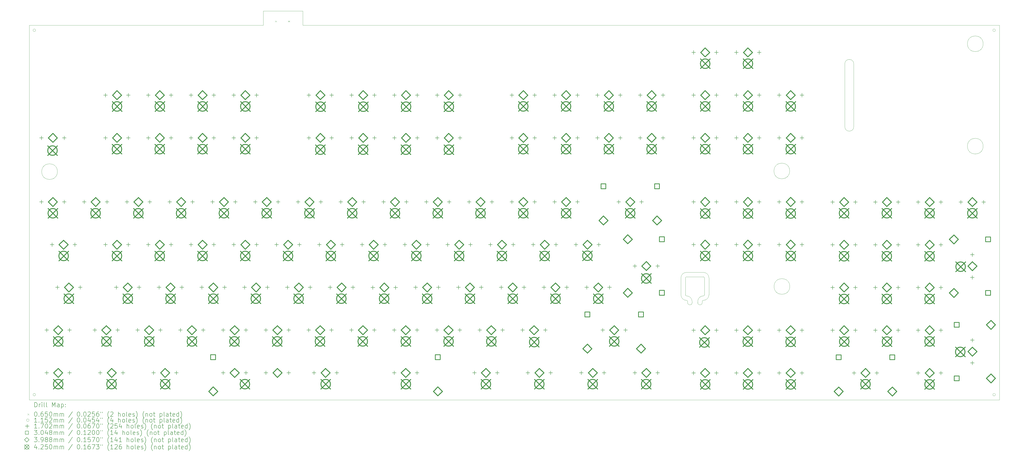
<source format=gbr>
%TF.GenerationSoftware,KiCad,Pcbnew,7.0.1*%
%TF.CreationDate,2023-03-18T22:21:51+01:00*%
%TF.ProjectId,berlin,6265726c-696e-42e6-9b69-6361645f7063,0.7*%
%TF.SameCoordinates,Original*%
%TF.FileFunction,Drillmap*%
%TF.FilePolarity,Positive*%
%FSLAX45Y45*%
G04 Gerber Fmt 4.5, Leading zero omitted, Abs format (unit mm)*
G04 Created by KiCad (PCBNEW 7.0.1) date 2023-03-18 22:21:51*
%MOMM*%
%LPD*%
G01*
G04 APERTURE LIST*
%ADD10C,0.050000*%
%ADD11C,0.100000*%
%ADD12C,0.200000*%
%ADD13C,0.065000*%
%ADD14C,0.115200*%
%ADD15C,0.170180*%
%ADD16C,0.304800*%
%ADD17C,0.398780*%
%ADD18C,0.425000*%
G04 APERTURE END LIST*
D10*
X40047500Y-7947500D02*
X40047500Y-5147500D01*
X32347500Y-14692500D02*
X32347500Y-15442500D01*
X32647500Y-15742500D02*
G75*
G03*
X32597500Y-15692500I-50000J0D01*
G01*
X33297500Y-15742500D02*
X33297500Y-15792500D01*
X32647500Y-15792500D02*
G75*
G03*
X32847500Y-15792500I100000J0D01*
G01*
X32847500Y-15742500D02*
G75*
G03*
X32597500Y-15492500I-250000J0D01*
G01*
X33397500Y-14692500D02*
G75*
G03*
X33347500Y-14642500I-50000J0D01*
G01*
D11*
X15507820Y-3426500D02*
X46540500Y-3424500D01*
X46539000Y-20126500D01*
X3320900Y-20126500D01*
X3320900Y-3426000D01*
X13742520Y-3426000D01*
X13742520Y-2791000D01*
X15507820Y-2791000D01*
X15507820Y-3426500D01*
D10*
X32547500Y-15442500D02*
G75*
G03*
X32597500Y-15492500I50000J0D01*
G01*
X33097500Y-15742500D02*
X33097500Y-15792500D01*
X4577500Y-9952500D02*
G75*
G03*
X4577500Y-9952500I-350000J0D01*
G01*
X40047500Y-5147500D02*
G75*
G03*
X39647500Y-5147500I-200000J-1434D01*
G01*
X33347500Y-15492500D02*
G75*
G03*
X33097500Y-15742500I0J-250000D01*
G01*
X33347500Y-15692500D02*
G75*
G03*
X33297500Y-15742500I0J-50000D01*
G01*
X33597500Y-14692500D02*
X33597500Y-15442500D01*
X37197500Y-15072500D02*
G75*
G03*
X37197500Y-15072500I-350000J0D01*
G01*
X33347500Y-14442500D02*
X32597500Y-14442500D01*
X32597500Y-14442500D02*
G75*
G03*
X32347500Y-14692500I0J-250000D01*
G01*
X32547500Y-15442500D02*
X32547500Y-14692500D01*
X45809500Y-8816922D02*
G75*
G03*
X45809500Y-8816922I-350000J0D01*
G01*
X39647500Y-5147500D02*
X39647500Y-7947500D01*
X33347500Y-15692500D02*
G75*
G03*
X33597500Y-15442500I0J250000D01*
G01*
X32647500Y-15792500D02*
X32647500Y-15742500D01*
X32847500Y-15792500D02*
X32847500Y-15742500D01*
X33397500Y-14692500D02*
X33397500Y-15442500D01*
X39647500Y-7947500D02*
G75*
G03*
X40047500Y-7947500I200000J0D01*
G01*
X37192500Y-9922500D02*
G75*
G03*
X37192500Y-9922500I-350000J0D01*
G01*
X32347500Y-15442500D02*
G75*
G03*
X32597500Y-15692500I250000J0D01*
G01*
X33097500Y-15792500D02*
G75*
G03*
X33297500Y-15792500I100000J0D01*
G01*
X32597500Y-14642500D02*
G75*
G03*
X32547500Y-14692500I0J-50000D01*
G01*
X45809878Y-4251500D02*
G75*
G03*
X45809878Y-4251500I-350000J0D01*
G01*
X33347500Y-15492500D02*
G75*
G03*
X33397500Y-15442500I0J50000D01*
G01*
X32597500Y-14642500D02*
X33347500Y-14642500D01*
X33597500Y-14692500D02*
G75*
G03*
X33347500Y-14442500I-250000J0D01*
G01*
D12*
D13*
X14277000Y-3219650D02*
X14342000Y-3284650D01*
X14342000Y-3219650D02*
X14277000Y-3284650D01*
X14855000Y-3219650D02*
X14920000Y-3284650D01*
X14920000Y-3219650D02*
X14855000Y-3284650D01*
D14*
X3605100Y-3647500D02*
G75*
G03*
X3605100Y-3647500I-57600J0D01*
G01*
X3605100Y-19897500D02*
G75*
G03*
X3605100Y-19897500I-57600J0D01*
G01*
X46355100Y-3647500D02*
G75*
G03*
X46355100Y-3647500I-57600J0D01*
G01*
X46355100Y-19897500D02*
G75*
G03*
X46355100Y-19897500I-57600J0D01*
G01*
D15*
X3863825Y-8360585D02*
X3863825Y-8530765D01*
X3778735Y-8445675D02*
X3948915Y-8445675D01*
X3863825Y-11218085D02*
X3863825Y-11388265D01*
X3778735Y-11303175D02*
X3948915Y-11303175D01*
X4101950Y-16933085D02*
X4101950Y-17103265D01*
X4016860Y-17018175D02*
X4187040Y-17018175D01*
X4101950Y-18838085D02*
X4101950Y-19008265D01*
X4016860Y-18923175D02*
X4187040Y-18923175D01*
X4340075Y-13123085D02*
X4340075Y-13293265D01*
X4254985Y-13208175D02*
X4425165Y-13208175D01*
X4578200Y-15028085D02*
X4578200Y-15198265D01*
X4493110Y-15113175D02*
X4663290Y-15113175D01*
X4879825Y-8360585D02*
X4879825Y-8530765D01*
X4794735Y-8445675D02*
X4964915Y-8445675D01*
X4879825Y-11218085D02*
X4879825Y-11388265D01*
X4794735Y-11303175D02*
X4964915Y-11303175D01*
X5117950Y-16933085D02*
X5117950Y-17103265D01*
X5032860Y-17018175D02*
X5203040Y-17018175D01*
X5117950Y-18838085D02*
X5117950Y-19008265D01*
X5032860Y-18923175D02*
X5203040Y-18923175D01*
X5356075Y-13123085D02*
X5356075Y-13293265D01*
X5270985Y-13208175D02*
X5441165Y-13208175D01*
X5594200Y-15028085D02*
X5594200Y-15198265D01*
X5509110Y-15113175D02*
X5679290Y-15113175D01*
X5768825Y-11218085D02*
X5768825Y-11388265D01*
X5683735Y-11303175D02*
X5853915Y-11303175D01*
X6245075Y-16933085D02*
X6245075Y-17103265D01*
X6159985Y-17018175D02*
X6330165Y-17018175D01*
X6483200Y-18838085D02*
X6483200Y-19008265D01*
X6398110Y-18923175D02*
X6568290Y-18923175D01*
X6721325Y-6455585D02*
X6721325Y-6625765D01*
X6636235Y-6540675D02*
X6806415Y-6540675D01*
X6721325Y-8360585D02*
X6721325Y-8530765D01*
X6636235Y-8445675D02*
X6806415Y-8445675D01*
X6721325Y-13123085D02*
X6721325Y-13293265D01*
X6636235Y-13208175D02*
X6806415Y-13208175D01*
X6784825Y-11218085D02*
X6784825Y-11388265D01*
X6699735Y-11303175D02*
X6869915Y-11303175D01*
X7197575Y-15028085D02*
X7197575Y-15198265D01*
X7112485Y-15113175D02*
X7282665Y-15113175D01*
X7261075Y-16933085D02*
X7261075Y-17103265D01*
X7175985Y-17018175D02*
X7346165Y-17018175D01*
X7499200Y-18838085D02*
X7499200Y-19008265D01*
X7414110Y-18923175D02*
X7584290Y-18923175D01*
X7673825Y-11218085D02*
X7673825Y-11388265D01*
X7588735Y-11303175D02*
X7758915Y-11303175D01*
X7737325Y-6455585D02*
X7737325Y-6625765D01*
X7652235Y-6540675D02*
X7822415Y-6540675D01*
X7737325Y-8360585D02*
X7737325Y-8530765D01*
X7652235Y-8445675D02*
X7822415Y-8445675D01*
X7737325Y-13123085D02*
X7737325Y-13293265D01*
X7652235Y-13208175D02*
X7822415Y-13208175D01*
X8150075Y-16933085D02*
X8150075Y-17103265D01*
X8064985Y-17018175D02*
X8235165Y-17018175D01*
X8213575Y-15028085D02*
X8213575Y-15198265D01*
X8128485Y-15113175D02*
X8298665Y-15113175D01*
X8626325Y-6455585D02*
X8626325Y-6625765D01*
X8541235Y-6540675D02*
X8711415Y-6540675D01*
X8626325Y-8360585D02*
X8626325Y-8530765D01*
X8541235Y-8445675D02*
X8711415Y-8445675D01*
X8626325Y-13123085D02*
X8626325Y-13293265D01*
X8541235Y-13208175D02*
X8711415Y-13208175D01*
X8689825Y-11218085D02*
X8689825Y-11388265D01*
X8604735Y-11303175D02*
X8774915Y-11303175D01*
X8864450Y-18838085D02*
X8864450Y-19008265D01*
X8779360Y-18923175D02*
X8949540Y-18923175D01*
X9102575Y-15028085D02*
X9102575Y-15198265D01*
X9017485Y-15113175D02*
X9187665Y-15113175D01*
X9166075Y-16933085D02*
X9166075Y-17103265D01*
X9080985Y-17018175D02*
X9251165Y-17018175D01*
X9578825Y-11218085D02*
X9578825Y-11388265D01*
X9493735Y-11303175D02*
X9663915Y-11303175D01*
X9642325Y-6455585D02*
X9642325Y-6625765D01*
X9557235Y-6540675D02*
X9727415Y-6540675D01*
X9642325Y-8360585D02*
X9642325Y-8530765D01*
X9557235Y-8445675D02*
X9727415Y-8445675D01*
X9642325Y-13123085D02*
X9642325Y-13293265D01*
X9557235Y-13208175D02*
X9727415Y-13208175D01*
X9880450Y-18838085D02*
X9880450Y-19008265D01*
X9795360Y-18923175D02*
X9965540Y-18923175D01*
X10055075Y-16933085D02*
X10055075Y-17103265D01*
X9969985Y-17018175D02*
X10140165Y-17018175D01*
X10118575Y-15028085D02*
X10118575Y-15198265D01*
X10033485Y-15113175D02*
X10203665Y-15113175D01*
X10531325Y-6455585D02*
X10531325Y-6625765D01*
X10446235Y-6540675D02*
X10616415Y-6540675D01*
X10531325Y-8360585D02*
X10531325Y-8530765D01*
X10446235Y-8445675D02*
X10616415Y-8445675D01*
X10531325Y-13123085D02*
X10531325Y-13293265D01*
X10446235Y-13208175D02*
X10616415Y-13208175D01*
X10594825Y-11218085D02*
X10594825Y-11388265D01*
X10509735Y-11303175D02*
X10679915Y-11303175D01*
X11007575Y-15028085D02*
X11007575Y-15198265D01*
X10922485Y-15113175D02*
X11092665Y-15113175D01*
X11071075Y-16933085D02*
X11071075Y-17103265D01*
X10985985Y-17018175D02*
X11156165Y-17018175D01*
X11483825Y-11218085D02*
X11483825Y-11388265D01*
X11398735Y-11303175D02*
X11568915Y-11303175D01*
X11547325Y-6455585D02*
X11547325Y-6625765D01*
X11462235Y-6540675D02*
X11632415Y-6540675D01*
X11547325Y-8360585D02*
X11547325Y-8530765D01*
X11462235Y-8445675D02*
X11632415Y-8445675D01*
X11547325Y-13123085D02*
X11547325Y-13293265D01*
X11462235Y-13208175D02*
X11632415Y-13208175D01*
X11959500Y-18837410D02*
X11959500Y-19007590D01*
X11874410Y-18922500D02*
X12044590Y-18922500D01*
X11960075Y-16933085D02*
X11960075Y-17103265D01*
X11874985Y-17018175D02*
X12045165Y-17018175D01*
X12023575Y-15028085D02*
X12023575Y-15198265D01*
X11938485Y-15113175D02*
X12108665Y-15113175D01*
X12436325Y-6455585D02*
X12436325Y-6625765D01*
X12351235Y-6540675D02*
X12521415Y-6540675D01*
X12436325Y-13123085D02*
X12436325Y-13293265D01*
X12351235Y-13208175D02*
X12521415Y-13208175D01*
X12436500Y-8360410D02*
X12436500Y-8530590D01*
X12351410Y-8445500D02*
X12521590Y-8445500D01*
X12499825Y-11218085D02*
X12499825Y-11388265D01*
X12414735Y-11303175D02*
X12584915Y-11303175D01*
X12912575Y-15028085D02*
X12912575Y-15198265D01*
X12827485Y-15113175D02*
X12997665Y-15113175D01*
X12975500Y-18837410D02*
X12975500Y-19007590D01*
X12890410Y-18922500D02*
X13060590Y-18922500D01*
X12976075Y-16933085D02*
X12976075Y-17103265D01*
X12890985Y-17018175D02*
X13061165Y-17018175D01*
X13388825Y-11218085D02*
X13388825Y-11388265D01*
X13303735Y-11303175D02*
X13473915Y-11303175D01*
X13452325Y-6455585D02*
X13452325Y-6625765D01*
X13367235Y-6540675D02*
X13537415Y-6540675D01*
X13452325Y-13123085D02*
X13452325Y-13293265D01*
X13367235Y-13208175D02*
X13537415Y-13208175D01*
X13452500Y-8360410D02*
X13452500Y-8530590D01*
X13367410Y-8445500D02*
X13537590Y-8445500D01*
X13865075Y-16933085D02*
X13865075Y-17103265D01*
X13779985Y-17018175D02*
X13950165Y-17018175D01*
X13865500Y-18836410D02*
X13865500Y-19006590D01*
X13780410Y-18921500D02*
X13950590Y-18921500D01*
X13928575Y-15028085D02*
X13928575Y-15198265D01*
X13843485Y-15113175D02*
X14013665Y-15113175D01*
X14341325Y-13123085D02*
X14341325Y-13293265D01*
X14256235Y-13208175D02*
X14426415Y-13208175D01*
X14404825Y-11218085D02*
X14404825Y-11388265D01*
X14319735Y-11303175D02*
X14489915Y-11303175D01*
X14817575Y-15028085D02*
X14817575Y-15198265D01*
X14732485Y-15113175D02*
X14902665Y-15113175D01*
X14881075Y-16933085D02*
X14881075Y-17103265D01*
X14795985Y-17018175D02*
X14966165Y-17018175D01*
X14881500Y-18836410D02*
X14881500Y-19006590D01*
X14796410Y-18921500D02*
X14966590Y-18921500D01*
X15293825Y-11218085D02*
X15293825Y-11388265D01*
X15208735Y-11303175D02*
X15378915Y-11303175D01*
X15357325Y-13123085D02*
X15357325Y-13293265D01*
X15272235Y-13208175D02*
X15442415Y-13208175D01*
X15770075Y-16933085D02*
X15770075Y-17103265D01*
X15684985Y-17018175D02*
X15855165Y-17018175D01*
X15779600Y-8360585D02*
X15779600Y-8530765D01*
X15694510Y-8445675D02*
X15864690Y-8445675D01*
X15779609Y-6455585D02*
X15779609Y-6625765D01*
X15694519Y-6540675D02*
X15864699Y-6540675D01*
X15833575Y-15028085D02*
X15833575Y-15198265D01*
X15748485Y-15113175D02*
X15918665Y-15113175D01*
X16008200Y-18838085D02*
X16008200Y-19008265D01*
X15923110Y-18923175D02*
X16093290Y-18923175D01*
X16246325Y-13123085D02*
X16246325Y-13293265D01*
X16161235Y-13208175D02*
X16331415Y-13208175D01*
X16309825Y-11218085D02*
X16309825Y-11388265D01*
X16224735Y-11303175D02*
X16394915Y-11303175D01*
X16722575Y-15028085D02*
X16722575Y-15198265D01*
X16637485Y-15113175D02*
X16807665Y-15113175D01*
X16786075Y-16933085D02*
X16786075Y-17103265D01*
X16700985Y-17018175D02*
X16871165Y-17018175D01*
X16795600Y-8360585D02*
X16795600Y-8530765D01*
X16710510Y-8445675D02*
X16880690Y-8445675D01*
X16795609Y-6455585D02*
X16795609Y-6625765D01*
X16710519Y-6540675D02*
X16880699Y-6540675D01*
X17024200Y-18838085D02*
X17024200Y-19008265D01*
X16939110Y-18923175D02*
X17109290Y-18923175D01*
X17198825Y-11218085D02*
X17198825Y-11388265D01*
X17113735Y-11303175D02*
X17283915Y-11303175D01*
X17262325Y-13123085D02*
X17262325Y-13293265D01*
X17177235Y-13208175D02*
X17347415Y-13208175D01*
X17675075Y-16933085D02*
X17675075Y-17103265D01*
X17589985Y-17018175D02*
X17760165Y-17018175D01*
X17684600Y-8360585D02*
X17684600Y-8530765D01*
X17599510Y-8445675D02*
X17769690Y-8445675D01*
X17684611Y-6455585D02*
X17684611Y-6625765D01*
X17599521Y-6540675D02*
X17769701Y-6540675D01*
X17738575Y-15028085D02*
X17738575Y-15198265D01*
X17653485Y-15113175D02*
X17823665Y-15113175D01*
X18151325Y-13123085D02*
X18151325Y-13293265D01*
X18066235Y-13208175D02*
X18236415Y-13208175D01*
X18214825Y-11218085D02*
X18214825Y-11388265D01*
X18129735Y-11303175D02*
X18299915Y-11303175D01*
X18627000Y-15029910D02*
X18627000Y-15200090D01*
X18541910Y-15115000D02*
X18712090Y-15115000D01*
X18691075Y-16933085D02*
X18691075Y-17103265D01*
X18605985Y-17018175D02*
X18776165Y-17018175D01*
X18700600Y-8360585D02*
X18700600Y-8530765D01*
X18615510Y-8445675D02*
X18785690Y-8445675D01*
X18700611Y-6455585D02*
X18700611Y-6625765D01*
X18615521Y-6540675D02*
X18785701Y-6540675D01*
X19103825Y-11218085D02*
X19103825Y-11388265D01*
X19018735Y-11303175D02*
X19188915Y-11303175D01*
X19167325Y-13123085D02*
X19167325Y-13293265D01*
X19082235Y-13208175D02*
X19252415Y-13208175D01*
X19579500Y-18837410D02*
X19579500Y-19007590D01*
X19494410Y-18922500D02*
X19664590Y-18922500D01*
X19580075Y-16933085D02*
X19580075Y-17103265D01*
X19494985Y-17018175D02*
X19665165Y-17018175D01*
X19589600Y-6455585D02*
X19589600Y-6625765D01*
X19504510Y-6540675D02*
X19674690Y-6540675D01*
X19589600Y-8360585D02*
X19589600Y-8530765D01*
X19504510Y-8445675D02*
X19674690Y-8445675D01*
X19643000Y-15029910D02*
X19643000Y-15200090D01*
X19557910Y-15115000D02*
X19728090Y-15115000D01*
X20056325Y-13123085D02*
X20056325Y-13293265D01*
X19971235Y-13208175D02*
X20141415Y-13208175D01*
X20119825Y-11218085D02*
X20119825Y-11388265D01*
X20034735Y-11303175D02*
X20204915Y-11303175D01*
X20532575Y-15028085D02*
X20532575Y-15198265D01*
X20447485Y-15113175D02*
X20617665Y-15113175D01*
X20595500Y-18837410D02*
X20595500Y-19007590D01*
X20510410Y-18922500D02*
X20680590Y-18922500D01*
X20596075Y-16933085D02*
X20596075Y-17103265D01*
X20510985Y-17018175D02*
X20681165Y-17018175D01*
X20605600Y-6455585D02*
X20605600Y-6625765D01*
X20520510Y-6540675D02*
X20690690Y-6540675D01*
X20605600Y-8360585D02*
X20605600Y-8530765D01*
X20520510Y-8445675D02*
X20690690Y-8445675D01*
X21008825Y-11218085D02*
X21008825Y-11388265D01*
X20923735Y-11303175D02*
X21093915Y-11303175D01*
X21072325Y-13123085D02*
X21072325Y-13293265D01*
X20987235Y-13208175D02*
X21157415Y-13208175D01*
X21485075Y-16933085D02*
X21485075Y-17103265D01*
X21399985Y-17018175D02*
X21570165Y-17018175D01*
X21494600Y-6455585D02*
X21494600Y-6625765D01*
X21409510Y-6540675D02*
X21579690Y-6540675D01*
X21494600Y-8360585D02*
X21494600Y-8530765D01*
X21409510Y-8445675D02*
X21579690Y-8445675D01*
X21548575Y-15028085D02*
X21548575Y-15198265D01*
X21463485Y-15113175D02*
X21633665Y-15113175D01*
X21961325Y-13123085D02*
X21961325Y-13293265D01*
X21876235Y-13208175D02*
X22046415Y-13208175D01*
X22024825Y-11218085D02*
X22024825Y-11388265D01*
X21939735Y-11303175D02*
X22109915Y-11303175D01*
X22437575Y-15028085D02*
X22437575Y-15198265D01*
X22352485Y-15113175D02*
X22522665Y-15113175D01*
X22501075Y-16933085D02*
X22501075Y-17103265D01*
X22415985Y-17018175D02*
X22586165Y-17018175D01*
X22510600Y-6455585D02*
X22510600Y-6625765D01*
X22425510Y-6540675D02*
X22595690Y-6540675D01*
X22510600Y-8360585D02*
X22510600Y-8530765D01*
X22425510Y-8445675D02*
X22595690Y-8445675D01*
X22913825Y-11218085D02*
X22913825Y-11388265D01*
X22828735Y-11303175D02*
X22998915Y-11303175D01*
X22977325Y-13123085D02*
X22977325Y-13293265D01*
X22892235Y-13208175D02*
X23062415Y-13208175D01*
X23151950Y-18838085D02*
X23151950Y-19008265D01*
X23066860Y-18923175D02*
X23237040Y-18923175D01*
X23390075Y-16933085D02*
X23390075Y-17103265D01*
X23304985Y-17018175D02*
X23475165Y-17018175D01*
X23453575Y-15028085D02*
X23453575Y-15198265D01*
X23368485Y-15113175D02*
X23538665Y-15113175D01*
X23866325Y-13123085D02*
X23866325Y-13293265D01*
X23781235Y-13208175D02*
X23951415Y-13208175D01*
X23929825Y-11218085D02*
X23929825Y-11388265D01*
X23844735Y-11303175D02*
X24014915Y-11303175D01*
X24167950Y-18838085D02*
X24167950Y-19008265D01*
X24082860Y-18923175D02*
X24253040Y-18923175D01*
X24342575Y-15028085D02*
X24342575Y-15198265D01*
X24257485Y-15113175D02*
X24427665Y-15113175D01*
X24406075Y-16933085D02*
X24406075Y-17103265D01*
X24320985Y-17018175D02*
X24491165Y-17018175D01*
X24818825Y-8360585D02*
X24818825Y-8530765D01*
X24733735Y-8445675D02*
X24903915Y-8445675D01*
X24818825Y-11218085D02*
X24818825Y-11388265D01*
X24733735Y-11303175D02*
X24903915Y-11303175D01*
X24818841Y-6455585D02*
X24818841Y-6625765D01*
X24733751Y-6540675D02*
X24903931Y-6540675D01*
X24882325Y-13123085D02*
X24882325Y-13293265D01*
X24797235Y-13208175D02*
X24967415Y-13208175D01*
X25295075Y-16933085D02*
X25295075Y-17103265D01*
X25209985Y-17018175D02*
X25380165Y-17018175D01*
X25358575Y-15028085D02*
X25358575Y-15198265D01*
X25273485Y-15113175D02*
X25443665Y-15113175D01*
X25533200Y-18838085D02*
X25533200Y-19008265D01*
X25448110Y-18923175D02*
X25618290Y-18923175D01*
X25771325Y-13123085D02*
X25771325Y-13293265D01*
X25686235Y-13208175D02*
X25856415Y-13208175D01*
X25834825Y-8360585D02*
X25834825Y-8530765D01*
X25749735Y-8445675D02*
X25919915Y-8445675D01*
X25834825Y-11218085D02*
X25834825Y-11388265D01*
X25749735Y-11303175D02*
X25919915Y-11303175D01*
X25834841Y-6455585D02*
X25834841Y-6625765D01*
X25749751Y-6540675D02*
X25919931Y-6540675D01*
X26247575Y-15028085D02*
X26247575Y-15198265D01*
X26162485Y-15113175D02*
X26332665Y-15113175D01*
X26311075Y-16933085D02*
X26311075Y-17103265D01*
X26225985Y-17018175D02*
X26396165Y-17018175D01*
X26549200Y-18838085D02*
X26549200Y-19008265D01*
X26464110Y-18923175D02*
X26634290Y-18923175D01*
X26723825Y-6455585D02*
X26723825Y-6625765D01*
X26638735Y-6540675D02*
X26808915Y-6540675D01*
X26723825Y-8360585D02*
X26723825Y-8530765D01*
X26638735Y-8445675D02*
X26808915Y-8445675D01*
X26723825Y-11218085D02*
X26723825Y-11388265D01*
X26638735Y-11303175D02*
X26808915Y-11303175D01*
X26787325Y-13123085D02*
X26787325Y-13293265D01*
X26702235Y-13208175D02*
X26872415Y-13208175D01*
X27263575Y-15028085D02*
X27263575Y-15198265D01*
X27178485Y-15113175D02*
X27348665Y-15113175D01*
X27676325Y-13123085D02*
X27676325Y-13293265D01*
X27591235Y-13208175D02*
X27761415Y-13208175D01*
X27739825Y-6455585D02*
X27739825Y-6625765D01*
X27654735Y-6540675D02*
X27824915Y-6540675D01*
X27739825Y-8360585D02*
X27739825Y-8530765D01*
X27654735Y-8445675D02*
X27824915Y-8445675D01*
X27739825Y-11218085D02*
X27739825Y-11388265D01*
X27654735Y-11303175D02*
X27824915Y-11303175D01*
X27914450Y-18838085D02*
X27914450Y-19008265D01*
X27829360Y-18923175D02*
X27999540Y-18923175D01*
X28152575Y-15028085D02*
X28152575Y-15198265D01*
X28067485Y-15113175D02*
X28237665Y-15113175D01*
X28628825Y-6455585D02*
X28628825Y-6625765D01*
X28543735Y-6540675D02*
X28713915Y-6540675D01*
X28628825Y-8360585D02*
X28628825Y-8530765D01*
X28543735Y-8445675D02*
X28713915Y-8445675D01*
X28692325Y-13123085D02*
X28692325Y-13293265D01*
X28607235Y-13208175D02*
X28777415Y-13208175D01*
X28866950Y-16933085D02*
X28866950Y-17103265D01*
X28781860Y-17018175D02*
X28952040Y-17018175D01*
X28930450Y-18838085D02*
X28930450Y-19008265D01*
X28845360Y-18923175D02*
X29015540Y-18923175D01*
X29168575Y-15028085D02*
X29168575Y-15198265D01*
X29083485Y-15113175D02*
X29253665Y-15113175D01*
X29581325Y-11218085D02*
X29581325Y-11388265D01*
X29496235Y-11303175D02*
X29666415Y-11303175D01*
X29644825Y-6455585D02*
X29644825Y-6625765D01*
X29559735Y-6540675D02*
X29729915Y-6540675D01*
X29644825Y-8360585D02*
X29644825Y-8530765D01*
X29559735Y-8445675D02*
X29729915Y-8445675D01*
X29882950Y-16933085D02*
X29882950Y-17103265D01*
X29797860Y-17018175D02*
X29968040Y-17018175D01*
X30295700Y-14075585D02*
X30295700Y-14245765D01*
X30210610Y-14160675D02*
X30380790Y-14160675D01*
X30295700Y-18838085D02*
X30295700Y-19008265D01*
X30210610Y-18923175D02*
X30380790Y-18923175D01*
X30533825Y-6455585D02*
X30533825Y-6625765D01*
X30448735Y-6540675D02*
X30618915Y-6540675D01*
X30533825Y-8360585D02*
X30533825Y-8530765D01*
X30448735Y-8445675D02*
X30618915Y-8445675D01*
X30597325Y-11218085D02*
X30597325Y-11388265D01*
X30512235Y-11303175D02*
X30682415Y-11303175D01*
X31311700Y-14075585D02*
X31311700Y-14245765D01*
X31226610Y-14160675D02*
X31396790Y-14160675D01*
X31311700Y-18838085D02*
X31311700Y-19008265D01*
X31226610Y-18923175D02*
X31396790Y-18923175D01*
X31549825Y-6455585D02*
X31549825Y-6625765D01*
X31464735Y-6540675D02*
X31634915Y-6540675D01*
X31549825Y-8360585D02*
X31549825Y-8530765D01*
X31464735Y-8445675D02*
X31634915Y-8445675D01*
X32915075Y-18841260D02*
X32915075Y-19011440D01*
X32829985Y-18926350D02*
X33000165Y-18926350D01*
X32915500Y-16936410D02*
X32915500Y-17106590D01*
X32830410Y-17021500D02*
X33000590Y-17021500D01*
X32918250Y-4547410D02*
X32918250Y-4717590D01*
X32833160Y-4632500D02*
X33003340Y-4632500D01*
X32918250Y-6452410D02*
X32918250Y-6622590D01*
X32833160Y-6537500D02*
X33003340Y-6537500D01*
X32918250Y-8357410D02*
X32918250Y-8527590D01*
X32833160Y-8442500D02*
X33003340Y-8442500D01*
X32918250Y-11214910D02*
X32918250Y-11385090D01*
X32833160Y-11300000D02*
X33003340Y-11300000D01*
X32918250Y-13119910D02*
X32918250Y-13290090D01*
X32833160Y-13205000D02*
X33003340Y-13205000D01*
X33931075Y-18841260D02*
X33931075Y-19011440D01*
X33845985Y-18926350D02*
X34016165Y-18926350D01*
X33931500Y-16936410D02*
X33931500Y-17106590D01*
X33846410Y-17021500D02*
X34016590Y-17021500D01*
X33934250Y-4547410D02*
X33934250Y-4717590D01*
X33849160Y-4632500D02*
X34019340Y-4632500D01*
X33934250Y-6452410D02*
X33934250Y-6622590D01*
X33849160Y-6537500D02*
X34019340Y-6537500D01*
X33934250Y-8357410D02*
X33934250Y-8527590D01*
X33849160Y-8442500D02*
X34019340Y-8442500D01*
X33934250Y-11214910D02*
X33934250Y-11385090D01*
X33849160Y-11300000D02*
X34019340Y-11300000D01*
X33934250Y-13119910D02*
X33934250Y-13290090D01*
X33849160Y-13205000D02*
X34019340Y-13205000D01*
X34820075Y-16936260D02*
X34820075Y-17106440D01*
X34734985Y-17021350D02*
X34905165Y-17021350D01*
X34820075Y-18841260D02*
X34820075Y-19011440D01*
X34734985Y-18926350D02*
X34905165Y-18926350D01*
X34823250Y-4547410D02*
X34823250Y-4717590D01*
X34738160Y-4632500D02*
X34908340Y-4632500D01*
X34823250Y-6452410D02*
X34823250Y-6622590D01*
X34738160Y-6537500D02*
X34908340Y-6537500D01*
X34823250Y-8357410D02*
X34823250Y-8527590D01*
X34738160Y-8442500D02*
X34908340Y-8442500D01*
X34823250Y-11214910D02*
X34823250Y-11385090D01*
X34738160Y-11300000D02*
X34908340Y-11300000D01*
X34823250Y-13119910D02*
X34823250Y-13290090D01*
X34738160Y-13205000D02*
X34908340Y-13205000D01*
X35836075Y-16936260D02*
X35836075Y-17106440D01*
X35750985Y-17021350D02*
X35921165Y-17021350D01*
X35836075Y-18841260D02*
X35836075Y-19011440D01*
X35750985Y-18926350D02*
X35921165Y-18926350D01*
X35839250Y-4547410D02*
X35839250Y-4717590D01*
X35754160Y-4632500D02*
X35924340Y-4632500D01*
X35839250Y-6452410D02*
X35839250Y-6622590D01*
X35754160Y-6537500D02*
X35924340Y-6537500D01*
X35839250Y-8357410D02*
X35839250Y-8527590D01*
X35754160Y-8442500D02*
X35924340Y-8442500D01*
X35839250Y-11214910D02*
X35839250Y-11385090D01*
X35754160Y-11300000D02*
X35924340Y-11300000D01*
X35839250Y-13119910D02*
X35839250Y-13290090D01*
X35754160Y-13205000D02*
X35924340Y-13205000D01*
X36724500Y-16934910D02*
X36724500Y-17105090D01*
X36639410Y-17020000D02*
X36809590Y-17020000D01*
X36725075Y-18841260D02*
X36725075Y-19011440D01*
X36639985Y-18926350D02*
X36810165Y-18926350D01*
X36728250Y-6452410D02*
X36728250Y-6622590D01*
X36643160Y-6537500D02*
X36813340Y-6537500D01*
X36728250Y-8357410D02*
X36728250Y-8527590D01*
X36643160Y-8442500D02*
X36813340Y-8442500D01*
X36728250Y-11214910D02*
X36728250Y-11385090D01*
X36643160Y-11300000D02*
X36813340Y-11300000D01*
X36728250Y-13119910D02*
X36728250Y-13290090D01*
X36643160Y-13205000D02*
X36813340Y-13205000D01*
X37740500Y-16934910D02*
X37740500Y-17105090D01*
X37655410Y-17020000D02*
X37825590Y-17020000D01*
X37741075Y-18841260D02*
X37741075Y-19011440D01*
X37655985Y-18926350D02*
X37826165Y-18926350D01*
X37744250Y-6452410D02*
X37744250Y-6622590D01*
X37659160Y-6537500D02*
X37829340Y-6537500D01*
X37744250Y-8357410D02*
X37744250Y-8527590D01*
X37659160Y-8442500D02*
X37829340Y-8442500D01*
X37744250Y-11214910D02*
X37744250Y-11385090D01*
X37659160Y-11300000D02*
X37829340Y-11300000D01*
X37744250Y-13119910D02*
X37744250Y-13290090D01*
X37659160Y-13205000D02*
X37829340Y-13205000D01*
X39106325Y-11221260D02*
X39106325Y-11391440D01*
X39021235Y-11306350D02*
X39191415Y-11306350D01*
X39106325Y-13126260D02*
X39106325Y-13296440D01*
X39021235Y-13211350D02*
X39191415Y-13211350D01*
X39106325Y-15031260D02*
X39106325Y-15201440D01*
X39021235Y-15116350D02*
X39191415Y-15116350D01*
X39106325Y-16936260D02*
X39106325Y-17106440D01*
X39021235Y-17021350D02*
X39191415Y-17021350D01*
X40058825Y-18841260D02*
X40058825Y-19011440D01*
X39973735Y-18926350D02*
X40143915Y-18926350D01*
X40122325Y-11221260D02*
X40122325Y-11391440D01*
X40037235Y-11306350D02*
X40207415Y-11306350D01*
X40122325Y-13126260D02*
X40122325Y-13296440D01*
X40037235Y-13211350D02*
X40207415Y-13211350D01*
X40122325Y-15031260D02*
X40122325Y-15201440D01*
X40037235Y-15116350D02*
X40207415Y-15116350D01*
X40122325Y-16936260D02*
X40122325Y-17106440D01*
X40037235Y-17021350D02*
X40207415Y-17021350D01*
X41011325Y-11221260D02*
X41011325Y-11391440D01*
X40926235Y-11306350D02*
X41096415Y-11306350D01*
X41011325Y-13126260D02*
X41011325Y-13296440D01*
X40926235Y-13211350D02*
X41096415Y-13211350D01*
X41011325Y-15031260D02*
X41011325Y-15201440D01*
X40926235Y-15116350D02*
X41096415Y-15116350D01*
X41011325Y-16936260D02*
X41011325Y-17106440D01*
X40926235Y-17021350D02*
X41096415Y-17021350D01*
X41074825Y-18841260D02*
X41074825Y-19011440D01*
X40989735Y-18926350D02*
X41159915Y-18926350D01*
X42027325Y-11221260D02*
X42027325Y-11391440D01*
X41942235Y-11306350D02*
X42112415Y-11306350D01*
X42027325Y-13126260D02*
X42027325Y-13296440D01*
X41942235Y-13211350D02*
X42112415Y-13211350D01*
X42027325Y-15031260D02*
X42027325Y-15201440D01*
X41942235Y-15116350D02*
X42112415Y-15116350D01*
X42027325Y-16936260D02*
X42027325Y-17106440D01*
X41942235Y-17021350D02*
X42112415Y-17021350D01*
X42916325Y-11221260D02*
X42916325Y-11391440D01*
X42831235Y-11306350D02*
X43001415Y-11306350D01*
X42916325Y-13126260D02*
X42916325Y-13296440D01*
X42831235Y-13211350D02*
X43001415Y-13211350D01*
X42916325Y-15031260D02*
X42916325Y-15201440D01*
X42831235Y-15116350D02*
X43001415Y-15116350D01*
X42916325Y-16936260D02*
X42916325Y-17106440D01*
X42831235Y-17021350D02*
X43001415Y-17021350D01*
X42916325Y-18841260D02*
X42916325Y-19011440D01*
X42831235Y-18926350D02*
X43001415Y-18926350D01*
X43932325Y-11221260D02*
X43932325Y-11391440D01*
X43847235Y-11306350D02*
X44017415Y-11306350D01*
X43932325Y-13126260D02*
X43932325Y-13296440D01*
X43847235Y-13211350D02*
X44017415Y-13211350D01*
X43932325Y-15031260D02*
X43932325Y-15201440D01*
X43847235Y-15116350D02*
X44017415Y-15116350D01*
X43932325Y-16936260D02*
X43932325Y-17106440D01*
X43847235Y-17021350D02*
X44017415Y-17021350D01*
X43932325Y-18841260D02*
X43932325Y-19011440D01*
X43847235Y-18926350D02*
X44017415Y-18926350D01*
X44821325Y-11221260D02*
X44821325Y-11391440D01*
X44736235Y-11306350D02*
X44906415Y-11306350D01*
X45329325Y-13570760D02*
X45329325Y-13740940D01*
X45244235Y-13655850D02*
X45414415Y-13655850D01*
X45329325Y-14586760D02*
X45329325Y-14756940D01*
X45244235Y-14671850D02*
X45414415Y-14671850D01*
X45329325Y-17380760D02*
X45329325Y-17550940D01*
X45244235Y-17465850D02*
X45414415Y-17465850D01*
X45329325Y-18396760D02*
X45329325Y-18566940D01*
X45244235Y-18481850D02*
X45414415Y-18481850D01*
X45837325Y-11221260D02*
X45837325Y-11391440D01*
X45752235Y-11306350D02*
X45922415Y-11306350D01*
D16*
X11620164Y-18332439D02*
X11620164Y-18116911D01*
X11404636Y-18116911D01*
X11404636Y-18332439D01*
X11620164Y-18332439D01*
X21627764Y-18332439D02*
X21627764Y-18116911D01*
X21412236Y-18116911D01*
X21412236Y-18332439D01*
X21627764Y-18332439D01*
X28288914Y-16427439D02*
X28288914Y-16211911D01*
X28073386Y-16211911D01*
X28073386Y-16427439D01*
X28288914Y-16427439D01*
X29003289Y-10712439D02*
X29003289Y-10496911D01*
X28787761Y-10496911D01*
X28787761Y-10712439D01*
X29003289Y-10712439D01*
X30676514Y-16427439D02*
X30676514Y-16211911D01*
X30460986Y-16211911D01*
X30460986Y-16427439D01*
X30676514Y-16427439D01*
X31390889Y-10712439D02*
X31390889Y-10496911D01*
X31175361Y-10496911D01*
X31175361Y-10712439D01*
X31390889Y-10712439D01*
X31609964Y-13074639D02*
X31609964Y-12859111D01*
X31394436Y-12859111D01*
X31394436Y-13074639D01*
X31609964Y-13074639D01*
X31609964Y-15462239D02*
X31609964Y-15246711D01*
X31394436Y-15246711D01*
X31394436Y-15462239D01*
X31609964Y-15462239D01*
X39480789Y-18335614D02*
X39480789Y-18120086D01*
X39265261Y-18120086D01*
X39265261Y-18335614D01*
X39480789Y-18335614D01*
X41868389Y-18335614D02*
X41868389Y-18120086D01*
X41652861Y-18120086D01*
X41652861Y-18335614D01*
X41868389Y-18335614D01*
X44738589Y-16887814D02*
X44738589Y-16672286D01*
X44523061Y-16672286D01*
X44523061Y-16887814D01*
X44738589Y-16887814D01*
X44738589Y-19275414D02*
X44738589Y-19059886D01*
X44523061Y-19059886D01*
X44523061Y-19275414D01*
X44738589Y-19275414D01*
X46135589Y-13077814D02*
X46135589Y-12862286D01*
X45920061Y-12862286D01*
X45920061Y-13077814D01*
X46135589Y-13077814D01*
X46135589Y-15465414D02*
X46135589Y-15249886D01*
X45920061Y-15249886D01*
X45920061Y-15465414D01*
X46135589Y-15465414D01*
D17*
X4371825Y-8645065D02*
X4571215Y-8445675D01*
X4371825Y-8246285D01*
X4172435Y-8445675D01*
X4371825Y-8645065D01*
X4371825Y-11502565D02*
X4571215Y-11303175D01*
X4371825Y-11103785D01*
X4172435Y-11303175D01*
X4371825Y-11502565D01*
X4609950Y-17217565D02*
X4809340Y-17018175D01*
X4609950Y-16818785D01*
X4410560Y-17018175D01*
X4609950Y-17217565D01*
X4609950Y-19122565D02*
X4809340Y-18923175D01*
X4609950Y-18723785D01*
X4410560Y-18923175D01*
X4609950Y-19122565D01*
X4848075Y-13407565D02*
X5047465Y-13208175D01*
X4848075Y-13008785D01*
X4648685Y-13208175D01*
X4848075Y-13407565D01*
X5086200Y-15312565D02*
X5285590Y-15113175D01*
X5086200Y-14913785D01*
X4886810Y-15113175D01*
X5086200Y-15312565D01*
X6276825Y-11502565D02*
X6476215Y-11303175D01*
X6276825Y-11103785D01*
X6077435Y-11303175D01*
X6276825Y-11502565D01*
X6753075Y-17217565D02*
X6952465Y-17018175D01*
X6753075Y-16818785D01*
X6553685Y-17018175D01*
X6753075Y-17217565D01*
X6991200Y-19122565D02*
X7190590Y-18923175D01*
X6991200Y-18723785D01*
X6791810Y-18923175D01*
X6991200Y-19122565D01*
X7229325Y-6740065D02*
X7428715Y-6540675D01*
X7229325Y-6341285D01*
X7029935Y-6540675D01*
X7229325Y-6740065D01*
X7229325Y-8645065D02*
X7428715Y-8445675D01*
X7229325Y-8246285D01*
X7029935Y-8445675D01*
X7229325Y-8645065D01*
X7229325Y-13407565D02*
X7428715Y-13208175D01*
X7229325Y-13008785D01*
X7029935Y-13208175D01*
X7229325Y-13407565D01*
X7705575Y-15312565D02*
X7904965Y-15113175D01*
X7705575Y-14913785D01*
X7506185Y-15113175D01*
X7705575Y-15312565D01*
X8181825Y-11502565D02*
X8381215Y-11303175D01*
X8181825Y-11103785D01*
X7982435Y-11303175D01*
X8181825Y-11502565D01*
X8658075Y-17217565D02*
X8857465Y-17018175D01*
X8658075Y-16818785D01*
X8458685Y-17018175D01*
X8658075Y-17217565D01*
X9134325Y-6740065D02*
X9333715Y-6540675D01*
X9134325Y-6341285D01*
X8934935Y-6540675D01*
X9134325Y-6740065D01*
X9134325Y-8645065D02*
X9333715Y-8445675D01*
X9134325Y-8246285D01*
X8934935Y-8445675D01*
X9134325Y-8645065D01*
X9134325Y-13407565D02*
X9333715Y-13208175D01*
X9134325Y-13008785D01*
X8934935Y-13208175D01*
X9134325Y-13407565D01*
X9372450Y-19122565D02*
X9571840Y-18923175D01*
X9372450Y-18723785D01*
X9173060Y-18923175D01*
X9372450Y-19122565D01*
X9610575Y-15312565D02*
X9809965Y-15113175D01*
X9610575Y-14913785D01*
X9411185Y-15113175D01*
X9610575Y-15312565D01*
X10086825Y-11502565D02*
X10286215Y-11303175D01*
X10086825Y-11103785D01*
X9887435Y-11303175D01*
X10086825Y-11502565D01*
X10563075Y-17217565D02*
X10762465Y-17018175D01*
X10563075Y-16818785D01*
X10363685Y-17018175D01*
X10563075Y-17217565D01*
X11039325Y-6740065D02*
X11238715Y-6540675D01*
X11039325Y-6341285D01*
X10839935Y-6540675D01*
X11039325Y-6740065D01*
X11039325Y-8645065D02*
X11238715Y-8445675D01*
X11039325Y-8246285D01*
X10839935Y-8445675D01*
X11039325Y-8645065D01*
X11039325Y-13407565D02*
X11238715Y-13208175D01*
X11039325Y-13008785D01*
X10839935Y-13208175D01*
X11039325Y-13407565D01*
X11512400Y-19948065D02*
X11711790Y-19748675D01*
X11512400Y-19549285D01*
X11313010Y-19748675D01*
X11512400Y-19948065D01*
X11515575Y-15312565D02*
X11714965Y-15113175D01*
X11515575Y-14913785D01*
X11316185Y-15113175D01*
X11515575Y-15312565D01*
X11991825Y-11502565D02*
X12191215Y-11303175D01*
X11991825Y-11103785D01*
X11792435Y-11303175D01*
X11991825Y-11502565D01*
X12467500Y-19121890D02*
X12666890Y-18922500D01*
X12467500Y-18723110D01*
X12268110Y-18922500D01*
X12467500Y-19121890D01*
X12468075Y-17217565D02*
X12667465Y-17018175D01*
X12468075Y-16818785D01*
X12268685Y-17018175D01*
X12468075Y-17217565D01*
X12944325Y-6740065D02*
X13143715Y-6540675D01*
X12944325Y-6341285D01*
X12744935Y-6540675D01*
X12944325Y-6740065D01*
X12944325Y-13407565D02*
X13143715Y-13208175D01*
X12944325Y-13008785D01*
X12744935Y-13208175D01*
X12944325Y-13407565D01*
X12944500Y-8644890D02*
X13143890Y-8445500D01*
X12944500Y-8246110D01*
X12745110Y-8445500D01*
X12944500Y-8644890D01*
X13420575Y-15312565D02*
X13619965Y-15113175D01*
X13420575Y-14913785D01*
X13221185Y-15113175D01*
X13420575Y-15312565D01*
X13896825Y-11502565D02*
X14096215Y-11303175D01*
X13896825Y-11103785D01*
X13697435Y-11303175D01*
X13896825Y-11502565D01*
X14373075Y-17217565D02*
X14572465Y-17018175D01*
X14373075Y-16818785D01*
X14173685Y-17018175D01*
X14373075Y-17217565D01*
X14373500Y-19120890D02*
X14572890Y-18921500D01*
X14373500Y-18722110D01*
X14174110Y-18921500D01*
X14373500Y-19120890D01*
X14849325Y-13407565D02*
X15048715Y-13208175D01*
X14849325Y-13008785D01*
X14649935Y-13208175D01*
X14849325Y-13407565D01*
X15325575Y-15312565D02*
X15524965Y-15113175D01*
X15325575Y-14913785D01*
X15126185Y-15113175D01*
X15325575Y-15312565D01*
X15801825Y-11502565D02*
X16001215Y-11303175D01*
X15801825Y-11103785D01*
X15602435Y-11303175D01*
X15801825Y-11502565D01*
X16278075Y-17217565D02*
X16477465Y-17018175D01*
X16278075Y-16818785D01*
X16078685Y-17018175D01*
X16278075Y-17217565D01*
X16287600Y-8645065D02*
X16486990Y-8445675D01*
X16287600Y-8246285D01*
X16088210Y-8445675D01*
X16287600Y-8645065D01*
X16287609Y-6740065D02*
X16486999Y-6540675D01*
X16287609Y-6341285D01*
X16088219Y-6540675D01*
X16287609Y-6740065D01*
X16516200Y-19122565D02*
X16715590Y-18923175D01*
X16516200Y-18723785D01*
X16316810Y-18923175D01*
X16516200Y-19122565D01*
X16754325Y-13407565D02*
X16953715Y-13208175D01*
X16754325Y-13008785D01*
X16554935Y-13208175D01*
X16754325Y-13407565D01*
X17230575Y-15312565D02*
X17429965Y-15113175D01*
X17230575Y-14913785D01*
X17031185Y-15113175D01*
X17230575Y-15312565D01*
X17706825Y-11502565D02*
X17906215Y-11303175D01*
X17706825Y-11103785D01*
X17507435Y-11303175D01*
X17706825Y-11502565D01*
X18183075Y-17217565D02*
X18382465Y-17018175D01*
X18183075Y-16818785D01*
X17983685Y-17018175D01*
X18183075Y-17217565D01*
X18192600Y-8645065D02*
X18391990Y-8445675D01*
X18192600Y-8246285D01*
X17993210Y-8445675D01*
X18192600Y-8645065D01*
X18192611Y-6740065D02*
X18392001Y-6540675D01*
X18192611Y-6341285D01*
X17993221Y-6540675D01*
X18192611Y-6740065D01*
X18659325Y-13407565D02*
X18858715Y-13208175D01*
X18659325Y-13008785D01*
X18459935Y-13208175D01*
X18659325Y-13407565D01*
X19135000Y-15314390D02*
X19334390Y-15115000D01*
X19135000Y-14915610D01*
X18935610Y-15115000D01*
X19135000Y-15314390D01*
X19611825Y-11502565D02*
X19811215Y-11303175D01*
X19611825Y-11103785D01*
X19412435Y-11303175D01*
X19611825Y-11502565D01*
X20087500Y-19121890D02*
X20286890Y-18922500D01*
X20087500Y-18723110D01*
X19888110Y-18922500D01*
X20087500Y-19121890D01*
X20088075Y-17217565D02*
X20287465Y-17018175D01*
X20088075Y-16818785D01*
X19888685Y-17018175D01*
X20088075Y-17217565D01*
X20097600Y-6740065D02*
X20296990Y-6540675D01*
X20097600Y-6341285D01*
X19898210Y-6540675D01*
X20097600Y-6740065D01*
X20097600Y-8645065D02*
X20296990Y-8445675D01*
X20097600Y-8246285D01*
X19898210Y-8445675D01*
X20097600Y-8645065D01*
X20564325Y-13407565D02*
X20763715Y-13208175D01*
X20564325Y-13008785D01*
X20364935Y-13208175D01*
X20564325Y-13407565D01*
X21040575Y-15312565D02*
X21239965Y-15113175D01*
X21040575Y-14913785D01*
X20841185Y-15113175D01*
X21040575Y-15312565D01*
X21516825Y-11502565D02*
X21716215Y-11303175D01*
X21516825Y-11103785D01*
X21317435Y-11303175D01*
X21516825Y-11502565D01*
X21520000Y-19948065D02*
X21719390Y-19748675D01*
X21520000Y-19549285D01*
X21320610Y-19748675D01*
X21520000Y-19948065D01*
X21993075Y-17217565D02*
X22192465Y-17018175D01*
X21993075Y-16818785D01*
X21793685Y-17018175D01*
X21993075Y-17217565D01*
X22002600Y-6740065D02*
X22201990Y-6540675D01*
X22002600Y-6341285D01*
X21803210Y-6540675D01*
X22002600Y-6740065D01*
X22002600Y-8645065D02*
X22201990Y-8445675D01*
X22002600Y-8246285D01*
X21803210Y-8445675D01*
X22002600Y-8645065D01*
X22469325Y-13407565D02*
X22668715Y-13208175D01*
X22469325Y-13008785D01*
X22269935Y-13208175D01*
X22469325Y-13407565D01*
X22945575Y-15312565D02*
X23144965Y-15113175D01*
X22945575Y-14913785D01*
X22746185Y-15113175D01*
X22945575Y-15312565D01*
X23421825Y-11502565D02*
X23621215Y-11303175D01*
X23421825Y-11103785D01*
X23222435Y-11303175D01*
X23421825Y-11502565D01*
X23659950Y-19122565D02*
X23859340Y-18923175D01*
X23659950Y-18723785D01*
X23460560Y-18923175D01*
X23659950Y-19122565D01*
X23898075Y-17217565D02*
X24097465Y-17018175D01*
X23898075Y-16818785D01*
X23698685Y-17018175D01*
X23898075Y-17217565D01*
X24374325Y-13407565D02*
X24573715Y-13208175D01*
X24374325Y-13008785D01*
X24174935Y-13208175D01*
X24374325Y-13407565D01*
X24850575Y-15312565D02*
X25049965Y-15113175D01*
X24850575Y-14913785D01*
X24651185Y-15113175D01*
X24850575Y-15312565D01*
X25326825Y-8645065D02*
X25526215Y-8445675D01*
X25326825Y-8246285D01*
X25127435Y-8445675D01*
X25326825Y-8645065D01*
X25326825Y-11502565D02*
X25526215Y-11303175D01*
X25326825Y-11103785D01*
X25127435Y-11303175D01*
X25326825Y-11502565D01*
X25326841Y-6740065D02*
X25526231Y-6540675D01*
X25326841Y-6341285D01*
X25127451Y-6540675D01*
X25326841Y-6740065D01*
X25803075Y-17217565D02*
X26002465Y-17018175D01*
X25803075Y-16818785D01*
X25603685Y-17018175D01*
X25803075Y-17217565D01*
X26041200Y-19122565D02*
X26240590Y-18923175D01*
X26041200Y-18723785D01*
X25841810Y-18923175D01*
X26041200Y-19122565D01*
X26279325Y-13407565D02*
X26478715Y-13208175D01*
X26279325Y-13008785D01*
X26079935Y-13208175D01*
X26279325Y-13407565D01*
X26755575Y-15312565D02*
X26954965Y-15113175D01*
X26755575Y-14913785D01*
X26556185Y-15113175D01*
X26755575Y-15312565D01*
X27231825Y-6740065D02*
X27431215Y-6540675D01*
X27231825Y-6341285D01*
X27032435Y-6540675D01*
X27231825Y-6740065D01*
X27231825Y-8645065D02*
X27431215Y-8445675D01*
X27231825Y-8246285D01*
X27032435Y-8445675D01*
X27231825Y-8645065D01*
X27231825Y-11502565D02*
X27431215Y-11303175D01*
X27231825Y-11103785D01*
X27032435Y-11303175D01*
X27231825Y-11502565D01*
X28181150Y-18043065D02*
X28380540Y-17843675D01*
X28181150Y-17644285D01*
X27981760Y-17843675D01*
X28181150Y-18043065D01*
X28184325Y-13407565D02*
X28383715Y-13208175D01*
X28184325Y-13008785D01*
X27984935Y-13208175D01*
X28184325Y-13407565D01*
X28422450Y-19122565D02*
X28621840Y-18923175D01*
X28422450Y-18723785D01*
X28223060Y-18923175D01*
X28422450Y-19122565D01*
X28660575Y-15312565D02*
X28859965Y-15113175D01*
X28660575Y-14913785D01*
X28461185Y-15113175D01*
X28660575Y-15312565D01*
X28895525Y-12328065D02*
X29094915Y-12128675D01*
X28895525Y-11929285D01*
X28696135Y-12128675D01*
X28895525Y-12328065D01*
X29136825Y-6740065D02*
X29336215Y-6540675D01*
X29136825Y-6341285D01*
X28937435Y-6540675D01*
X29136825Y-6740065D01*
X29136825Y-8645065D02*
X29336215Y-8445675D01*
X29136825Y-8246285D01*
X28937435Y-8445675D01*
X29136825Y-8645065D01*
X29374950Y-17217565D02*
X29574340Y-17018175D01*
X29374950Y-16818785D01*
X29175560Y-17018175D01*
X29374950Y-17217565D01*
X29978200Y-13166265D02*
X30177590Y-12966875D01*
X29978200Y-12767485D01*
X29778810Y-12966875D01*
X29978200Y-13166265D01*
X29978200Y-15553865D02*
X30177590Y-15354475D01*
X29978200Y-15155085D01*
X29778810Y-15354475D01*
X29978200Y-15553865D01*
X30089325Y-11502565D02*
X30288715Y-11303175D01*
X30089325Y-11103785D01*
X29889935Y-11303175D01*
X30089325Y-11502565D01*
X30568750Y-18043065D02*
X30768140Y-17843675D01*
X30568750Y-17644285D01*
X30369360Y-17843675D01*
X30568750Y-18043065D01*
X30803700Y-14360065D02*
X31003090Y-14160675D01*
X30803700Y-13961285D01*
X30604310Y-14160675D01*
X30803700Y-14360065D01*
X30803700Y-19122565D02*
X31003090Y-18923175D01*
X30803700Y-18723785D01*
X30604310Y-18923175D01*
X30803700Y-19122565D01*
X31041825Y-6740065D02*
X31241215Y-6540675D01*
X31041825Y-6341285D01*
X30842435Y-6540675D01*
X31041825Y-6740065D01*
X31041825Y-8645065D02*
X31241215Y-8445675D01*
X31041825Y-8246285D01*
X30842435Y-8445675D01*
X31041825Y-8645065D01*
X31283125Y-12328065D02*
X31482515Y-12128675D01*
X31283125Y-11929285D01*
X31083735Y-12128675D01*
X31283125Y-12328065D01*
X33423075Y-19125740D02*
X33622465Y-18926350D01*
X33423075Y-18726960D01*
X33223685Y-18926350D01*
X33423075Y-19125740D01*
X33423500Y-17220890D02*
X33622890Y-17021500D01*
X33423500Y-16822110D01*
X33224110Y-17021500D01*
X33423500Y-17220890D01*
X33426250Y-4831890D02*
X33625640Y-4632500D01*
X33426250Y-4433110D01*
X33226860Y-4632500D01*
X33426250Y-4831890D01*
X33426250Y-6736890D02*
X33625640Y-6537500D01*
X33426250Y-6338110D01*
X33226860Y-6537500D01*
X33426250Y-6736890D01*
X33426250Y-8641890D02*
X33625640Y-8442500D01*
X33426250Y-8243110D01*
X33226860Y-8442500D01*
X33426250Y-8641890D01*
X33426250Y-11499390D02*
X33625640Y-11300000D01*
X33426250Y-11100610D01*
X33226860Y-11300000D01*
X33426250Y-11499390D01*
X33426250Y-13404390D02*
X33625640Y-13205000D01*
X33426250Y-13005610D01*
X33226860Y-13205000D01*
X33426250Y-13404390D01*
X35328075Y-17220740D02*
X35527465Y-17021350D01*
X35328075Y-16821960D01*
X35128685Y-17021350D01*
X35328075Y-17220740D01*
X35328075Y-19125740D02*
X35527465Y-18926350D01*
X35328075Y-18726960D01*
X35128685Y-18926350D01*
X35328075Y-19125740D01*
X35331250Y-4831890D02*
X35530640Y-4632500D01*
X35331250Y-4433110D01*
X35131860Y-4632500D01*
X35331250Y-4831890D01*
X35331250Y-6736890D02*
X35530640Y-6537500D01*
X35331250Y-6338110D01*
X35131860Y-6537500D01*
X35331250Y-6736890D01*
X35331250Y-8641890D02*
X35530640Y-8442500D01*
X35331250Y-8243110D01*
X35131860Y-8442500D01*
X35331250Y-8641890D01*
X35331250Y-11499390D02*
X35530640Y-11300000D01*
X35331250Y-11100610D01*
X35131860Y-11300000D01*
X35331250Y-11499390D01*
X35331250Y-13404390D02*
X35530640Y-13205000D01*
X35331250Y-13005610D01*
X35131860Y-13205000D01*
X35331250Y-13404390D01*
X37232500Y-17219390D02*
X37431890Y-17020000D01*
X37232500Y-16820610D01*
X37033110Y-17020000D01*
X37232500Y-17219390D01*
X37233075Y-19125740D02*
X37432465Y-18926350D01*
X37233075Y-18726960D01*
X37033685Y-18926350D01*
X37233075Y-19125740D01*
X37236250Y-6736890D02*
X37435640Y-6537500D01*
X37236250Y-6338110D01*
X37036860Y-6537500D01*
X37236250Y-6736890D01*
X37236250Y-8641890D02*
X37435640Y-8442500D01*
X37236250Y-8243110D01*
X37036860Y-8442500D01*
X37236250Y-8641890D01*
X37236250Y-11499390D02*
X37435640Y-11300000D01*
X37236250Y-11100610D01*
X37036860Y-11300000D01*
X37236250Y-11499390D01*
X37236250Y-13404390D02*
X37435640Y-13205000D01*
X37236250Y-13005610D01*
X37036860Y-13205000D01*
X37236250Y-13404390D01*
X39373025Y-19951240D02*
X39572415Y-19751850D01*
X39373025Y-19552460D01*
X39173635Y-19751850D01*
X39373025Y-19951240D01*
X39614325Y-11505740D02*
X39813715Y-11306350D01*
X39614325Y-11106960D01*
X39414935Y-11306350D01*
X39614325Y-11505740D01*
X39614325Y-13410740D02*
X39813715Y-13211350D01*
X39614325Y-13011960D01*
X39414935Y-13211350D01*
X39614325Y-13410740D01*
X39614325Y-15315740D02*
X39813715Y-15116350D01*
X39614325Y-14916960D01*
X39414935Y-15116350D01*
X39614325Y-15315740D01*
X39614325Y-17220740D02*
X39813715Y-17021350D01*
X39614325Y-16821960D01*
X39414935Y-17021350D01*
X39614325Y-17220740D01*
X40566825Y-19125740D02*
X40766215Y-18926350D01*
X40566825Y-18726960D01*
X40367435Y-18926350D01*
X40566825Y-19125740D01*
X41519325Y-11505740D02*
X41718715Y-11306350D01*
X41519325Y-11106960D01*
X41319935Y-11306350D01*
X41519325Y-11505740D01*
X41519325Y-13410740D02*
X41718715Y-13211350D01*
X41519325Y-13011960D01*
X41319935Y-13211350D01*
X41519325Y-13410740D01*
X41519325Y-15315740D02*
X41718715Y-15116350D01*
X41519325Y-14916960D01*
X41319935Y-15116350D01*
X41519325Y-15315740D01*
X41519325Y-17220740D02*
X41718715Y-17021350D01*
X41519325Y-16821960D01*
X41319935Y-17021350D01*
X41519325Y-17220740D01*
X41760625Y-19951240D02*
X41960015Y-19751850D01*
X41760625Y-19552460D01*
X41561235Y-19751850D01*
X41760625Y-19951240D01*
X43424325Y-11505740D02*
X43623715Y-11306350D01*
X43424325Y-11106960D01*
X43224935Y-11306350D01*
X43424325Y-11505740D01*
X43424325Y-13410740D02*
X43623715Y-13211350D01*
X43424325Y-13011960D01*
X43224935Y-13211350D01*
X43424325Y-13410740D01*
X43424325Y-15315740D02*
X43623715Y-15116350D01*
X43424325Y-14916960D01*
X43224935Y-15116350D01*
X43424325Y-15315740D01*
X43424325Y-17220740D02*
X43623715Y-17021350D01*
X43424325Y-16821960D01*
X43224935Y-17021350D01*
X43424325Y-17220740D01*
X43424325Y-19125740D02*
X43623715Y-18926350D01*
X43424325Y-18726960D01*
X43224935Y-18926350D01*
X43424325Y-19125740D01*
X44503825Y-13169440D02*
X44703215Y-12970050D01*
X44503825Y-12770660D01*
X44304435Y-12970050D01*
X44503825Y-13169440D01*
X44503825Y-15557040D02*
X44703215Y-15357650D01*
X44503825Y-15158260D01*
X44304435Y-15357650D01*
X44503825Y-15557040D01*
X45329325Y-11505740D02*
X45528715Y-11306350D01*
X45329325Y-11106960D01*
X45129935Y-11306350D01*
X45329325Y-11505740D01*
X45329325Y-14363240D02*
X45528715Y-14163850D01*
X45329325Y-13964460D01*
X45129935Y-14163850D01*
X45329325Y-14363240D01*
X45329325Y-18173240D02*
X45528715Y-17973850D01*
X45329325Y-17774460D01*
X45129935Y-17973850D01*
X45329325Y-18173240D01*
X46154825Y-16979440D02*
X46354215Y-16780050D01*
X46154825Y-16580660D01*
X45955435Y-16780050D01*
X46154825Y-16979440D01*
X46154825Y-19367040D02*
X46354215Y-19167650D01*
X46154825Y-18968260D01*
X45955435Y-19167650D01*
X46154825Y-19367040D01*
D18*
X4145000Y-8800000D02*
X4570000Y-9225000D01*
X4570000Y-8800000D02*
X4145000Y-9225000D01*
X4570000Y-9012500D02*
G75*
G03*
X4570000Y-9012500I-212500J0D01*
G01*
X4158750Y-11595500D02*
X4583750Y-12020500D01*
X4583750Y-11595500D02*
X4158750Y-12020500D01*
X4583750Y-11808000D02*
G75*
G03*
X4583750Y-11808000I-212500J0D01*
G01*
X4400050Y-17309050D02*
X4825050Y-17734050D01*
X4825050Y-17309050D02*
X4400050Y-17734050D01*
X4825050Y-17521550D02*
G75*
G03*
X4825050Y-17521550I-212500J0D01*
G01*
X4400050Y-19214050D02*
X4825050Y-19639050D01*
X4825050Y-19214050D02*
X4400050Y-19639050D01*
X4825050Y-19426550D02*
G75*
G03*
X4825050Y-19426550I-212500J0D01*
G01*
X4641350Y-13499050D02*
X5066350Y-13924050D01*
X5066350Y-13499050D02*
X4641350Y-13924050D01*
X5066350Y-13711550D02*
G75*
G03*
X5066350Y-13711550I-212500J0D01*
G01*
X4869950Y-15404050D02*
X5294950Y-15829050D01*
X5294950Y-15404050D02*
X4869950Y-15829050D01*
X5294950Y-15616550D02*
G75*
G03*
X5294950Y-15616550I-212500J0D01*
G01*
X6063750Y-11595500D02*
X6488750Y-12020500D01*
X6488750Y-11595500D02*
X6063750Y-12020500D01*
X6488750Y-11808000D02*
G75*
G03*
X6488750Y-11808000I-212500J0D01*
G01*
X6546350Y-17309050D02*
X6971350Y-17734050D01*
X6971350Y-17309050D02*
X6546350Y-17734050D01*
X6971350Y-17521550D02*
G75*
G03*
X6971350Y-17521550I-212500J0D01*
G01*
X6774950Y-19214050D02*
X7199950Y-19639050D01*
X7199950Y-19214050D02*
X6774950Y-19639050D01*
X7199950Y-19426550D02*
G75*
G03*
X7199950Y-19426550I-212500J0D01*
G01*
X7016250Y-8736550D02*
X7441250Y-9161550D01*
X7441250Y-8736550D02*
X7016250Y-9161550D01*
X7441250Y-8949050D02*
G75*
G03*
X7441250Y-8949050I-212500J0D01*
G01*
X7016250Y-13499050D02*
X7441250Y-13924050D01*
X7441250Y-13499050D02*
X7016250Y-13924050D01*
X7441250Y-13711550D02*
G75*
G03*
X7441250Y-13711550I-212500J0D01*
G01*
X7020000Y-6833000D02*
X7445000Y-7258000D01*
X7445000Y-6833000D02*
X7020000Y-7258000D01*
X7445000Y-7045500D02*
G75*
G03*
X7445000Y-7045500I-212500J0D01*
G01*
X7498850Y-15404050D02*
X7923850Y-15829050D01*
X7923850Y-15404050D02*
X7498850Y-15829050D01*
X7923850Y-15616550D02*
G75*
G03*
X7923850Y-15616550I-212500J0D01*
G01*
X7968750Y-11595500D02*
X8393750Y-12020500D01*
X8393750Y-11595500D02*
X7968750Y-12020500D01*
X8393750Y-11808000D02*
G75*
G03*
X8393750Y-11808000I-212500J0D01*
G01*
X8451350Y-17309050D02*
X8876350Y-17734050D01*
X8876350Y-17309050D02*
X8451350Y-17734050D01*
X8876350Y-17521550D02*
G75*
G03*
X8876350Y-17521550I-212500J0D01*
G01*
X8921250Y-8736550D02*
X9346250Y-9161550D01*
X9346250Y-8736550D02*
X8921250Y-9161550D01*
X9346250Y-8949050D02*
G75*
G03*
X9346250Y-8949050I-212500J0D01*
G01*
X8921250Y-13499050D02*
X9346250Y-13924050D01*
X9346250Y-13499050D02*
X8921250Y-13924050D01*
X9346250Y-13711550D02*
G75*
G03*
X9346250Y-13711550I-212500J0D01*
G01*
X8925000Y-6833000D02*
X9350000Y-7258000D01*
X9350000Y-6833000D02*
X8925000Y-7258000D01*
X9350000Y-7045500D02*
G75*
G03*
X9350000Y-7045500I-212500J0D01*
G01*
X9162550Y-19214050D02*
X9587550Y-19639050D01*
X9587550Y-19214050D02*
X9162550Y-19639050D01*
X9587550Y-19426550D02*
G75*
G03*
X9587550Y-19426550I-212500J0D01*
G01*
X9403850Y-15404050D02*
X9828850Y-15829050D01*
X9828850Y-15404050D02*
X9403850Y-15829050D01*
X9828850Y-15616550D02*
G75*
G03*
X9828850Y-15616550I-212500J0D01*
G01*
X9873750Y-11595500D02*
X10298750Y-12020500D01*
X10298750Y-11595500D02*
X9873750Y-12020500D01*
X10298750Y-11808000D02*
G75*
G03*
X10298750Y-11808000I-212500J0D01*
G01*
X10356350Y-17309050D02*
X10781350Y-17734050D01*
X10781350Y-17309050D02*
X10356350Y-17734050D01*
X10781350Y-17521550D02*
G75*
G03*
X10781350Y-17521550I-212500J0D01*
G01*
X10826250Y-8736550D02*
X11251250Y-9161550D01*
X11251250Y-8736550D02*
X10826250Y-9161550D01*
X11251250Y-8949050D02*
G75*
G03*
X11251250Y-8949050I-212500J0D01*
G01*
X10826250Y-13499050D02*
X11251250Y-13924050D01*
X11251250Y-13499050D02*
X10826250Y-13924050D01*
X11251250Y-13711550D02*
G75*
G03*
X11251250Y-13711550I-212500J0D01*
G01*
X10830000Y-6833000D02*
X11255000Y-7258000D01*
X11255000Y-6833000D02*
X10830000Y-7258000D01*
X11255000Y-7045500D02*
G75*
G03*
X11255000Y-7045500I-212500J0D01*
G01*
X11308850Y-15404050D02*
X11733850Y-15829050D01*
X11733850Y-15404050D02*
X11308850Y-15829050D01*
X11733850Y-15616550D02*
G75*
G03*
X11733850Y-15616550I-212500J0D01*
G01*
X11778750Y-11594050D02*
X12203750Y-12019050D01*
X12203750Y-11594050D02*
X11778750Y-12019050D01*
X12203750Y-11806550D02*
G75*
G03*
X12203750Y-11806550I-212500J0D01*
G01*
X12248650Y-17309050D02*
X12673650Y-17734050D01*
X12673650Y-17309050D02*
X12248650Y-17734050D01*
X12673650Y-17521550D02*
G75*
G03*
X12673650Y-17521550I-212500J0D01*
G01*
X12715000Y-19215000D02*
X13140000Y-19640000D01*
X13140000Y-19215000D02*
X12715000Y-19640000D01*
X13140000Y-19427500D02*
G75*
G03*
X13140000Y-19427500I-212500J0D01*
G01*
X12731250Y-8736550D02*
X13156250Y-9161550D01*
X13156250Y-8736550D02*
X12731250Y-9161550D01*
X13156250Y-8949050D02*
G75*
G03*
X13156250Y-8949050I-212500J0D01*
G01*
X12731250Y-13499050D02*
X13156250Y-13924050D01*
X13156250Y-13499050D02*
X12731250Y-13924050D01*
X13156250Y-13711550D02*
G75*
G03*
X13156250Y-13711550I-212500J0D01*
G01*
X12735000Y-6833000D02*
X13160000Y-7258000D01*
X13160000Y-6833000D02*
X12735000Y-7258000D01*
X13160000Y-7045500D02*
G75*
G03*
X13160000Y-7045500I-212500J0D01*
G01*
X13201150Y-15404050D02*
X13626150Y-15829050D01*
X13626150Y-15404050D02*
X13201150Y-15829050D01*
X13626150Y-15616550D02*
G75*
G03*
X13626150Y-15616550I-212500J0D01*
G01*
X13683750Y-11594050D02*
X14108750Y-12019050D01*
X14108750Y-11594050D02*
X13683750Y-12019050D01*
X14108750Y-11806550D02*
G75*
G03*
X14108750Y-11806550I-212500J0D01*
G01*
X14153650Y-17309050D02*
X14578650Y-17734050D01*
X14578650Y-17309050D02*
X14153650Y-17734050D01*
X14578650Y-17521550D02*
G75*
G03*
X14578650Y-17521550I-212500J0D01*
G01*
X14636250Y-13499050D02*
X15061250Y-13924050D01*
X15061250Y-13499050D02*
X14636250Y-13924050D01*
X15061250Y-13711550D02*
G75*
G03*
X15061250Y-13711550I-212500J0D01*
G01*
X15106150Y-15404050D02*
X15531150Y-15829050D01*
X15531150Y-15404050D02*
X15106150Y-15829050D01*
X15531150Y-15616550D02*
G75*
G03*
X15531150Y-15616550I-212500J0D01*
G01*
X15588750Y-11594050D02*
X16013750Y-12019050D01*
X16013750Y-11594050D02*
X15588750Y-12019050D01*
X16013750Y-11806550D02*
G75*
G03*
X16013750Y-11806550I-212500J0D01*
G01*
X16058650Y-17309050D02*
X16483650Y-17734050D01*
X16483650Y-17309050D02*
X16058650Y-17734050D01*
X16483650Y-17521550D02*
G75*
G03*
X16483650Y-17521550I-212500J0D01*
G01*
X16075000Y-8760000D02*
X16500000Y-9185000D01*
X16500000Y-8760000D02*
X16075000Y-9185000D01*
X16500000Y-8972500D02*
G75*
G03*
X16500000Y-8972500I-212500J0D01*
G01*
X16084050Y-6844250D02*
X16509050Y-7269250D01*
X16509050Y-6844250D02*
X16084050Y-7269250D01*
X16509050Y-7056750D02*
G75*
G03*
X16509050Y-7056750I-212500J0D01*
G01*
X16312650Y-19214050D02*
X16737650Y-19639050D01*
X16737650Y-19214050D02*
X16312650Y-19639050D01*
X16737650Y-19426550D02*
G75*
G03*
X16737650Y-19426550I-212500J0D01*
G01*
X16541250Y-13499050D02*
X16966250Y-13924050D01*
X16966250Y-13499050D02*
X16541250Y-13924050D01*
X16966250Y-13711550D02*
G75*
G03*
X16966250Y-13711550I-212500J0D01*
G01*
X17011150Y-15404050D02*
X17436150Y-15829050D01*
X17436150Y-15404050D02*
X17011150Y-15829050D01*
X17436150Y-15616550D02*
G75*
G03*
X17436150Y-15616550I-212500J0D01*
G01*
X17493750Y-11594050D02*
X17918750Y-12019050D01*
X17918750Y-11594050D02*
X17493750Y-12019050D01*
X17918750Y-11806550D02*
G75*
G03*
X17918750Y-11806550I-212500J0D01*
G01*
X17963650Y-17309050D02*
X18388650Y-17734050D01*
X18388650Y-17309050D02*
X17963650Y-17734050D01*
X18388650Y-17521550D02*
G75*
G03*
X18388650Y-17521550I-212500J0D01*
G01*
X17980000Y-8760000D02*
X18405000Y-9185000D01*
X18405000Y-8760000D02*
X17980000Y-9185000D01*
X18405000Y-8972500D02*
G75*
G03*
X18405000Y-8972500I-212500J0D01*
G01*
X17989050Y-6844250D02*
X18414050Y-7269250D01*
X18414050Y-6844250D02*
X17989050Y-7269250D01*
X18414050Y-7056750D02*
G75*
G03*
X18414050Y-7056750I-212500J0D01*
G01*
X18446250Y-13499050D02*
X18871250Y-13924050D01*
X18871250Y-13499050D02*
X18446250Y-13924050D01*
X18871250Y-13711550D02*
G75*
G03*
X18871250Y-13711550I-212500J0D01*
G01*
X18916150Y-15404050D02*
X19341150Y-15829050D01*
X19341150Y-15404050D02*
X18916150Y-15829050D01*
X19341150Y-15616550D02*
G75*
G03*
X19341150Y-15616550I-212500J0D01*
G01*
X19398750Y-11594050D02*
X19823750Y-12019050D01*
X19823750Y-11594050D02*
X19398750Y-12019050D01*
X19823750Y-11806550D02*
G75*
G03*
X19823750Y-11806550I-212500J0D01*
G01*
X19881350Y-17309050D02*
X20306350Y-17734050D01*
X20306350Y-17309050D02*
X19881350Y-17734050D01*
X20306350Y-17521550D02*
G75*
G03*
X20306350Y-17521550I-212500J0D01*
G01*
X19885000Y-8760000D02*
X20310000Y-9185000D01*
X20310000Y-8760000D02*
X19885000Y-9185000D01*
X20310000Y-8972500D02*
G75*
G03*
X20310000Y-8972500I-212500J0D01*
G01*
X19885000Y-19215000D02*
X20310000Y-19640000D01*
X20310000Y-19215000D02*
X19885000Y-19640000D01*
X20310000Y-19427500D02*
G75*
G03*
X20310000Y-19427500I-212500J0D01*
G01*
X19894050Y-6844250D02*
X20319050Y-7269250D01*
X20319050Y-6844250D02*
X19894050Y-7269250D01*
X20319050Y-7056750D02*
G75*
G03*
X20319050Y-7056750I-212500J0D01*
G01*
X20351250Y-13499050D02*
X20776250Y-13924050D01*
X20776250Y-13499050D02*
X20351250Y-13924050D01*
X20776250Y-13711550D02*
G75*
G03*
X20776250Y-13711550I-212500J0D01*
G01*
X20833850Y-15404050D02*
X21258850Y-15829050D01*
X21258850Y-15404050D02*
X20833850Y-15829050D01*
X21258850Y-15616550D02*
G75*
G03*
X21258850Y-15616550I-212500J0D01*
G01*
X21303750Y-11594050D02*
X21728750Y-12019050D01*
X21728750Y-11594050D02*
X21303750Y-12019050D01*
X21728750Y-11806550D02*
G75*
G03*
X21728750Y-11806550I-212500J0D01*
G01*
X21786350Y-17309050D02*
X22211350Y-17734050D01*
X22211350Y-17309050D02*
X21786350Y-17734050D01*
X22211350Y-17521550D02*
G75*
G03*
X22211350Y-17521550I-212500J0D01*
G01*
X21799050Y-6844250D02*
X22224050Y-7269250D01*
X22224050Y-6844250D02*
X21799050Y-7269250D01*
X22224050Y-7056750D02*
G75*
G03*
X22224050Y-7056750I-212500J0D01*
G01*
X21800000Y-8760000D02*
X22225000Y-9185000D01*
X22225000Y-8760000D02*
X21800000Y-9185000D01*
X22225000Y-8972500D02*
G75*
G03*
X22225000Y-8972500I-212500J0D01*
G01*
X22256250Y-13499050D02*
X22681250Y-13924050D01*
X22681250Y-13499050D02*
X22256250Y-13924050D01*
X22681250Y-13711550D02*
G75*
G03*
X22681250Y-13711550I-212500J0D01*
G01*
X22738850Y-15404050D02*
X23163850Y-15829050D01*
X23163850Y-15404050D02*
X22738850Y-15829050D01*
X23163850Y-15616550D02*
G75*
G03*
X23163850Y-15616550I-212500J0D01*
G01*
X23208750Y-11594050D02*
X23633750Y-12019050D01*
X23633750Y-11594050D02*
X23208750Y-12019050D01*
X23633750Y-11806550D02*
G75*
G03*
X23633750Y-11806550I-212500J0D01*
G01*
X23450050Y-19214050D02*
X23875050Y-19639050D01*
X23875050Y-19214050D02*
X23450050Y-19639050D01*
X23875050Y-19426550D02*
G75*
G03*
X23875050Y-19426550I-212500J0D01*
G01*
X23691350Y-17309050D02*
X24116350Y-17734050D01*
X24116350Y-17309050D02*
X23691350Y-17734050D01*
X24116350Y-17521550D02*
G75*
G03*
X24116350Y-17521550I-212500J0D01*
G01*
X24161250Y-13499050D02*
X24586250Y-13924050D01*
X24586250Y-13499050D02*
X24161250Y-13924050D01*
X24586250Y-13711550D02*
G75*
G03*
X24586250Y-13711550I-212500J0D01*
G01*
X24643850Y-15404050D02*
X25068850Y-15829050D01*
X25068850Y-15404050D02*
X24643850Y-15829050D01*
X25068850Y-15616550D02*
G75*
G03*
X25068850Y-15616550I-212500J0D01*
G01*
X25113750Y-6831550D02*
X25538750Y-7256550D01*
X25538750Y-6831550D02*
X25113750Y-7256550D01*
X25538750Y-7044050D02*
G75*
G03*
X25538750Y-7044050I-212500J0D01*
G01*
X25113750Y-8736550D02*
X25538750Y-9161550D01*
X25538750Y-8736550D02*
X25113750Y-9161550D01*
X25538750Y-8949050D02*
G75*
G03*
X25538750Y-8949050I-212500J0D01*
G01*
X25113750Y-11594050D02*
X25538750Y-12019050D01*
X25538750Y-11594050D02*
X25113750Y-12019050D01*
X25538750Y-11806550D02*
G75*
G03*
X25538750Y-11806550I-212500J0D01*
G01*
X25601000Y-17339000D02*
X26026000Y-17764000D01*
X26026000Y-17339000D02*
X25601000Y-17764000D01*
X26026000Y-17551500D02*
G75*
G03*
X26026000Y-17551500I-212500J0D01*
G01*
X25828700Y-19214050D02*
X26253700Y-19639050D01*
X26253700Y-19214050D02*
X25828700Y-19639050D01*
X26253700Y-19426550D02*
G75*
G03*
X26253700Y-19426550I-212500J0D01*
G01*
X26066250Y-13499050D02*
X26491250Y-13924050D01*
X26491250Y-13499050D02*
X26066250Y-13924050D01*
X26491250Y-13711550D02*
G75*
G03*
X26491250Y-13711550I-212500J0D01*
G01*
X26548850Y-15404050D02*
X26973850Y-15829050D01*
X26973850Y-15404050D02*
X26548850Y-15829050D01*
X26973850Y-15616550D02*
G75*
G03*
X26973850Y-15616550I-212500J0D01*
G01*
X27018750Y-6831550D02*
X27443750Y-7256550D01*
X27443750Y-6831550D02*
X27018750Y-7256550D01*
X27443750Y-7044050D02*
G75*
G03*
X27443750Y-7044050I-212500J0D01*
G01*
X27018750Y-8736550D02*
X27443750Y-9161550D01*
X27443750Y-8736550D02*
X27018750Y-9161550D01*
X27443750Y-8949050D02*
G75*
G03*
X27443750Y-8949050I-212500J0D01*
G01*
X27022500Y-11595500D02*
X27447500Y-12020500D01*
X27447500Y-11595500D02*
X27022500Y-12020500D01*
X27447500Y-11808000D02*
G75*
G03*
X27447500Y-11808000I-212500J0D01*
G01*
X27970000Y-13490000D02*
X28395000Y-13915000D01*
X28395000Y-13490000D02*
X27970000Y-13915000D01*
X28395000Y-13702500D02*
G75*
G03*
X28395000Y-13702500I-212500J0D01*
G01*
X28203600Y-19214050D02*
X28628600Y-19639050D01*
X28628600Y-19214050D02*
X28203600Y-19639050D01*
X28628600Y-19426550D02*
G75*
G03*
X28628600Y-19426550I-212500J0D01*
G01*
X28453850Y-15404050D02*
X28878850Y-15829050D01*
X28878850Y-15404050D02*
X28453850Y-15829050D01*
X28878850Y-15616550D02*
G75*
G03*
X28878850Y-15616550I-212500J0D01*
G01*
X28923750Y-6831550D02*
X29348750Y-7256550D01*
X29348750Y-6831550D02*
X28923750Y-7256550D01*
X29348750Y-7044050D02*
G75*
G03*
X29348750Y-7044050I-212500J0D01*
G01*
X28923750Y-8736550D02*
X29348750Y-9161550D01*
X29348750Y-8736550D02*
X28923750Y-9161550D01*
X29348750Y-8949050D02*
G75*
G03*
X29348750Y-8949050I-212500J0D01*
G01*
X29165050Y-17309050D02*
X29590050Y-17734050D01*
X29590050Y-17309050D02*
X29165050Y-17734050D01*
X29590050Y-17521550D02*
G75*
G03*
X29590050Y-17521550I-212500J0D01*
G01*
X29876250Y-11594050D02*
X30301250Y-12019050D01*
X30301250Y-11594050D02*
X29876250Y-12019050D01*
X30301250Y-11806550D02*
G75*
G03*
X30301250Y-11806550I-212500J0D01*
G01*
X30587450Y-19214050D02*
X31012450Y-19639050D01*
X31012450Y-19214050D02*
X30587450Y-19639050D01*
X31012450Y-19426550D02*
G75*
G03*
X31012450Y-19426550I-212500J0D01*
G01*
X30591200Y-14502350D02*
X31016200Y-14927350D01*
X31016200Y-14502350D02*
X30591200Y-14927350D01*
X31016200Y-14714850D02*
G75*
G03*
X31016200Y-14714850I-212500J0D01*
G01*
X30828750Y-6831550D02*
X31253750Y-7256550D01*
X31253750Y-6831550D02*
X30828750Y-7256550D01*
X31253750Y-7044050D02*
G75*
G03*
X31253750Y-7044050I-212500J0D01*
G01*
X30828750Y-8736550D02*
X31253750Y-9161550D01*
X31253750Y-8736550D02*
X30828750Y-9161550D01*
X31253750Y-8949050D02*
G75*
G03*
X31253750Y-8949050I-212500J0D01*
G01*
X33180000Y-17355000D02*
X33605000Y-17780000D01*
X33605000Y-17355000D02*
X33180000Y-17780000D01*
X33605000Y-17567500D02*
G75*
G03*
X33605000Y-17567500I-212500J0D01*
G01*
X33216350Y-4926550D02*
X33641350Y-5351550D01*
X33641350Y-4926550D02*
X33216350Y-5351550D01*
X33641350Y-5139050D02*
G75*
G03*
X33641350Y-5139050I-212500J0D01*
G01*
X33216350Y-6831550D02*
X33641350Y-7256550D01*
X33641350Y-6831550D02*
X33216350Y-7256550D01*
X33641350Y-7044050D02*
G75*
G03*
X33641350Y-7044050I-212500J0D01*
G01*
X33216350Y-8736550D02*
X33641350Y-9161550D01*
X33641350Y-8736550D02*
X33216350Y-9161550D01*
X33641350Y-8949050D02*
G75*
G03*
X33641350Y-8949050I-212500J0D01*
G01*
X33216350Y-11606750D02*
X33641350Y-12031750D01*
X33641350Y-11606750D02*
X33216350Y-12031750D01*
X33641350Y-11819250D02*
G75*
G03*
X33641350Y-11819250I-212500J0D01*
G01*
X33216350Y-13499050D02*
X33641350Y-13924050D01*
X33641350Y-13499050D02*
X33216350Y-13924050D01*
X33641350Y-13711550D02*
G75*
G03*
X33641350Y-13711550I-212500J0D01*
G01*
X33216350Y-19226750D02*
X33641350Y-19651750D01*
X33641350Y-19226750D02*
X33216350Y-19651750D01*
X33641350Y-19439250D02*
G75*
G03*
X33641350Y-19439250I-212500J0D01*
G01*
X35113000Y-17317000D02*
X35538000Y-17742000D01*
X35538000Y-17317000D02*
X35113000Y-17742000D01*
X35538000Y-17529500D02*
G75*
G03*
X35538000Y-17529500I-212500J0D01*
G01*
X35121350Y-4926550D02*
X35546350Y-5351550D01*
X35546350Y-4926550D02*
X35121350Y-5351550D01*
X35546350Y-5139050D02*
G75*
G03*
X35546350Y-5139050I-212500J0D01*
G01*
X35121350Y-6831550D02*
X35546350Y-7256550D01*
X35546350Y-6831550D02*
X35121350Y-7256550D01*
X35546350Y-7044050D02*
G75*
G03*
X35546350Y-7044050I-212500J0D01*
G01*
X35121350Y-8736550D02*
X35546350Y-9161550D01*
X35546350Y-8736550D02*
X35121350Y-9161550D01*
X35546350Y-8949050D02*
G75*
G03*
X35546350Y-8949050I-212500J0D01*
G01*
X35121350Y-11606750D02*
X35546350Y-12031750D01*
X35546350Y-11606750D02*
X35121350Y-12031750D01*
X35546350Y-11819250D02*
G75*
G03*
X35546350Y-11819250I-212500J0D01*
G01*
X35121350Y-13499050D02*
X35546350Y-13924050D01*
X35546350Y-13499050D02*
X35121350Y-13924050D01*
X35546350Y-13711550D02*
G75*
G03*
X35546350Y-13711550I-212500J0D01*
G01*
X35121350Y-19226750D02*
X35546350Y-19651750D01*
X35546350Y-19226750D02*
X35121350Y-19651750D01*
X35546350Y-19439250D02*
G75*
G03*
X35546350Y-19439250I-212500J0D01*
G01*
X37022500Y-17327500D02*
X37447500Y-17752500D01*
X37447500Y-17327500D02*
X37022500Y-17752500D01*
X37447500Y-17540000D02*
G75*
G03*
X37447500Y-17540000I-212500J0D01*
G01*
X37026350Y-6831550D02*
X37451350Y-7256550D01*
X37451350Y-6831550D02*
X37026350Y-7256550D01*
X37451350Y-7044050D02*
G75*
G03*
X37451350Y-7044050I-212500J0D01*
G01*
X37026350Y-8736550D02*
X37451350Y-9161550D01*
X37451350Y-8736550D02*
X37026350Y-9161550D01*
X37451350Y-8949050D02*
G75*
G03*
X37451350Y-8949050I-212500J0D01*
G01*
X37026350Y-11606750D02*
X37451350Y-12031750D01*
X37451350Y-11606750D02*
X37026350Y-12031750D01*
X37451350Y-11819250D02*
G75*
G03*
X37451350Y-11819250I-212500J0D01*
G01*
X37026350Y-13499050D02*
X37451350Y-13924050D01*
X37451350Y-13499050D02*
X37026350Y-13924050D01*
X37451350Y-13711550D02*
G75*
G03*
X37451350Y-13711550I-212500J0D01*
G01*
X37026350Y-19226750D02*
X37451350Y-19651750D01*
X37451350Y-19226750D02*
X37026350Y-19651750D01*
X37451350Y-19439250D02*
G75*
G03*
X37451350Y-19439250I-212500J0D01*
G01*
X39401250Y-11594050D02*
X39826250Y-12019050D01*
X39826250Y-11594050D02*
X39401250Y-12019050D01*
X39826250Y-11806550D02*
G75*
G03*
X39826250Y-11806550I-212500J0D01*
G01*
X39401250Y-13511750D02*
X39826250Y-13936750D01*
X39826250Y-13511750D02*
X39401250Y-13936750D01*
X39826250Y-13724250D02*
G75*
G03*
X39826250Y-13724250I-212500J0D01*
G01*
X39401250Y-15416750D02*
X39826250Y-15841750D01*
X39826250Y-15416750D02*
X39401250Y-15841750D01*
X39826250Y-15629250D02*
G75*
G03*
X39826250Y-15629250I-212500J0D01*
G01*
X39411000Y-17317000D02*
X39836000Y-17742000D01*
X39836000Y-17317000D02*
X39411000Y-17742000D01*
X39836000Y-17529500D02*
G75*
G03*
X39836000Y-17529500I-212500J0D01*
G01*
X40357500Y-19215500D02*
X40782500Y-19640500D01*
X40782500Y-19215500D02*
X40357500Y-19640500D01*
X40782500Y-19428000D02*
G75*
G03*
X40782500Y-19428000I-212500J0D01*
G01*
X41306250Y-11594050D02*
X41731250Y-12019050D01*
X41731250Y-11594050D02*
X41306250Y-12019050D01*
X41731250Y-11806550D02*
G75*
G03*
X41731250Y-11806550I-212500J0D01*
G01*
X41306250Y-13511750D02*
X41731250Y-13936750D01*
X41731250Y-13511750D02*
X41306250Y-13936750D01*
X41731250Y-13724250D02*
G75*
G03*
X41731250Y-13724250I-212500J0D01*
G01*
X41306250Y-15416750D02*
X41731250Y-15841750D01*
X41731250Y-15416750D02*
X41306250Y-15841750D01*
X41731250Y-15629250D02*
G75*
G03*
X41731250Y-15629250I-212500J0D01*
G01*
X41316000Y-17317000D02*
X41741000Y-17742000D01*
X41741000Y-17317000D02*
X41316000Y-17742000D01*
X41741000Y-17529500D02*
G75*
G03*
X41741000Y-17529500I-212500J0D01*
G01*
X43211250Y-11594050D02*
X43636250Y-12019050D01*
X43636250Y-11594050D02*
X43211250Y-12019050D01*
X43636250Y-11806550D02*
G75*
G03*
X43636250Y-11806550I-212500J0D01*
G01*
X43211250Y-13511750D02*
X43636250Y-13936750D01*
X43636250Y-13511750D02*
X43211250Y-13936750D01*
X43636250Y-13724250D02*
G75*
G03*
X43636250Y-13724250I-212500J0D01*
G01*
X43211250Y-15416750D02*
X43636250Y-15841750D01*
X43636250Y-15416750D02*
X43211250Y-15841750D01*
X43636250Y-15629250D02*
G75*
G03*
X43636250Y-15629250I-212500J0D01*
G01*
X43211250Y-17309050D02*
X43636250Y-17734050D01*
X43636250Y-17309050D02*
X43211250Y-17734050D01*
X43636250Y-17521550D02*
G75*
G03*
X43636250Y-17521550I-212500J0D01*
G01*
X43211250Y-19226750D02*
X43636250Y-19651750D01*
X43636250Y-19226750D02*
X43211250Y-19651750D01*
X43636250Y-19439250D02*
G75*
G03*
X43636250Y-19439250I-212500J0D01*
G01*
X44578000Y-17778000D02*
X45003000Y-18203000D01*
X45003000Y-17778000D02*
X44578000Y-18203000D01*
X45003000Y-17990500D02*
G75*
G03*
X45003000Y-17990500I-212500J0D01*
G01*
X44594000Y-13978000D02*
X45019000Y-14403000D01*
X45019000Y-13978000D02*
X44594000Y-14403000D01*
X45019000Y-14190500D02*
G75*
G03*
X45019000Y-14190500I-212500J0D01*
G01*
X45116250Y-11594050D02*
X45541250Y-12019050D01*
X45541250Y-11594050D02*
X45116250Y-12019050D01*
X45541250Y-11806550D02*
G75*
G03*
X45541250Y-11806550I-212500J0D01*
G01*
D12*
X3563519Y-20444024D02*
X3563519Y-20244024D01*
X3563519Y-20244024D02*
X3611138Y-20244024D01*
X3611138Y-20244024D02*
X3639709Y-20253548D01*
X3639709Y-20253548D02*
X3658757Y-20272595D01*
X3658757Y-20272595D02*
X3668281Y-20291643D01*
X3668281Y-20291643D02*
X3677805Y-20329738D01*
X3677805Y-20329738D02*
X3677805Y-20358310D01*
X3677805Y-20358310D02*
X3668281Y-20396405D01*
X3668281Y-20396405D02*
X3658757Y-20415452D01*
X3658757Y-20415452D02*
X3639709Y-20434500D01*
X3639709Y-20434500D02*
X3611138Y-20444024D01*
X3611138Y-20444024D02*
X3563519Y-20444024D01*
X3763519Y-20444024D02*
X3763519Y-20310690D01*
X3763519Y-20348786D02*
X3773043Y-20329738D01*
X3773043Y-20329738D02*
X3782567Y-20320214D01*
X3782567Y-20320214D02*
X3801614Y-20310690D01*
X3801614Y-20310690D02*
X3820662Y-20310690D01*
X3887328Y-20444024D02*
X3887328Y-20310690D01*
X3887328Y-20244024D02*
X3877805Y-20253548D01*
X3877805Y-20253548D02*
X3887328Y-20263071D01*
X3887328Y-20263071D02*
X3896852Y-20253548D01*
X3896852Y-20253548D02*
X3887328Y-20244024D01*
X3887328Y-20244024D02*
X3887328Y-20263071D01*
X4011138Y-20444024D02*
X3992090Y-20434500D01*
X3992090Y-20434500D02*
X3982567Y-20415452D01*
X3982567Y-20415452D02*
X3982567Y-20244024D01*
X4115900Y-20444024D02*
X4096852Y-20434500D01*
X4096852Y-20434500D02*
X4087328Y-20415452D01*
X4087328Y-20415452D02*
X4087328Y-20244024D01*
X4344471Y-20444024D02*
X4344471Y-20244024D01*
X4344471Y-20244024D02*
X4411138Y-20386881D01*
X4411138Y-20386881D02*
X4477805Y-20244024D01*
X4477805Y-20244024D02*
X4477805Y-20444024D01*
X4658757Y-20444024D02*
X4658757Y-20339262D01*
X4658757Y-20339262D02*
X4649233Y-20320214D01*
X4649233Y-20320214D02*
X4630186Y-20310690D01*
X4630186Y-20310690D02*
X4592090Y-20310690D01*
X4592090Y-20310690D02*
X4573043Y-20320214D01*
X4658757Y-20434500D02*
X4639710Y-20444024D01*
X4639710Y-20444024D02*
X4592090Y-20444024D01*
X4592090Y-20444024D02*
X4573043Y-20434500D01*
X4573043Y-20434500D02*
X4563519Y-20415452D01*
X4563519Y-20415452D02*
X4563519Y-20396405D01*
X4563519Y-20396405D02*
X4573043Y-20377357D01*
X4573043Y-20377357D02*
X4592090Y-20367833D01*
X4592090Y-20367833D02*
X4639710Y-20367833D01*
X4639710Y-20367833D02*
X4658757Y-20358310D01*
X4753995Y-20310690D02*
X4753995Y-20510690D01*
X4753995Y-20320214D02*
X4773043Y-20310690D01*
X4773043Y-20310690D02*
X4811138Y-20310690D01*
X4811138Y-20310690D02*
X4830186Y-20320214D01*
X4830186Y-20320214D02*
X4839710Y-20329738D01*
X4839710Y-20329738D02*
X4849233Y-20348786D01*
X4849233Y-20348786D02*
X4849233Y-20405929D01*
X4849233Y-20405929D02*
X4839710Y-20424976D01*
X4839710Y-20424976D02*
X4830186Y-20434500D01*
X4830186Y-20434500D02*
X4811138Y-20444024D01*
X4811138Y-20444024D02*
X4773043Y-20444024D01*
X4773043Y-20444024D02*
X4753995Y-20434500D01*
X4934948Y-20424976D02*
X4944471Y-20434500D01*
X4944471Y-20434500D02*
X4934948Y-20444024D01*
X4934948Y-20444024D02*
X4925424Y-20434500D01*
X4925424Y-20434500D02*
X4934948Y-20424976D01*
X4934948Y-20424976D02*
X4934948Y-20444024D01*
X4934948Y-20320214D02*
X4944471Y-20329738D01*
X4944471Y-20329738D02*
X4934948Y-20339262D01*
X4934948Y-20339262D02*
X4925424Y-20329738D01*
X4925424Y-20329738D02*
X4934948Y-20320214D01*
X4934948Y-20320214D02*
X4934948Y-20339262D01*
D13*
X3250900Y-20739000D02*
X3315900Y-20804000D01*
X3315900Y-20739000D02*
X3250900Y-20804000D01*
D12*
X3601614Y-20664024D02*
X3620662Y-20664024D01*
X3620662Y-20664024D02*
X3639709Y-20673548D01*
X3639709Y-20673548D02*
X3649233Y-20683071D01*
X3649233Y-20683071D02*
X3658757Y-20702119D01*
X3658757Y-20702119D02*
X3668281Y-20740214D01*
X3668281Y-20740214D02*
X3668281Y-20787833D01*
X3668281Y-20787833D02*
X3658757Y-20825929D01*
X3658757Y-20825929D02*
X3649233Y-20844976D01*
X3649233Y-20844976D02*
X3639709Y-20854500D01*
X3639709Y-20854500D02*
X3620662Y-20864024D01*
X3620662Y-20864024D02*
X3601614Y-20864024D01*
X3601614Y-20864024D02*
X3582567Y-20854500D01*
X3582567Y-20854500D02*
X3573043Y-20844976D01*
X3573043Y-20844976D02*
X3563519Y-20825929D01*
X3563519Y-20825929D02*
X3553995Y-20787833D01*
X3553995Y-20787833D02*
X3553995Y-20740214D01*
X3553995Y-20740214D02*
X3563519Y-20702119D01*
X3563519Y-20702119D02*
X3573043Y-20683071D01*
X3573043Y-20683071D02*
X3582567Y-20673548D01*
X3582567Y-20673548D02*
X3601614Y-20664024D01*
X3753995Y-20844976D02*
X3763519Y-20854500D01*
X3763519Y-20854500D02*
X3753995Y-20864024D01*
X3753995Y-20864024D02*
X3744471Y-20854500D01*
X3744471Y-20854500D02*
X3753995Y-20844976D01*
X3753995Y-20844976D02*
X3753995Y-20864024D01*
X3934948Y-20664024D02*
X3896852Y-20664024D01*
X3896852Y-20664024D02*
X3877805Y-20673548D01*
X3877805Y-20673548D02*
X3868281Y-20683071D01*
X3868281Y-20683071D02*
X3849233Y-20711643D01*
X3849233Y-20711643D02*
X3839709Y-20749738D01*
X3839709Y-20749738D02*
X3839709Y-20825929D01*
X3839709Y-20825929D02*
X3849233Y-20844976D01*
X3849233Y-20844976D02*
X3858757Y-20854500D01*
X3858757Y-20854500D02*
X3877805Y-20864024D01*
X3877805Y-20864024D02*
X3915900Y-20864024D01*
X3915900Y-20864024D02*
X3934948Y-20854500D01*
X3934948Y-20854500D02*
X3944471Y-20844976D01*
X3944471Y-20844976D02*
X3953995Y-20825929D01*
X3953995Y-20825929D02*
X3953995Y-20778310D01*
X3953995Y-20778310D02*
X3944471Y-20759262D01*
X3944471Y-20759262D02*
X3934948Y-20749738D01*
X3934948Y-20749738D02*
X3915900Y-20740214D01*
X3915900Y-20740214D02*
X3877805Y-20740214D01*
X3877805Y-20740214D02*
X3858757Y-20749738D01*
X3858757Y-20749738D02*
X3849233Y-20759262D01*
X3849233Y-20759262D02*
X3839709Y-20778310D01*
X4134948Y-20664024D02*
X4039709Y-20664024D01*
X4039709Y-20664024D02*
X4030186Y-20759262D01*
X4030186Y-20759262D02*
X4039709Y-20749738D01*
X4039709Y-20749738D02*
X4058757Y-20740214D01*
X4058757Y-20740214D02*
X4106376Y-20740214D01*
X4106376Y-20740214D02*
X4125424Y-20749738D01*
X4125424Y-20749738D02*
X4134948Y-20759262D01*
X4134948Y-20759262D02*
X4144471Y-20778310D01*
X4144471Y-20778310D02*
X4144471Y-20825929D01*
X4144471Y-20825929D02*
X4134948Y-20844976D01*
X4134948Y-20844976D02*
X4125424Y-20854500D01*
X4125424Y-20854500D02*
X4106376Y-20864024D01*
X4106376Y-20864024D02*
X4058757Y-20864024D01*
X4058757Y-20864024D02*
X4039709Y-20854500D01*
X4039709Y-20854500D02*
X4030186Y-20844976D01*
X4268281Y-20664024D02*
X4287329Y-20664024D01*
X4287329Y-20664024D02*
X4306376Y-20673548D01*
X4306376Y-20673548D02*
X4315900Y-20683071D01*
X4315900Y-20683071D02*
X4325424Y-20702119D01*
X4325424Y-20702119D02*
X4334948Y-20740214D01*
X4334948Y-20740214D02*
X4334948Y-20787833D01*
X4334948Y-20787833D02*
X4325424Y-20825929D01*
X4325424Y-20825929D02*
X4315900Y-20844976D01*
X4315900Y-20844976D02*
X4306376Y-20854500D01*
X4306376Y-20854500D02*
X4287329Y-20864024D01*
X4287329Y-20864024D02*
X4268281Y-20864024D01*
X4268281Y-20864024D02*
X4249233Y-20854500D01*
X4249233Y-20854500D02*
X4239710Y-20844976D01*
X4239710Y-20844976D02*
X4230186Y-20825929D01*
X4230186Y-20825929D02*
X4220662Y-20787833D01*
X4220662Y-20787833D02*
X4220662Y-20740214D01*
X4220662Y-20740214D02*
X4230186Y-20702119D01*
X4230186Y-20702119D02*
X4239710Y-20683071D01*
X4239710Y-20683071D02*
X4249233Y-20673548D01*
X4249233Y-20673548D02*
X4268281Y-20664024D01*
X4420662Y-20864024D02*
X4420662Y-20730690D01*
X4420662Y-20749738D02*
X4430186Y-20740214D01*
X4430186Y-20740214D02*
X4449233Y-20730690D01*
X4449233Y-20730690D02*
X4477805Y-20730690D01*
X4477805Y-20730690D02*
X4496852Y-20740214D01*
X4496852Y-20740214D02*
X4506376Y-20759262D01*
X4506376Y-20759262D02*
X4506376Y-20864024D01*
X4506376Y-20759262D02*
X4515900Y-20740214D01*
X4515900Y-20740214D02*
X4534948Y-20730690D01*
X4534948Y-20730690D02*
X4563519Y-20730690D01*
X4563519Y-20730690D02*
X4582567Y-20740214D01*
X4582567Y-20740214D02*
X4592091Y-20759262D01*
X4592091Y-20759262D02*
X4592091Y-20864024D01*
X4687329Y-20864024D02*
X4687329Y-20730690D01*
X4687329Y-20749738D02*
X4696852Y-20740214D01*
X4696852Y-20740214D02*
X4715900Y-20730690D01*
X4715900Y-20730690D02*
X4744472Y-20730690D01*
X4744472Y-20730690D02*
X4763519Y-20740214D01*
X4763519Y-20740214D02*
X4773043Y-20759262D01*
X4773043Y-20759262D02*
X4773043Y-20864024D01*
X4773043Y-20759262D02*
X4782567Y-20740214D01*
X4782567Y-20740214D02*
X4801614Y-20730690D01*
X4801614Y-20730690D02*
X4830186Y-20730690D01*
X4830186Y-20730690D02*
X4849233Y-20740214D01*
X4849233Y-20740214D02*
X4858757Y-20759262D01*
X4858757Y-20759262D02*
X4858757Y-20864024D01*
X5249233Y-20654500D02*
X5077805Y-20911643D01*
X5506376Y-20664024D02*
X5525424Y-20664024D01*
X5525424Y-20664024D02*
X5544472Y-20673548D01*
X5544472Y-20673548D02*
X5553995Y-20683071D01*
X5553995Y-20683071D02*
X5563519Y-20702119D01*
X5563519Y-20702119D02*
X5573043Y-20740214D01*
X5573043Y-20740214D02*
X5573043Y-20787833D01*
X5573043Y-20787833D02*
X5563519Y-20825929D01*
X5563519Y-20825929D02*
X5553995Y-20844976D01*
X5553995Y-20844976D02*
X5544472Y-20854500D01*
X5544472Y-20854500D02*
X5525424Y-20864024D01*
X5525424Y-20864024D02*
X5506376Y-20864024D01*
X5506376Y-20864024D02*
X5487329Y-20854500D01*
X5487329Y-20854500D02*
X5477805Y-20844976D01*
X5477805Y-20844976D02*
X5468281Y-20825929D01*
X5468281Y-20825929D02*
X5458757Y-20787833D01*
X5458757Y-20787833D02*
X5458757Y-20740214D01*
X5458757Y-20740214D02*
X5468281Y-20702119D01*
X5468281Y-20702119D02*
X5477805Y-20683071D01*
X5477805Y-20683071D02*
X5487329Y-20673548D01*
X5487329Y-20673548D02*
X5506376Y-20664024D01*
X5658757Y-20844976D02*
X5668281Y-20854500D01*
X5668281Y-20854500D02*
X5658757Y-20864024D01*
X5658757Y-20864024D02*
X5649233Y-20854500D01*
X5649233Y-20854500D02*
X5658757Y-20844976D01*
X5658757Y-20844976D02*
X5658757Y-20864024D01*
X5792091Y-20664024D02*
X5811138Y-20664024D01*
X5811138Y-20664024D02*
X5830186Y-20673548D01*
X5830186Y-20673548D02*
X5839710Y-20683071D01*
X5839710Y-20683071D02*
X5849233Y-20702119D01*
X5849233Y-20702119D02*
X5858757Y-20740214D01*
X5858757Y-20740214D02*
X5858757Y-20787833D01*
X5858757Y-20787833D02*
X5849233Y-20825929D01*
X5849233Y-20825929D02*
X5839710Y-20844976D01*
X5839710Y-20844976D02*
X5830186Y-20854500D01*
X5830186Y-20854500D02*
X5811138Y-20864024D01*
X5811138Y-20864024D02*
X5792091Y-20864024D01*
X5792091Y-20864024D02*
X5773043Y-20854500D01*
X5773043Y-20854500D02*
X5763519Y-20844976D01*
X5763519Y-20844976D02*
X5753995Y-20825929D01*
X5753995Y-20825929D02*
X5744472Y-20787833D01*
X5744472Y-20787833D02*
X5744472Y-20740214D01*
X5744472Y-20740214D02*
X5753995Y-20702119D01*
X5753995Y-20702119D02*
X5763519Y-20683071D01*
X5763519Y-20683071D02*
X5773043Y-20673548D01*
X5773043Y-20673548D02*
X5792091Y-20664024D01*
X5934948Y-20683071D02*
X5944472Y-20673548D01*
X5944472Y-20673548D02*
X5963519Y-20664024D01*
X5963519Y-20664024D02*
X6011138Y-20664024D01*
X6011138Y-20664024D02*
X6030186Y-20673548D01*
X6030186Y-20673548D02*
X6039710Y-20683071D01*
X6039710Y-20683071D02*
X6049233Y-20702119D01*
X6049233Y-20702119D02*
X6049233Y-20721167D01*
X6049233Y-20721167D02*
X6039710Y-20749738D01*
X6039710Y-20749738D02*
X5925424Y-20864024D01*
X5925424Y-20864024D02*
X6049233Y-20864024D01*
X6230186Y-20664024D02*
X6134948Y-20664024D01*
X6134948Y-20664024D02*
X6125424Y-20759262D01*
X6125424Y-20759262D02*
X6134948Y-20749738D01*
X6134948Y-20749738D02*
X6153995Y-20740214D01*
X6153995Y-20740214D02*
X6201614Y-20740214D01*
X6201614Y-20740214D02*
X6220662Y-20749738D01*
X6220662Y-20749738D02*
X6230186Y-20759262D01*
X6230186Y-20759262D02*
X6239710Y-20778310D01*
X6239710Y-20778310D02*
X6239710Y-20825929D01*
X6239710Y-20825929D02*
X6230186Y-20844976D01*
X6230186Y-20844976D02*
X6220662Y-20854500D01*
X6220662Y-20854500D02*
X6201614Y-20864024D01*
X6201614Y-20864024D02*
X6153995Y-20864024D01*
X6153995Y-20864024D02*
X6134948Y-20854500D01*
X6134948Y-20854500D02*
X6125424Y-20844976D01*
X6411138Y-20664024D02*
X6373043Y-20664024D01*
X6373043Y-20664024D02*
X6353995Y-20673548D01*
X6353995Y-20673548D02*
X6344472Y-20683071D01*
X6344472Y-20683071D02*
X6325424Y-20711643D01*
X6325424Y-20711643D02*
X6315900Y-20749738D01*
X6315900Y-20749738D02*
X6315900Y-20825929D01*
X6315900Y-20825929D02*
X6325424Y-20844976D01*
X6325424Y-20844976D02*
X6334948Y-20854500D01*
X6334948Y-20854500D02*
X6353995Y-20864024D01*
X6353995Y-20864024D02*
X6392091Y-20864024D01*
X6392091Y-20864024D02*
X6411138Y-20854500D01*
X6411138Y-20854500D02*
X6420662Y-20844976D01*
X6420662Y-20844976D02*
X6430186Y-20825929D01*
X6430186Y-20825929D02*
X6430186Y-20778310D01*
X6430186Y-20778310D02*
X6420662Y-20759262D01*
X6420662Y-20759262D02*
X6411138Y-20749738D01*
X6411138Y-20749738D02*
X6392091Y-20740214D01*
X6392091Y-20740214D02*
X6353995Y-20740214D01*
X6353995Y-20740214D02*
X6334948Y-20749738D01*
X6334948Y-20749738D02*
X6325424Y-20759262D01*
X6325424Y-20759262D02*
X6315900Y-20778310D01*
X6506376Y-20664024D02*
X6506376Y-20702119D01*
X6582567Y-20664024D02*
X6582567Y-20702119D01*
X6877805Y-20940214D02*
X6868281Y-20930690D01*
X6868281Y-20930690D02*
X6849234Y-20902119D01*
X6849234Y-20902119D02*
X6839710Y-20883071D01*
X6839710Y-20883071D02*
X6830186Y-20854500D01*
X6830186Y-20854500D02*
X6820662Y-20806881D01*
X6820662Y-20806881D02*
X6820662Y-20768786D01*
X6820662Y-20768786D02*
X6830186Y-20721167D01*
X6830186Y-20721167D02*
X6839710Y-20692595D01*
X6839710Y-20692595D02*
X6849234Y-20673548D01*
X6849234Y-20673548D02*
X6868281Y-20644976D01*
X6868281Y-20644976D02*
X6877805Y-20635452D01*
X6944472Y-20683071D02*
X6953995Y-20673548D01*
X6953995Y-20673548D02*
X6973043Y-20664024D01*
X6973043Y-20664024D02*
X7020662Y-20664024D01*
X7020662Y-20664024D02*
X7039710Y-20673548D01*
X7039710Y-20673548D02*
X7049234Y-20683071D01*
X7049234Y-20683071D02*
X7058757Y-20702119D01*
X7058757Y-20702119D02*
X7058757Y-20721167D01*
X7058757Y-20721167D02*
X7049234Y-20749738D01*
X7049234Y-20749738D02*
X6934948Y-20864024D01*
X6934948Y-20864024D02*
X7058757Y-20864024D01*
X7296853Y-20864024D02*
X7296853Y-20664024D01*
X7382567Y-20864024D02*
X7382567Y-20759262D01*
X7382567Y-20759262D02*
X7373043Y-20740214D01*
X7373043Y-20740214D02*
X7353996Y-20730690D01*
X7353996Y-20730690D02*
X7325424Y-20730690D01*
X7325424Y-20730690D02*
X7306376Y-20740214D01*
X7306376Y-20740214D02*
X7296853Y-20749738D01*
X7506376Y-20864024D02*
X7487329Y-20854500D01*
X7487329Y-20854500D02*
X7477805Y-20844976D01*
X7477805Y-20844976D02*
X7468281Y-20825929D01*
X7468281Y-20825929D02*
X7468281Y-20768786D01*
X7468281Y-20768786D02*
X7477805Y-20749738D01*
X7477805Y-20749738D02*
X7487329Y-20740214D01*
X7487329Y-20740214D02*
X7506376Y-20730690D01*
X7506376Y-20730690D02*
X7534948Y-20730690D01*
X7534948Y-20730690D02*
X7553996Y-20740214D01*
X7553996Y-20740214D02*
X7563519Y-20749738D01*
X7563519Y-20749738D02*
X7573043Y-20768786D01*
X7573043Y-20768786D02*
X7573043Y-20825929D01*
X7573043Y-20825929D02*
X7563519Y-20844976D01*
X7563519Y-20844976D02*
X7553996Y-20854500D01*
X7553996Y-20854500D02*
X7534948Y-20864024D01*
X7534948Y-20864024D02*
X7506376Y-20864024D01*
X7687329Y-20864024D02*
X7668281Y-20854500D01*
X7668281Y-20854500D02*
X7658757Y-20835452D01*
X7658757Y-20835452D02*
X7658757Y-20664024D01*
X7839710Y-20854500D02*
X7820662Y-20864024D01*
X7820662Y-20864024D02*
X7782567Y-20864024D01*
X7782567Y-20864024D02*
X7763519Y-20854500D01*
X7763519Y-20854500D02*
X7753996Y-20835452D01*
X7753996Y-20835452D02*
X7753996Y-20759262D01*
X7753996Y-20759262D02*
X7763519Y-20740214D01*
X7763519Y-20740214D02*
X7782567Y-20730690D01*
X7782567Y-20730690D02*
X7820662Y-20730690D01*
X7820662Y-20730690D02*
X7839710Y-20740214D01*
X7839710Y-20740214D02*
X7849234Y-20759262D01*
X7849234Y-20759262D02*
X7849234Y-20778310D01*
X7849234Y-20778310D02*
X7753996Y-20797357D01*
X7925424Y-20854500D02*
X7944472Y-20864024D01*
X7944472Y-20864024D02*
X7982567Y-20864024D01*
X7982567Y-20864024D02*
X8001615Y-20854500D01*
X8001615Y-20854500D02*
X8011138Y-20835452D01*
X8011138Y-20835452D02*
X8011138Y-20825929D01*
X8011138Y-20825929D02*
X8001615Y-20806881D01*
X8001615Y-20806881D02*
X7982567Y-20797357D01*
X7982567Y-20797357D02*
X7953996Y-20797357D01*
X7953996Y-20797357D02*
X7934948Y-20787833D01*
X7934948Y-20787833D02*
X7925424Y-20768786D01*
X7925424Y-20768786D02*
X7925424Y-20759262D01*
X7925424Y-20759262D02*
X7934948Y-20740214D01*
X7934948Y-20740214D02*
X7953996Y-20730690D01*
X7953996Y-20730690D02*
X7982567Y-20730690D01*
X7982567Y-20730690D02*
X8001615Y-20740214D01*
X8077805Y-20940214D02*
X8087329Y-20930690D01*
X8087329Y-20930690D02*
X8106377Y-20902119D01*
X8106377Y-20902119D02*
X8115900Y-20883071D01*
X8115900Y-20883071D02*
X8125424Y-20854500D01*
X8125424Y-20854500D02*
X8134948Y-20806881D01*
X8134948Y-20806881D02*
X8134948Y-20768786D01*
X8134948Y-20768786D02*
X8125424Y-20721167D01*
X8125424Y-20721167D02*
X8115900Y-20692595D01*
X8115900Y-20692595D02*
X8106377Y-20673548D01*
X8106377Y-20673548D02*
X8087329Y-20644976D01*
X8087329Y-20644976D02*
X8077805Y-20635452D01*
X8439710Y-20940214D02*
X8430186Y-20930690D01*
X8430186Y-20930690D02*
X8411139Y-20902119D01*
X8411139Y-20902119D02*
X8401615Y-20883071D01*
X8401615Y-20883071D02*
X8392091Y-20854500D01*
X8392091Y-20854500D02*
X8382567Y-20806881D01*
X8382567Y-20806881D02*
X8382567Y-20768786D01*
X8382567Y-20768786D02*
X8392091Y-20721167D01*
X8392091Y-20721167D02*
X8401615Y-20692595D01*
X8401615Y-20692595D02*
X8411139Y-20673548D01*
X8411139Y-20673548D02*
X8430186Y-20644976D01*
X8430186Y-20644976D02*
X8439710Y-20635452D01*
X8515900Y-20730690D02*
X8515900Y-20864024D01*
X8515900Y-20749738D02*
X8525424Y-20740214D01*
X8525424Y-20740214D02*
X8544472Y-20730690D01*
X8544472Y-20730690D02*
X8573043Y-20730690D01*
X8573043Y-20730690D02*
X8592091Y-20740214D01*
X8592091Y-20740214D02*
X8601615Y-20759262D01*
X8601615Y-20759262D02*
X8601615Y-20864024D01*
X8725424Y-20864024D02*
X8706377Y-20854500D01*
X8706377Y-20854500D02*
X8696853Y-20844976D01*
X8696853Y-20844976D02*
X8687329Y-20825929D01*
X8687329Y-20825929D02*
X8687329Y-20768786D01*
X8687329Y-20768786D02*
X8696853Y-20749738D01*
X8696853Y-20749738D02*
X8706377Y-20740214D01*
X8706377Y-20740214D02*
X8725424Y-20730690D01*
X8725424Y-20730690D02*
X8753996Y-20730690D01*
X8753996Y-20730690D02*
X8773043Y-20740214D01*
X8773043Y-20740214D02*
X8782567Y-20749738D01*
X8782567Y-20749738D02*
X8792091Y-20768786D01*
X8792091Y-20768786D02*
X8792091Y-20825929D01*
X8792091Y-20825929D02*
X8782567Y-20844976D01*
X8782567Y-20844976D02*
X8773043Y-20854500D01*
X8773043Y-20854500D02*
X8753996Y-20864024D01*
X8753996Y-20864024D02*
X8725424Y-20864024D01*
X8849234Y-20730690D02*
X8925424Y-20730690D01*
X8877805Y-20664024D02*
X8877805Y-20835452D01*
X8877805Y-20835452D02*
X8887329Y-20854500D01*
X8887329Y-20854500D02*
X8906377Y-20864024D01*
X8906377Y-20864024D02*
X8925424Y-20864024D01*
X9144472Y-20730690D02*
X9144472Y-20930690D01*
X9144472Y-20740214D02*
X9163520Y-20730690D01*
X9163520Y-20730690D02*
X9201615Y-20730690D01*
X9201615Y-20730690D02*
X9220662Y-20740214D01*
X9220662Y-20740214D02*
X9230186Y-20749738D01*
X9230186Y-20749738D02*
X9239710Y-20768786D01*
X9239710Y-20768786D02*
X9239710Y-20825929D01*
X9239710Y-20825929D02*
X9230186Y-20844976D01*
X9230186Y-20844976D02*
X9220662Y-20854500D01*
X9220662Y-20854500D02*
X9201615Y-20864024D01*
X9201615Y-20864024D02*
X9163520Y-20864024D01*
X9163520Y-20864024D02*
X9144472Y-20854500D01*
X9353996Y-20864024D02*
X9334948Y-20854500D01*
X9334948Y-20854500D02*
X9325424Y-20835452D01*
X9325424Y-20835452D02*
X9325424Y-20664024D01*
X9515901Y-20864024D02*
X9515901Y-20759262D01*
X9515901Y-20759262D02*
X9506377Y-20740214D01*
X9506377Y-20740214D02*
X9487329Y-20730690D01*
X9487329Y-20730690D02*
X9449234Y-20730690D01*
X9449234Y-20730690D02*
X9430186Y-20740214D01*
X9515901Y-20854500D02*
X9496853Y-20864024D01*
X9496853Y-20864024D02*
X9449234Y-20864024D01*
X9449234Y-20864024D02*
X9430186Y-20854500D01*
X9430186Y-20854500D02*
X9420662Y-20835452D01*
X9420662Y-20835452D02*
X9420662Y-20816405D01*
X9420662Y-20816405D02*
X9430186Y-20797357D01*
X9430186Y-20797357D02*
X9449234Y-20787833D01*
X9449234Y-20787833D02*
X9496853Y-20787833D01*
X9496853Y-20787833D02*
X9515901Y-20778310D01*
X9582567Y-20730690D02*
X9658758Y-20730690D01*
X9611139Y-20664024D02*
X9611139Y-20835452D01*
X9611139Y-20835452D02*
X9620662Y-20854500D01*
X9620662Y-20854500D02*
X9639710Y-20864024D01*
X9639710Y-20864024D02*
X9658758Y-20864024D01*
X9801615Y-20854500D02*
X9782567Y-20864024D01*
X9782567Y-20864024D02*
X9744472Y-20864024D01*
X9744472Y-20864024D02*
X9725424Y-20854500D01*
X9725424Y-20854500D02*
X9715901Y-20835452D01*
X9715901Y-20835452D02*
X9715901Y-20759262D01*
X9715901Y-20759262D02*
X9725424Y-20740214D01*
X9725424Y-20740214D02*
X9744472Y-20730690D01*
X9744472Y-20730690D02*
X9782567Y-20730690D01*
X9782567Y-20730690D02*
X9801615Y-20740214D01*
X9801615Y-20740214D02*
X9811139Y-20759262D01*
X9811139Y-20759262D02*
X9811139Y-20778310D01*
X9811139Y-20778310D02*
X9715901Y-20797357D01*
X9982567Y-20864024D02*
X9982567Y-20664024D01*
X9982567Y-20854500D02*
X9963520Y-20864024D01*
X9963520Y-20864024D02*
X9925424Y-20864024D01*
X9925424Y-20864024D02*
X9906377Y-20854500D01*
X9906377Y-20854500D02*
X9896853Y-20844976D01*
X9896853Y-20844976D02*
X9887329Y-20825929D01*
X9887329Y-20825929D02*
X9887329Y-20768786D01*
X9887329Y-20768786D02*
X9896853Y-20749738D01*
X9896853Y-20749738D02*
X9906377Y-20740214D01*
X9906377Y-20740214D02*
X9925424Y-20730690D01*
X9925424Y-20730690D02*
X9963520Y-20730690D01*
X9963520Y-20730690D02*
X9982567Y-20740214D01*
X10058758Y-20940214D02*
X10068282Y-20930690D01*
X10068282Y-20930690D02*
X10087329Y-20902119D01*
X10087329Y-20902119D02*
X10096853Y-20883071D01*
X10096853Y-20883071D02*
X10106377Y-20854500D01*
X10106377Y-20854500D02*
X10115901Y-20806881D01*
X10115901Y-20806881D02*
X10115901Y-20768786D01*
X10115901Y-20768786D02*
X10106377Y-20721167D01*
X10106377Y-20721167D02*
X10096853Y-20692595D01*
X10096853Y-20692595D02*
X10087329Y-20673548D01*
X10087329Y-20673548D02*
X10068282Y-20644976D01*
X10068282Y-20644976D02*
X10058758Y-20635452D01*
D14*
X3315900Y-21035500D02*
G75*
G03*
X3315900Y-21035500I-57600J0D01*
G01*
D12*
X3668281Y-21128024D02*
X3553995Y-21128024D01*
X3611138Y-21128024D02*
X3611138Y-20928024D01*
X3611138Y-20928024D02*
X3592090Y-20956595D01*
X3592090Y-20956595D02*
X3573043Y-20975643D01*
X3573043Y-20975643D02*
X3553995Y-20985167D01*
X3753995Y-21108976D02*
X3763519Y-21118500D01*
X3763519Y-21118500D02*
X3753995Y-21128024D01*
X3753995Y-21128024D02*
X3744471Y-21118500D01*
X3744471Y-21118500D02*
X3753995Y-21108976D01*
X3753995Y-21108976D02*
X3753995Y-21128024D01*
X3953995Y-21128024D02*
X3839709Y-21128024D01*
X3896852Y-21128024D02*
X3896852Y-20928024D01*
X3896852Y-20928024D02*
X3877805Y-20956595D01*
X3877805Y-20956595D02*
X3858757Y-20975643D01*
X3858757Y-20975643D02*
X3839709Y-20985167D01*
X4134948Y-20928024D02*
X4039709Y-20928024D01*
X4039709Y-20928024D02*
X4030186Y-21023262D01*
X4030186Y-21023262D02*
X4039709Y-21013738D01*
X4039709Y-21013738D02*
X4058757Y-21004214D01*
X4058757Y-21004214D02*
X4106376Y-21004214D01*
X4106376Y-21004214D02*
X4125424Y-21013738D01*
X4125424Y-21013738D02*
X4134948Y-21023262D01*
X4134948Y-21023262D02*
X4144471Y-21042310D01*
X4144471Y-21042310D02*
X4144471Y-21089929D01*
X4144471Y-21089929D02*
X4134948Y-21108976D01*
X4134948Y-21108976D02*
X4125424Y-21118500D01*
X4125424Y-21118500D02*
X4106376Y-21128024D01*
X4106376Y-21128024D02*
X4058757Y-21128024D01*
X4058757Y-21128024D02*
X4039709Y-21118500D01*
X4039709Y-21118500D02*
X4030186Y-21108976D01*
X4220662Y-20947071D02*
X4230186Y-20937548D01*
X4230186Y-20937548D02*
X4249233Y-20928024D01*
X4249233Y-20928024D02*
X4296852Y-20928024D01*
X4296852Y-20928024D02*
X4315900Y-20937548D01*
X4315900Y-20937548D02*
X4325424Y-20947071D01*
X4325424Y-20947071D02*
X4334948Y-20966119D01*
X4334948Y-20966119D02*
X4334948Y-20985167D01*
X4334948Y-20985167D02*
X4325424Y-21013738D01*
X4325424Y-21013738D02*
X4211138Y-21128024D01*
X4211138Y-21128024D02*
X4334948Y-21128024D01*
X4420662Y-21128024D02*
X4420662Y-20994690D01*
X4420662Y-21013738D02*
X4430186Y-21004214D01*
X4430186Y-21004214D02*
X4449233Y-20994690D01*
X4449233Y-20994690D02*
X4477805Y-20994690D01*
X4477805Y-20994690D02*
X4496852Y-21004214D01*
X4496852Y-21004214D02*
X4506376Y-21023262D01*
X4506376Y-21023262D02*
X4506376Y-21128024D01*
X4506376Y-21023262D02*
X4515900Y-21004214D01*
X4515900Y-21004214D02*
X4534948Y-20994690D01*
X4534948Y-20994690D02*
X4563519Y-20994690D01*
X4563519Y-20994690D02*
X4582567Y-21004214D01*
X4582567Y-21004214D02*
X4592091Y-21023262D01*
X4592091Y-21023262D02*
X4592091Y-21128024D01*
X4687329Y-21128024D02*
X4687329Y-20994690D01*
X4687329Y-21013738D02*
X4696852Y-21004214D01*
X4696852Y-21004214D02*
X4715900Y-20994690D01*
X4715900Y-20994690D02*
X4744472Y-20994690D01*
X4744472Y-20994690D02*
X4763519Y-21004214D01*
X4763519Y-21004214D02*
X4773043Y-21023262D01*
X4773043Y-21023262D02*
X4773043Y-21128024D01*
X4773043Y-21023262D02*
X4782567Y-21004214D01*
X4782567Y-21004214D02*
X4801614Y-20994690D01*
X4801614Y-20994690D02*
X4830186Y-20994690D01*
X4830186Y-20994690D02*
X4849233Y-21004214D01*
X4849233Y-21004214D02*
X4858757Y-21023262D01*
X4858757Y-21023262D02*
X4858757Y-21128024D01*
X5249233Y-20918500D02*
X5077805Y-21175643D01*
X5506376Y-20928024D02*
X5525424Y-20928024D01*
X5525424Y-20928024D02*
X5544472Y-20937548D01*
X5544472Y-20937548D02*
X5553995Y-20947071D01*
X5553995Y-20947071D02*
X5563519Y-20966119D01*
X5563519Y-20966119D02*
X5573043Y-21004214D01*
X5573043Y-21004214D02*
X5573043Y-21051833D01*
X5573043Y-21051833D02*
X5563519Y-21089929D01*
X5563519Y-21089929D02*
X5553995Y-21108976D01*
X5553995Y-21108976D02*
X5544472Y-21118500D01*
X5544472Y-21118500D02*
X5525424Y-21128024D01*
X5525424Y-21128024D02*
X5506376Y-21128024D01*
X5506376Y-21128024D02*
X5487329Y-21118500D01*
X5487329Y-21118500D02*
X5477805Y-21108976D01*
X5477805Y-21108976D02*
X5468281Y-21089929D01*
X5468281Y-21089929D02*
X5458757Y-21051833D01*
X5458757Y-21051833D02*
X5458757Y-21004214D01*
X5458757Y-21004214D02*
X5468281Y-20966119D01*
X5468281Y-20966119D02*
X5477805Y-20947071D01*
X5477805Y-20947071D02*
X5487329Y-20937548D01*
X5487329Y-20937548D02*
X5506376Y-20928024D01*
X5658757Y-21108976D02*
X5668281Y-21118500D01*
X5668281Y-21118500D02*
X5658757Y-21128024D01*
X5658757Y-21128024D02*
X5649233Y-21118500D01*
X5649233Y-21118500D02*
X5658757Y-21108976D01*
X5658757Y-21108976D02*
X5658757Y-21128024D01*
X5792091Y-20928024D02*
X5811138Y-20928024D01*
X5811138Y-20928024D02*
X5830186Y-20937548D01*
X5830186Y-20937548D02*
X5839710Y-20947071D01*
X5839710Y-20947071D02*
X5849233Y-20966119D01*
X5849233Y-20966119D02*
X5858757Y-21004214D01*
X5858757Y-21004214D02*
X5858757Y-21051833D01*
X5858757Y-21051833D02*
X5849233Y-21089929D01*
X5849233Y-21089929D02*
X5839710Y-21108976D01*
X5839710Y-21108976D02*
X5830186Y-21118500D01*
X5830186Y-21118500D02*
X5811138Y-21128024D01*
X5811138Y-21128024D02*
X5792091Y-21128024D01*
X5792091Y-21128024D02*
X5773043Y-21118500D01*
X5773043Y-21118500D02*
X5763519Y-21108976D01*
X5763519Y-21108976D02*
X5753995Y-21089929D01*
X5753995Y-21089929D02*
X5744472Y-21051833D01*
X5744472Y-21051833D02*
X5744472Y-21004214D01*
X5744472Y-21004214D02*
X5753995Y-20966119D01*
X5753995Y-20966119D02*
X5763519Y-20947071D01*
X5763519Y-20947071D02*
X5773043Y-20937548D01*
X5773043Y-20937548D02*
X5792091Y-20928024D01*
X6030186Y-20994690D02*
X6030186Y-21128024D01*
X5982567Y-20918500D02*
X5934948Y-21061357D01*
X5934948Y-21061357D02*
X6058757Y-21061357D01*
X6230186Y-20928024D02*
X6134948Y-20928024D01*
X6134948Y-20928024D02*
X6125424Y-21023262D01*
X6125424Y-21023262D02*
X6134948Y-21013738D01*
X6134948Y-21013738D02*
X6153995Y-21004214D01*
X6153995Y-21004214D02*
X6201614Y-21004214D01*
X6201614Y-21004214D02*
X6220662Y-21013738D01*
X6220662Y-21013738D02*
X6230186Y-21023262D01*
X6230186Y-21023262D02*
X6239710Y-21042310D01*
X6239710Y-21042310D02*
X6239710Y-21089929D01*
X6239710Y-21089929D02*
X6230186Y-21108976D01*
X6230186Y-21108976D02*
X6220662Y-21118500D01*
X6220662Y-21118500D02*
X6201614Y-21128024D01*
X6201614Y-21128024D02*
X6153995Y-21128024D01*
X6153995Y-21128024D02*
X6134948Y-21118500D01*
X6134948Y-21118500D02*
X6125424Y-21108976D01*
X6411138Y-20994690D02*
X6411138Y-21128024D01*
X6363519Y-20918500D02*
X6315900Y-21061357D01*
X6315900Y-21061357D02*
X6439710Y-21061357D01*
X6506376Y-20928024D02*
X6506376Y-20966119D01*
X6582567Y-20928024D02*
X6582567Y-20966119D01*
X6877805Y-21204214D02*
X6868281Y-21194690D01*
X6868281Y-21194690D02*
X6849234Y-21166119D01*
X6849234Y-21166119D02*
X6839710Y-21147071D01*
X6839710Y-21147071D02*
X6830186Y-21118500D01*
X6830186Y-21118500D02*
X6820662Y-21070881D01*
X6820662Y-21070881D02*
X6820662Y-21032786D01*
X6820662Y-21032786D02*
X6830186Y-20985167D01*
X6830186Y-20985167D02*
X6839710Y-20956595D01*
X6839710Y-20956595D02*
X6849234Y-20937548D01*
X6849234Y-20937548D02*
X6868281Y-20908976D01*
X6868281Y-20908976D02*
X6877805Y-20899452D01*
X7039710Y-20994690D02*
X7039710Y-21128024D01*
X6992091Y-20918500D02*
X6944472Y-21061357D01*
X6944472Y-21061357D02*
X7068281Y-21061357D01*
X7296853Y-21128024D02*
X7296853Y-20928024D01*
X7382567Y-21128024D02*
X7382567Y-21023262D01*
X7382567Y-21023262D02*
X7373043Y-21004214D01*
X7373043Y-21004214D02*
X7353996Y-20994690D01*
X7353996Y-20994690D02*
X7325424Y-20994690D01*
X7325424Y-20994690D02*
X7306376Y-21004214D01*
X7306376Y-21004214D02*
X7296853Y-21013738D01*
X7506376Y-21128024D02*
X7487329Y-21118500D01*
X7487329Y-21118500D02*
X7477805Y-21108976D01*
X7477805Y-21108976D02*
X7468281Y-21089929D01*
X7468281Y-21089929D02*
X7468281Y-21032786D01*
X7468281Y-21032786D02*
X7477805Y-21013738D01*
X7477805Y-21013738D02*
X7487329Y-21004214D01*
X7487329Y-21004214D02*
X7506376Y-20994690D01*
X7506376Y-20994690D02*
X7534948Y-20994690D01*
X7534948Y-20994690D02*
X7553996Y-21004214D01*
X7553996Y-21004214D02*
X7563519Y-21013738D01*
X7563519Y-21013738D02*
X7573043Y-21032786D01*
X7573043Y-21032786D02*
X7573043Y-21089929D01*
X7573043Y-21089929D02*
X7563519Y-21108976D01*
X7563519Y-21108976D02*
X7553996Y-21118500D01*
X7553996Y-21118500D02*
X7534948Y-21128024D01*
X7534948Y-21128024D02*
X7506376Y-21128024D01*
X7687329Y-21128024D02*
X7668281Y-21118500D01*
X7668281Y-21118500D02*
X7658757Y-21099452D01*
X7658757Y-21099452D02*
X7658757Y-20928024D01*
X7839710Y-21118500D02*
X7820662Y-21128024D01*
X7820662Y-21128024D02*
X7782567Y-21128024D01*
X7782567Y-21128024D02*
X7763519Y-21118500D01*
X7763519Y-21118500D02*
X7753996Y-21099452D01*
X7753996Y-21099452D02*
X7753996Y-21023262D01*
X7753996Y-21023262D02*
X7763519Y-21004214D01*
X7763519Y-21004214D02*
X7782567Y-20994690D01*
X7782567Y-20994690D02*
X7820662Y-20994690D01*
X7820662Y-20994690D02*
X7839710Y-21004214D01*
X7839710Y-21004214D02*
X7849234Y-21023262D01*
X7849234Y-21023262D02*
X7849234Y-21042310D01*
X7849234Y-21042310D02*
X7753996Y-21061357D01*
X7925424Y-21118500D02*
X7944472Y-21128024D01*
X7944472Y-21128024D02*
X7982567Y-21128024D01*
X7982567Y-21128024D02*
X8001615Y-21118500D01*
X8001615Y-21118500D02*
X8011138Y-21099452D01*
X8011138Y-21099452D02*
X8011138Y-21089929D01*
X8011138Y-21089929D02*
X8001615Y-21070881D01*
X8001615Y-21070881D02*
X7982567Y-21061357D01*
X7982567Y-21061357D02*
X7953996Y-21061357D01*
X7953996Y-21061357D02*
X7934948Y-21051833D01*
X7934948Y-21051833D02*
X7925424Y-21032786D01*
X7925424Y-21032786D02*
X7925424Y-21023262D01*
X7925424Y-21023262D02*
X7934948Y-21004214D01*
X7934948Y-21004214D02*
X7953996Y-20994690D01*
X7953996Y-20994690D02*
X7982567Y-20994690D01*
X7982567Y-20994690D02*
X8001615Y-21004214D01*
X8077805Y-21204214D02*
X8087329Y-21194690D01*
X8087329Y-21194690D02*
X8106377Y-21166119D01*
X8106377Y-21166119D02*
X8115900Y-21147071D01*
X8115900Y-21147071D02*
X8125424Y-21118500D01*
X8125424Y-21118500D02*
X8134948Y-21070881D01*
X8134948Y-21070881D02*
X8134948Y-21032786D01*
X8134948Y-21032786D02*
X8125424Y-20985167D01*
X8125424Y-20985167D02*
X8115900Y-20956595D01*
X8115900Y-20956595D02*
X8106377Y-20937548D01*
X8106377Y-20937548D02*
X8087329Y-20908976D01*
X8087329Y-20908976D02*
X8077805Y-20899452D01*
X8439710Y-21204214D02*
X8430186Y-21194690D01*
X8430186Y-21194690D02*
X8411139Y-21166119D01*
X8411139Y-21166119D02*
X8401615Y-21147071D01*
X8401615Y-21147071D02*
X8392091Y-21118500D01*
X8392091Y-21118500D02*
X8382567Y-21070881D01*
X8382567Y-21070881D02*
X8382567Y-21032786D01*
X8382567Y-21032786D02*
X8392091Y-20985167D01*
X8392091Y-20985167D02*
X8401615Y-20956595D01*
X8401615Y-20956595D02*
X8411139Y-20937548D01*
X8411139Y-20937548D02*
X8430186Y-20908976D01*
X8430186Y-20908976D02*
X8439710Y-20899452D01*
X8515900Y-20994690D02*
X8515900Y-21128024D01*
X8515900Y-21013738D02*
X8525424Y-21004214D01*
X8525424Y-21004214D02*
X8544472Y-20994690D01*
X8544472Y-20994690D02*
X8573043Y-20994690D01*
X8573043Y-20994690D02*
X8592091Y-21004214D01*
X8592091Y-21004214D02*
X8601615Y-21023262D01*
X8601615Y-21023262D02*
X8601615Y-21128024D01*
X8725424Y-21128024D02*
X8706377Y-21118500D01*
X8706377Y-21118500D02*
X8696853Y-21108976D01*
X8696853Y-21108976D02*
X8687329Y-21089929D01*
X8687329Y-21089929D02*
X8687329Y-21032786D01*
X8687329Y-21032786D02*
X8696853Y-21013738D01*
X8696853Y-21013738D02*
X8706377Y-21004214D01*
X8706377Y-21004214D02*
X8725424Y-20994690D01*
X8725424Y-20994690D02*
X8753996Y-20994690D01*
X8753996Y-20994690D02*
X8773043Y-21004214D01*
X8773043Y-21004214D02*
X8782567Y-21013738D01*
X8782567Y-21013738D02*
X8792091Y-21032786D01*
X8792091Y-21032786D02*
X8792091Y-21089929D01*
X8792091Y-21089929D02*
X8782567Y-21108976D01*
X8782567Y-21108976D02*
X8773043Y-21118500D01*
X8773043Y-21118500D02*
X8753996Y-21128024D01*
X8753996Y-21128024D02*
X8725424Y-21128024D01*
X8849234Y-20994690D02*
X8925424Y-20994690D01*
X8877805Y-20928024D02*
X8877805Y-21099452D01*
X8877805Y-21099452D02*
X8887329Y-21118500D01*
X8887329Y-21118500D02*
X8906377Y-21128024D01*
X8906377Y-21128024D02*
X8925424Y-21128024D01*
X9144472Y-20994690D02*
X9144472Y-21194690D01*
X9144472Y-21004214D02*
X9163520Y-20994690D01*
X9163520Y-20994690D02*
X9201615Y-20994690D01*
X9201615Y-20994690D02*
X9220662Y-21004214D01*
X9220662Y-21004214D02*
X9230186Y-21013738D01*
X9230186Y-21013738D02*
X9239710Y-21032786D01*
X9239710Y-21032786D02*
X9239710Y-21089929D01*
X9239710Y-21089929D02*
X9230186Y-21108976D01*
X9230186Y-21108976D02*
X9220662Y-21118500D01*
X9220662Y-21118500D02*
X9201615Y-21128024D01*
X9201615Y-21128024D02*
X9163520Y-21128024D01*
X9163520Y-21128024D02*
X9144472Y-21118500D01*
X9353996Y-21128024D02*
X9334948Y-21118500D01*
X9334948Y-21118500D02*
X9325424Y-21099452D01*
X9325424Y-21099452D02*
X9325424Y-20928024D01*
X9515901Y-21128024D02*
X9515901Y-21023262D01*
X9515901Y-21023262D02*
X9506377Y-21004214D01*
X9506377Y-21004214D02*
X9487329Y-20994690D01*
X9487329Y-20994690D02*
X9449234Y-20994690D01*
X9449234Y-20994690D02*
X9430186Y-21004214D01*
X9515901Y-21118500D02*
X9496853Y-21128024D01*
X9496853Y-21128024D02*
X9449234Y-21128024D01*
X9449234Y-21128024D02*
X9430186Y-21118500D01*
X9430186Y-21118500D02*
X9420662Y-21099452D01*
X9420662Y-21099452D02*
X9420662Y-21080405D01*
X9420662Y-21080405D02*
X9430186Y-21061357D01*
X9430186Y-21061357D02*
X9449234Y-21051833D01*
X9449234Y-21051833D02*
X9496853Y-21051833D01*
X9496853Y-21051833D02*
X9515901Y-21042310D01*
X9582567Y-20994690D02*
X9658758Y-20994690D01*
X9611139Y-20928024D02*
X9611139Y-21099452D01*
X9611139Y-21099452D02*
X9620662Y-21118500D01*
X9620662Y-21118500D02*
X9639710Y-21128024D01*
X9639710Y-21128024D02*
X9658758Y-21128024D01*
X9801615Y-21118500D02*
X9782567Y-21128024D01*
X9782567Y-21128024D02*
X9744472Y-21128024D01*
X9744472Y-21128024D02*
X9725424Y-21118500D01*
X9725424Y-21118500D02*
X9715901Y-21099452D01*
X9715901Y-21099452D02*
X9715901Y-21023262D01*
X9715901Y-21023262D02*
X9725424Y-21004214D01*
X9725424Y-21004214D02*
X9744472Y-20994690D01*
X9744472Y-20994690D02*
X9782567Y-20994690D01*
X9782567Y-20994690D02*
X9801615Y-21004214D01*
X9801615Y-21004214D02*
X9811139Y-21023262D01*
X9811139Y-21023262D02*
X9811139Y-21042310D01*
X9811139Y-21042310D02*
X9715901Y-21061357D01*
X9982567Y-21128024D02*
X9982567Y-20928024D01*
X9982567Y-21118500D02*
X9963520Y-21128024D01*
X9963520Y-21128024D02*
X9925424Y-21128024D01*
X9925424Y-21128024D02*
X9906377Y-21118500D01*
X9906377Y-21118500D02*
X9896853Y-21108976D01*
X9896853Y-21108976D02*
X9887329Y-21089929D01*
X9887329Y-21089929D02*
X9887329Y-21032786D01*
X9887329Y-21032786D02*
X9896853Y-21013738D01*
X9896853Y-21013738D02*
X9906377Y-21004214D01*
X9906377Y-21004214D02*
X9925424Y-20994690D01*
X9925424Y-20994690D02*
X9963520Y-20994690D01*
X9963520Y-20994690D02*
X9982567Y-21004214D01*
X10058758Y-21204214D02*
X10068282Y-21194690D01*
X10068282Y-21194690D02*
X10087329Y-21166119D01*
X10087329Y-21166119D02*
X10096853Y-21147071D01*
X10096853Y-21147071D02*
X10106377Y-21118500D01*
X10106377Y-21118500D02*
X10115901Y-21070881D01*
X10115901Y-21070881D02*
X10115901Y-21032786D01*
X10115901Y-21032786D02*
X10106377Y-20985167D01*
X10106377Y-20985167D02*
X10096853Y-20956595D01*
X10096853Y-20956595D02*
X10087329Y-20937548D01*
X10087329Y-20937548D02*
X10068282Y-20908976D01*
X10068282Y-20908976D02*
X10058758Y-20899452D01*
D15*
X3230810Y-21214410D02*
X3230810Y-21384590D01*
X3145720Y-21299500D02*
X3315900Y-21299500D01*
D12*
X3668281Y-21392024D02*
X3553995Y-21392024D01*
X3611138Y-21392024D02*
X3611138Y-21192024D01*
X3611138Y-21192024D02*
X3592090Y-21220595D01*
X3592090Y-21220595D02*
X3573043Y-21239643D01*
X3573043Y-21239643D02*
X3553995Y-21249167D01*
X3753995Y-21372976D02*
X3763519Y-21382500D01*
X3763519Y-21382500D02*
X3753995Y-21392024D01*
X3753995Y-21392024D02*
X3744471Y-21382500D01*
X3744471Y-21382500D02*
X3753995Y-21372976D01*
X3753995Y-21372976D02*
X3753995Y-21392024D01*
X3830186Y-21192024D02*
X3963519Y-21192024D01*
X3963519Y-21192024D02*
X3877805Y-21392024D01*
X4077805Y-21192024D02*
X4096852Y-21192024D01*
X4096852Y-21192024D02*
X4115900Y-21201548D01*
X4115900Y-21201548D02*
X4125424Y-21211071D01*
X4125424Y-21211071D02*
X4134948Y-21230119D01*
X4134948Y-21230119D02*
X4144471Y-21268214D01*
X4144471Y-21268214D02*
X4144471Y-21315833D01*
X4144471Y-21315833D02*
X4134948Y-21353929D01*
X4134948Y-21353929D02*
X4125424Y-21372976D01*
X4125424Y-21372976D02*
X4115900Y-21382500D01*
X4115900Y-21382500D02*
X4096852Y-21392024D01*
X4096852Y-21392024D02*
X4077805Y-21392024D01*
X4077805Y-21392024D02*
X4058757Y-21382500D01*
X4058757Y-21382500D02*
X4049233Y-21372976D01*
X4049233Y-21372976D02*
X4039709Y-21353929D01*
X4039709Y-21353929D02*
X4030186Y-21315833D01*
X4030186Y-21315833D02*
X4030186Y-21268214D01*
X4030186Y-21268214D02*
X4039709Y-21230119D01*
X4039709Y-21230119D02*
X4049233Y-21211071D01*
X4049233Y-21211071D02*
X4058757Y-21201548D01*
X4058757Y-21201548D02*
X4077805Y-21192024D01*
X4220662Y-21211071D02*
X4230186Y-21201548D01*
X4230186Y-21201548D02*
X4249233Y-21192024D01*
X4249233Y-21192024D02*
X4296852Y-21192024D01*
X4296852Y-21192024D02*
X4315900Y-21201548D01*
X4315900Y-21201548D02*
X4325424Y-21211071D01*
X4325424Y-21211071D02*
X4334948Y-21230119D01*
X4334948Y-21230119D02*
X4334948Y-21249167D01*
X4334948Y-21249167D02*
X4325424Y-21277738D01*
X4325424Y-21277738D02*
X4211138Y-21392024D01*
X4211138Y-21392024D02*
X4334948Y-21392024D01*
X4420662Y-21392024D02*
X4420662Y-21258690D01*
X4420662Y-21277738D02*
X4430186Y-21268214D01*
X4430186Y-21268214D02*
X4449233Y-21258690D01*
X4449233Y-21258690D02*
X4477805Y-21258690D01*
X4477805Y-21258690D02*
X4496852Y-21268214D01*
X4496852Y-21268214D02*
X4506376Y-21287262D01*
X4506376Y-21287262D02*
X4506376Y-21392024D01*
X4506376Y-21287262D02*
X4515900Y-21268214D01*
X4515900Y-21268214D02*
X4534948Y-21258690D01*
X4534948Y-21258690D02*
X4563519Y-21258690D01*
X4563519Y-21258690D02*
X4582567Y-21268214D01*
X4582567Y-21268214D02*
X4592091Y-21287262D01*
X4592091Y-21287262D02*
X4592091Y-21392024D01*
X4687329Y-21392024D02*
X4687329Y-21258690D01*
X4687329Y-21277738D02*
X4696852Y-21268214D01*
X4696852Y-21268214D02*
X4715900Y-21258690D01*
X4715900Y-21258690D02*
X4744472Y-21258690D01*
X4744472Y-21258690D02*
X4763519Y-21268214D01*
X4763519Y-21268214D02*
X4773043Y-21287262D01*
X4773043Y-21287262D02*
X4773043Y-21392024D01*
X4773043Y-21287262D02*
X4782567Y-21268214D01*
X4782567Y-21268214D02*
X4801614Y-21258690D01*
X4801614Y-21258690D02*
X4830186Y-21258690D01*
X4830186Y-21258690D02*
X4849233Y-21268214D01*
X4849233Y-21268214D02*
X4858757Y-21287262D01*
X4858757Y-21287262D02*
X4858757Y-21392024D01*
X5249233Y-21182500D02*
X5077805Y-21439643D01*
X5506376Y-21192024D02*
X5525424Y-21192024D01*
X5525424Y-21192024D02*
X5544472Y-21201548D01*
X5544472Y-21201548D02*
X5553995Y-21211071D01*
X5553995Y-21211071D02*
X5563519Y-21230119D01*
X5563519Y-21230119D02*
X5573043Y-21268214D01*
X5573043Y-21268214D02*
X5573043Y-21315833D01*
X5573043Y-21315833D02*
X5563519Y-21353929D01*
X5563519Y-21353929D02*
X5553995Y-21372976D01*
X5553995Y-21372976D02*
X5544472Y-21382500D01*
X5544472Y-21382500D02*
X5525424Y-21392024D01*
X5525424Y-21392024D02*
X5506376Y-21392024D01*
X5506376Y-21392024D02*
X5487329Y-21382500D01*
X5487329Y-21382500D02*
X5477805Y-21372976D01*
X5477805Y-21372976D02*
X5468281Y-21353929D01*
X5468281Y-21353929D02*
X5458757Y-21315833D01*
X5458757Y-21315833D02*
X5458757Y-21268214D01*
X5458757Y-21268214D02*
X5468281Y-21230119D01*
X5468281Y-21230119D02*
X5477805Y-21211071D01*
X5477805Y-21211071D02*
X5487329Y-21201548D01*
X5487329Y-21201548D02*
X5506376Y-21192024D01*
X5658757Y-21372976D02*
X5668281Y-21382500D01*
X5668281Y-21382500D02*
X5658757Y-21392024D01*
X5658757Y-21392024D02*
X5649233Y-21382500D01*
X5649233Y-21382500D02*
X5658757Y-21372976D01*
X5658757Y-21372976D02*
X5658757Y-21392024D01*
X5792091Y-21192024D02*
X5811138Y-21192024D01*
X5811138Y-21192024D02*
X5830186Y-21201548D01*
X5830186Y-21201548D02*
X5839710Y-21211071D01*
X5839710Y-21211071D02*
X5849233Y-21230119D01*
X5849233Y-21230119D02*
X5858757Y-21268214D01*
X5858757Y-21268214D02*
X5858757Y-21315833D01*
X5858757Y-21315833D02*
X5849233Y-21353929D01*
X5849233Y-21353929D02*
X5839710Y-21372976D01*
X5839710Y-21372976D02*
X5830186Y-21382500D01*
X5830186Y-21382500D02*
X5811138Y-21392024D01*
X5811138Y-21392024D02*
X5792091Y-21392024D01*
X5792091Y-21392024D02*
X5773043Y-21382500D01*
X5773043Y-21382500D02*
X5763519Y-21372976D01*
X5763519Y-21372976D02*
X5753995Y-21353929D01*
X5753995Y-21353929D02*
X5744472Y-21315833D01*
X5744472Y-21315833D02*
X5744472Y-21268214D01*
X5744472Y-21268214D02*
X5753995Y-21230119D01*
X5753995Y-21230119D02*
X5763519Y-21211071D01*
X5763519Y-21211071D02*
X5773043Y-21201548D01*
X5773043Y-21201548D02*
X5792091Y-21192024D01*
X6030186Y-21192024D02*
X5992091Y-21192024D01*
X5992091Y-21192024D02*
X5973043Y-21201548D01*
X5973043Y-21201548D02*
X5963519Y-21211071D01*
X5963519Y-21211071D02*
X5944472Y-21239643D01*
X5944472Y-21239643D02*
X5934948Y-21277738D01*
X5934948Y-21277738D02*
X5934948Y-21353929D01*
X5934948Y-21353929D02*
X5944472Y-21372976D01*
X5944472Y-21372976D02*
X5953995Y-21382500D01*
X5953995Y-21382500D02*
X5973043Y-21392024D01*
X5973043Y-21392024D02*
X6011138Y-21392024D01*
X6011138Y-21392024D02*
X6030186Y-21382500D01*
X6030186Y-21382500D02*
X6039710Y-21372976D01*
X6039710Y-21372976D02*
X6049233Y-21353929D01*
X6049233Y-21353929D02*
X6049233Y-21306310D01*
X6049233Y-21306310D02*
X6039710Y-21287262D01*
X6039710Y-21287262D02*
X6030186Y-21277738D01*
X6030186Y-21277738D02*
X6011138Y-21268214D01*
X6011138Y-21268214D02*
X5973043Y-21268214D01*
X5973043Y-21268214D02*
X5953995Y-21277738D01*
X5953995Y-21277738D02*
X5944472Y-21287262D01*
X5944472Y-21287262D02*
X5934948Y-21306310D01*
X6115900Y-21192024D02*
X6249233Y-21192024D01*
X6249233Y-21192024D02*
X6163519Y-21392024D01*
X6363519Y-21192024D02*
X6382567Y-21192024D01*
X6382567Y-21192024D02*
X6401614Y-21201548D01*
X6401614Y-21201548D02*
X6411138Y-21211071D01*
X6411138Y-21211071D02*
X6420662Y-21230119D01*
X6420662Y-21230119D02*
X6430186Y-21268214D01*
X6430186Y-21268214D02*
X6430186Y-21315833D01*
X6430186Y-21315833D02*
X6420662Y-21353929D01*
X6420662Y-21353929D02*
X6411138Y-21372976D01*
X6411138Y-21372976D02*
X6401614Y-21382500D01*
X6401614Y-21382500D02*
X6382567Y-21392024D01*
X6382567Y-21392024D02*
X6363519Y-21392024D01*
X6363519Y-21392024D02*
X6344472Y-21382500D01*
X6344472Y-21382500D02*
X6334948Y-21372976D01*
X6334948Y-21372976D02*
X6325424Y-21353929D01*
X6325424Y-21353929D02*
X6315900Y-21315833D01*
X6315900Y-21315833D02*
X6315900Y-21268214D01*
X6315900Y-21268214D02*
X6325424Y-21230119D01*
X6325424Y-21230119D02*
X6334948Y-21211071D01*
X6334948Y-21211071D02*
X6344472Y-21201548D01*
X6344472Y-21201548D02*
X6363519Y-21192024D01*
X6506376Y-21192024D02*
X6506376Y-21230119D01*
X6582567Y-21192024D02*
X6582567Y-21230119D01*
X6877805Y-21468214D02*
X6868281Y-21458690D01*
X6868281Y-21458690D02*
X6849234Y-21430119D01*
X6849234Y-21430119D02*
X6839710Y-21411071D01*
X6839710Y-21411071D02*
X6830186Y-21382500D01*
X6830186Y-21382500D02*
X6820662Y-21334881D01*
X6820662Y-21334881D02*
X6820662Y-21296786D01*
X6820662Y-21296786D02*
X6830186Y-21249167D01*
X6830186Y-21249167D02*
X6839710Y-21220595D01*
X6839710Y-21220595D02*
X6849234Y-21201548D01*
X6849234Y-21201548D02*
X6868281Y-21172976D01*
X6868281Y-21172976D02*
X6877805Y-21163452D01*
X6944472Y-21211071D02*
X6953995Y-21201548D01*
X6953995Y-21201548D02*
X6973043Y-21192024D01*
X6973043Y-21192024D02*
X7020662Y-21192024D01*
X7020662Y-21192024D02*
X7039710Y-21201548D01*
X7039710Y-21201548D02*
X7049234Y-21211071D01*
X7049234Y-21211071D02*
X7058757Y-21230119D01*
X7058757Y-21230119D02*
X7058757Y-21249167D01*
X7058757Y-21249167D02*
X7049234Y-21277738D01*
X7049234Y-21277738D02*
X6934948Y-21392024D01*
X6934948Y-21392024D02*
X7058757Y-21392024D01*
X7239710Y-21192024D02*
X7144472Y-21192024D01*
X7144472Y-21192024D02*
X7134948Y-21287262D01*
X7134948Y-21287262D02*
X7144472Y-21277738D01*
X7144472Y-21277738D02*
X7163519Y-21268214D01*
X7163519Y-21268214D02*
X7211138Y-21268214D01*
X7211138Y-21268214D02*
X7230186Y-21277738D01*
X7230186Y-21277738D02*
X7239710Y-21287262D01*
X7239710Y-21287262D02*
X7249234Y-21306310D01*
X7249234Y-21306310D02*
X7249234Y-21353929D01*
X7249234Y-21353929D02*
X7239710Y-21372976D01*
X7239710Y-21372976D02*
X7230186Y-21382500D01*
X7230186Y-21382500D02*
X7211138Y-21392024D01*
X7211138Y-21392024D02*
X7163519Y-21392024D01*
X7163519Y-21392024D02*
X7144472Y-21382500D01*
X7144472Y-21382500D02*
X7134948Y-21372976D01*
X7420662Y-21258690D02*
X7420662Y-21392024D01*
X7373043Y-21182500D02*
X7325424Y-21325357D01*
X7325424Y-21325357D02*
X7449234Y-21325357D01*
X7677805Y-21392024D02*
X7677805Y-21192024D01*
X7763519Y-21392024D02*
X7763519Y-21287262D01*
X7763519Y-21287262D02*
X7753996Y-21268214D01*
X7753996Y-21268214D02*
X7734948Y-21258690D01*
X7734948Y-21258690D02*
X7706376Y-21258690D01*
X7706376Y-21258690D02*
X7687329Y-21268214D01*
X7687329Y-21268214D02*
X7677805Y-21277738D01*
X7887329Y-21392024D02*
X7868281Y-21382500D01*
X7868281Y-21382500D02*
X7858757Y-21372976D01*
X7858757Y-21372976D02*
X7849234Y-21353929D01*
X7849234Y-21353929D02*
X7849234Y-21296786D01*
X7849234Y-21296786D02*
X7858757Y-21277738D01*
X7858757Y-21277738D02*
X7868281Y-21268214D01*
X7868281Y-21268214D02*
X7887329Y-21258690D01*
X7887329Y-21258690D02*
X7915900Y-21258690D01*
X7915900Y-21258690D02*
X7934948Y-21268214D01*
X7934948Y-21268214D02*
X7944472Y-21277738D01*
X7944472Y-21277738D02*
X7953996Y-21296786D01*
X7953996Y-21296786D02*
X7953996Y-21353929D01*
X7953996Y-21353929D02*
X7944472Y-21372976D01*
X7944472Y-21372976D02*
X7934948Y-21382500D01*
X7934948Y-21382500D02*
X7915900Y-21392024D01*
X7915900Y-21392024D02*
X7887329Y-21392024D01*
X8068281Y-21392024D02*
X8049234Y-21382500D01*
X8049234Y-21382500D02*
X8039710Y-21363452D01*
X8039710Y-21363452D02*
X8039710Y-21192024D01*
X8220662Y-21382500D02*
X8201615Y-21392024D01*
X8201615Y-21392024D02*
X8163519Y-21392024D01*
X8163519Y-21392024D02*
X8144472Y-21382500D01*
X8144472Y-21382500D02*
X8134948Y-21363452D01*
X8134948Y-21363452D02*
X8134948Y-21287262D01*
X8134948Y-21287262D02*
X8144472Y-21268214D01*
X8144472Y-21268214D02*
X8163519Y-21258690D01*
X8163519Y-21258690D02*
X8201615Y-21258690D01*
X8201615Y-21258690D02*
X8220662Y-21268214D01*
X8220662Y-21268214D02*
X8230186Y-21287262D01*
X8230186Y-21287262D02*
X8230186Y-21306310D01*
X8230186Y-21306310D02*
X8134948Y-21325357D01*
X8306377Y-21382500D02*
X8325424Y-21392024D01*
X8325424Y-21392024D02*
X8363519Y-21392024D01*
X8363519Y-21392024D02*
X8382567Y-21382500D01*
X8382567Y-21382500D02*
X8392091Y-21363452D01*
X8392091Y-21363452D02*
X8392091Y-21353929D01*
X8392091Y-21353929D02*
X8382567Y-21334881D01*
X8382567Y-21334881D02*
X8363519Y-21325357D01*
X8363519Y-21325357D02*
X8334948Y-21325357D01*
X8334948Y-21325357D02*
X8315900Y-21315833D01*
X8315900Y-21315833D02*
X8306377Y-21296786D01*
X8306377Y-21296786D02*
X8306377Y-21287262D01*
X8306377Y-21287262D02*
X8315900Y-21268214D01*
X8315900Y-21268214D02*
X8334948Y-21258690D01*
X8334948Y-21258690D02*
X8363519Y-21258690D01*
X8363519Y-21258690D02*
X8382567Y-21268214D01*
X8458758Y-21468214D02*
X8468281Y-21458690D01*
X8468281Y-21458690D02*
X8487329Y-21430119D01*
X8487329Y-21430119D02*
X8496853Y-21411071D01*
X8496853Y-21411071D02*
X8506377Y-21382500D01*
X8506377Y-21382500D02*
X8515900Y-21334881D01*
X8515900Y-21334881D02*
X8515900Y-21296786D01*
X8515900Y-21296786D02*
X8506377Y-21249167D01*
X8506377Y-21249167D02*
X8496853Y-21220595D01*
X8496853Y-21220595D02*
X8487329Y-21201548D01*
X8487329Y-21201548D02*
X8468281Y-21172976D01*
X8468281Y-21172976D02*
X8458758Y-21163452D01*
X8820662Y-21468214D02*
X8811139Y-21458690D01*
X8811139Y-21458690D02*
X8792091Y-21430119D01*
X8792091Y-21430119D02*
X8782567Y-21411071D01*
X8782567Y-21411071D02*
X8773043Y-21382500D01*
X8773043Y-21382500D02*
X8763520Y-21334881D01*
X8763520Y-21334881D02*
X8763520Y-21296786D01*
X8763520Y-21296786D02*
X8773043Y-21249167D01*
X8773043Y-21249167D02*
X8782567Y-21220595D01*
X8782567Y-21220595D02*
X8792091Y-21201548D01*
X8792091Y-21201548D02*
X8811139Y-21172976D01*
X8811139Y-21172976D02*
X8820662Y-21163452D01*
X8896853Y-21258690D02*
X8896853Y-21392024D01*
X8896853Y-21277738D02*
X8906377Y-21268214D01*
X8906377Y-21268214D02*
X8925424Y-21258690D01*
X8925424Y-21258690D02*
X8953996Y-21258690D01*
X8953996Y-21258690D02*
X8973043Y-21268214D01*
X8973043Y-21268214D02*
X8982567Y-21287262D01*
X8982567Y-21287262D02*
X8982567Y-21392024D01*
X9106377Y-21392024D02*
X9087329Y-21382500D01*
X9087329Y-21382500D02*
X9077805Y-21372976D01*
X9077805Y-21372976D02*
X9068281Y-21353929D01*
X9068281Y-21353929D02*
X9068281Y-21296786D01*
X9068281Y-21296786D02*
X9077805Y-21277738D01*
X9077805Y-21277738D02*
X9087329Y-21268214D01*
X9087329Y-21268214D02*
X9106377Y-21258690D01*
X9106377Y-21258690D02*
X9134948Y-21258690D01*
X9134948Y-21258690D02*
X9153996Y-21268214D01*
X9153996Y-21268214D02*
X9163520Y-21277738D01*
X9163520Y-21277738D02*
X9173043Y-21296786D01*
X9173043Y-21296786D02*
X9173043Y-21353929D01*
X9173043Y-21353929D02*
X9163520Y-21372976D01*
X9163520Y-21372976D02*
X9153996Y-21382500D01*
X9153996Y-21382500D02*
X9134948Y-21392024D01*
X9134948Y-21392024D02*
X9106377Y-21392024D01*
X9230186Y-21258690D02*
X9306377Y-21258690D01*
X9258758Y-21192024D02*
X9258758Y-21363452D01*
X9258758Y-21363452D02*
X9268281Y-21382500D01*
X9268281Y-21382500D02*
X9287329Y-21392024D01*
X9287329Y-21392024D02*
X9306377Y-21392024D01*
X9525424Y-21258690D02*
X9525424Y-21458690D01*
X9525424Y-21268214D02*
X9544472Y-21258690D01*
X9544472Y-21258690D02*
X9582567Y-21258690D01*
X9582567Y-21258690D02*
X9601615Y-21268214D01*
X9601615Y-21268214D02*
X9611139Y-21277738D01*
X9611139Y-21277738D02*
X9620662Y-21296786D01*
X9620662Y-21296786D02*
X9620662Y-21353929D01*
X9620662Y-21353929D02*
X9611139Y-21372976D01*
X9611139Y-21372976D02*
X9601615Y-21382500D01*
X9601615Y-21382500D02*
X9582567Y-21392024D01*
X9582567Y-21392024D02*
X9544472Y-21392024D01*
X9544472Y-21392024D02*
X9525424Y-21382500D01*
X9734948Y-21392024D02*
X9715901Y-21382500D01*
X9715901Y-21382500D02*
X9706377Y-21363452D01*
X9706377Y-21363452D02*
X9706377Y-21192024D01*
X9896853Y-21392024D02*
X9896853Y-21287262D01*
X9896853Y-21287262D02*
X9887329Y-21268214D01*
X9887329Y-21268214D02*
X9868282Y-21258690D01*
X9868282Y-21258690D02*
X9830186Y-21258690D01*
X9830186Y-21258690D02*
X9811139Y-21268214D01*
X9896853Y-21382500D02*
X9877805Y-21392024D01*
X9877805Y-21392024D02*
X9830186Y-21392024D01*
X9830186Y-21392024D02*
X9811139Y-21382500D01*
X9811139Y-21382500D02*
X9801615Y-21363452D01*
X9801615Y-21363452D02*
X9801615Y-21344405D01*
X9801615Y-21344405D02*
X9811139Y-21325357D01*
X9811139Y-21325357D02*
X9830186Y-21315833D01*
X9830186Y-21315833D02*
X9877805Y-21315833D01*
X9877805Y-21315833D02*
X9896853Y-21306310D01*
X9963520Y-21258690D02*
X10039710Y-21258690D01*
X9992091Y-21192024D02*
X9992091Y-21363452D01*
X9992091Y-21363452D02*
X10001615Y-21382500D01*
X10001615Y-21382500D02*
X10020662Y-21392024D01*
X10020662Y-21392024D02*
X10039710Y-21392024D01*
X10182567Y-21382500D02*
X10163520Y-21392024D01*
X10163520Y-21392024D02*
X10125424Y-21392024D01*
X10125424Y-21392024D02*
X10106377Y-21382500D01*
X10106377Y-21382500D02*
X10096853Y-21363452D01*
X10096853Y-21363452D02*
X10096853Y-21287262D01*
X10096853Y-21287262D02*
X10106377Y-21268214D01*
X10106377Y-21268214D02*
X10125424Y-21258690D01*
X10125424Y-21258690D02*
X10163520Y-21258690D01*
X10163520Y-21258690D02*
X10182567Y-21268214D01*
X10182567Y-21268214D02*
X10192091Y-21287262D01*
X10192091Y-21287262D02*
X10192091Y-21306310D01*
X10192091Y-21306310D02*
X10096853Y-21325357D01*
X10363520Y-21392024D02*
X10363520Y-21192024D01*
X10363520Y-21382500D02*
X10344472Y-21392024D01*
X10344472Y-21392024D02*
X10306377Y-21392024D01*
X10306377Y-21392024D02*
X10287329Y-21382500D01*
X10287329Y-21382500D02*
X10277805Y-21372976D01*
X10277805Y-21372976D02*
X10268282Y-21353929D01*
X10268282Y-21353929D02*
X10268282Y-21296786D01*
X10268282Y-21296786D02*
X10277805Y-21277738D01*
X10277805Y-21277738D02*
X10287329Y-21268214D01*
X10287329Y-21268214D02*
X10306377Y-21258690D01*
X10306377Y-21258690D02*
X10344472Y-21258690D01*
X10344472Y-21258690D02*
X10363520Y-21268214D01*
X10439710Y-21468214D02*
X10449234Y-21458690D01*
X10449234Y-21458690D02*
X10468282Y-21430119D01*
X10468282Y-21430119D02*
X10477805Y-21411071D01*
X10477805Y-21411071D02*
X10487329Y-21382500D01*
X10487329Y-21382500D02*
X10496853Y-21334881D01*
X10496853Y-21334881D02*
X10496853Y-21296786D01*
X10496853Y-21296786D02*
X10487329Y-21249167D01*
X10487329Y-21249167D02*
X10477805Y-21220595D01*
X10477805Y-21220595D02*
X10468282Y-21201548D01*
X10468282Y-21201548D02*
X10449234Y-21172976D01*
X10449234Y-21172976D02*
X10439710Y-21163452D01*
X3286611Y-21660391D02*
X3286611Y-21518969D01*
X3145189Y-21518969D01*
X3145189Y-21660391D01*
X3286611Y-21660391D01*
X3544471Y-21482204D02*
X3668281Y-21482204D01*
X3668281Y-21482204D02*
X3601614Y-21558394D01*
X3601614Y-21558394D02*
X3630186Y-21558394D01*
X3630186Y-21558394D02*
X3649233Y-21567918D01*
X3649233Y-21567918D02*
X3658757Y-21577442D01*
X3658757Y-21577442D02*
X3668281Y-21596490D01*
X3668281Y-21596490D02*
X3668281Y-21644109D01*
X3668281Y-21644109D02*
X3658757Y-21663156D01*
X3658757Y-21663156D02*
X3649233Y-21672680D01*
X3649233Y-21672680D02*
X3630186Y-21682204D01*
X3630186Y-21682204D02*
X3573043Y-21682204D01*
X3573043Y-21682204D02*
X3553995Y-21672680D01*
X3553995Y-21672680D02*
X3544471Y-21663156D01*
X3753995Y-21663156D02*
X3763519Y-21672680D01*
X3763519Y-21672680D02*
X3753995Y-21682204D01*
X3753995Y-21682204D02*
X3744471Y-21672680D01*
X3744471Y-21672680D02*
X3753995Y-21663156D01*
X3753995Y-21663156D02*
X3753995Y-21682204D01*
X3887328Y-21482204D02*
X3906376Y-21482204D01*
X3906376Y-21482204D02*
X3925424Y-21491728D01*
X3925424Y-21491728D02*
X3934948Y-21501251D01*
X3934948Y-21501251D02*
X3944471Y-21520299D01*
X3944471Y-21520299D02*
X3953995Y-21558394D01*
X3953995Y-21558394D02*
X3953995Y-21606013D01*
X3953995Y-21606013D02*
X3944471Y-21644109D01*
X3944471Y-21644109D02*
X3934948Y-21663156D01*
X3934948Y-21663156D02*
X3925424Y-21672680D01*
X3925424Y-21672680D02*
X3906376Y-21682204D01*
X3906376Y-21682204D02*
X3887328Y-21682204D01*
X3887328Y-21682204D02*
X3868281Y-21672680D01*
X3868281Y-21672680D02*
X3858757Y-21663156D01*
X3858757Y-21663156D02*
X3849233Y-21644109D01*
X3849233Y-21644109D02*
X3839709Y-21606013D01*
X3839709Y-21606013D02*
X3839709Y-21558394D01*
X3839709Y-21558394D02*
X3849233Y-21520299D01*
X3849233Y-21520299D02*
X3858757Y-21501251D01*
X3858757Y-21501251D02*
X3868281Y-21491728D01*
X3868281Y-21491728D02*
X3887328Y-21482204D01*
X4125424Y-21548870D02*
X4125424Y-21682204D01*
X4077805Y-21472680D02*
X4030186Y-21615537D01*
X4030186Y-21615537D02*
X4153995Y-21615537D01*
X4258757Y-21567918D02*
X4239710Y-21558394D01*
X4239710Y-21558394D02*
X4230186Y-21548870D01*
X4230186Y-21548870D02*
X4220662Y-21529823D01*
X4220662Y-21529823D02*
X4220662Y-21520299D01*
X4220662Y-21520299D02*
X4230186Y-21501251D01*
X4230186Y-21501251D02*
X4239710Y-21491728D01*
X4239710Y-21491728D02*
X4258757Y-21482204D01*
X4258757Y-21482204D02*
X4296852Y-21482204D01*
X4296852Y-21482204D02*
X4315900Y-21491728D01*
X4315900Y-21491728D02*
X4325424Y-21501251D01*
X4325424Y-21501251D02*
X4334948Y-21520299D01*
X4334948Y-21520299D02*
X4334948Y-21529823D01*
X4334948Y-21529823D02*
X4325424Y-21548870D01*
X4325424Y-21548870D02*
X4315900Y-21558394D01*
X4315900Y-21558394D02*
X4296852Y-21567918D01*
X4296852Y-21567918D02*
X4258757Y-21567918D01*
X4258757Y-21567918D02*
X4239710Y-21577442D01*
X4239710Y-21577442D02*
X4230186Y-21586966D01*
X4230186Y-21586966D02*
X4220662Y-21606013D01*
X4220662Y-21606013D02*
X4220662Y-21644109D01*
X4220662Y-21644109D02*
X4230186Y-21663156D01*
X4230186Y-21663156D02*
X4239710Y-21672680D01*
X4239710Y-21672680D02*
X4258757Y-21682204D01*
X4258757Y-21682204D02*
X4296852Y-21682204D01*
X4296852Y-21682204D02*
X4315900Y-21672680D01*
X4315900Y-21672680D02*
X4325424Y-21663156D01*
X4325424Y-21663156D02*
X4334948Y-21644109D01*
X4334948Y-21644109D02*
X4334948Y-21606013D01*
X4334948Y-21606013D02*
X4325424Y-21586966D01*
X4325424Y-21586966D02*
X4315900Y-21577442D01*
X4315900Y-21577442D02*
X4296852Y-21567918D01*
X4420662Y-21682204D02*
X4420662Y-21548870D01*
X4420662Y-21567918D02*
X4430186Y-21558394D01*
X4430186Y-21558394D02*
X4449233Y-21548870D01*
X4449233Y-21548870D02*
X4477805Y-21548870D01*
X4477805Y-21548870D02*
X4496852Y-21558394D01*
X4496852Y-21558394D02*
X4506376Y-21577442D01*
X4506376Y-21577442D02*
X4506376Y-21682204D01*
X4506376Y-21577442D02*
X4515900Y-21558394D01*
X4515900Y-21558394D02*
X4534948Y-21548870D01*
X4534948Y-21548870D02*
X4563519Y-21548870D01*
X4563519Y-21548870D02*
X4582567Y-21558394D01*
X4582567Y-21558394D02*
X4592091Y-21577442D01*
X4592091Y-21577442D02*
X4592091Y-21682204D01*
X4687329Y-21682204D02*
X4687329Y-21548870D01*
X4687329Y-21567918D02*
X4696852Y-21558394D01*
X4696852Y-21558394D02*
X4715900Y-21548870D01*
X4715900Y-21548870D02*
X4744472Y-21548870D01*
X4744472Y-21548870D02*
X4763519Y-21558394D01*
X4763519Y-21558394D02*
X4773043Y-21577442D01*
X4773043Y-21577442D02*
X4773043Y-21682204D01*
X4773043Y-21577442D02*
X4782567Y-21558394D01*
X4782567Y-21558394D02*
X4801614Y-21548870D01*
X4801614Y-21548870D02*
X4830186Y-21548870D01*
X4830186Y-21548870D02*
X4849233Y-21558394D01*
X4849233Y-21558394D02*
X4858757Y-21577442D01*
X4858757Y-21577442D02*
X4858757Y-21682204D01*
X5249233Y-21472680D02*
X5077805Y-21729823D01*
X5506376Y-21482204D02*
X5525424Y-21482204D01*
X5525424Y-21482204D02*
X5544472Y-21491728D01*
X5544472Y-21491728D02*
X5553995Y-21501251D01*
X5553995Y-21501251D02*
X5563519Y-21520299D01*
X5563519Y-21520299D02*
X5573043Y-21558394D01*
X5573043Y-21558394D02*
X5573043Y-21606013D01*
X5573043Y-21606013D02*
X5563519Y-21644109D01*
X5563519Y-21644109D02*
X5553995Y-21663156D01*
X5553995Y-21663156D02*
X5544472Y-21672680D01*
X5544472Y-21672680D02*
X5525424Y-21682204D01*
X5525424Y-21682204D02*
X5506376Y-21682204D01*
X5506376Y-21682204D02*
X5487329Y-21672680D01*
X5487329Y-21672680D02*
X5477805Y-21663156D01*
X5477805Y-21663156D02*
X5468281Y-21644109D01*
X5468281Y-21644109D02*
X5458757Y-21606013D01*
X5458757Y-21606013D02*
X5458757Y-21558394D01*
X5458757Y-21558394D02*
X5468281Y-21520299D01*
X5468281Y-21520299D02*
X5477805Y-21501251D01*
X5477805Y-21501251D02*
X5487329Y-21491728D01*
X5487329Y-21491728D02*
X5506376Y-21482204D01*
X5658757Y-21663156D02*
X5668281Y-21672680D01*
X5668281Y-21672680D02*
X5658757Y-21682204D01*
X5658757Y-21682204D02*
X5649233Y-21672680D01*
X5649233Y-21672680D02*
X5658757Y-21663156D01*
X5658757Y-21663156D02*
X5658757Y-21682204D01*
X5858757Y-21682204D02*
X5744472Y-21682204D01*
X5801614Y-21682204D02*
X5801614Y-21482204D01*
X5801614Y-21482204D02*
X5782567Y-21510775D01*
X5782567Y-21510775D02*
X5763519Y-21529823D01*
X5763519Y-21529823D02*
X5744472Y-21539347D01*
X5934948Y-21501251D02*
X5944472Y-21491728D01*
X5944472Y-21491728D02*
X5963519Y-21482204D01*
X5963519Y-21482204D02*
X6011138Y-21482204D01*
X6011138Y-21482204D02*
X6030186Y-21491728D01*
X6030186Y-21491728D02*
X6039710Y-21501251D01*
X6039710Y-21501251D02*
X6049233Y-21520299D01*
X6049233Y-21520299D02*
X6049233Y-21539347D01*
X6049233Y-21539347D02*
X6039710Y-21567918D01*
X6039710Y-21567918D02*
X5925424Y-21682204D01*
X5925424Y-21682204D02*
X6049233Y-21682204D01*
X6173043Y-21482204D02*
X6192091Y-21482204D01*
X6192091Y-21482204D02*
X6211138Y-21491728D01*
X6211138Y-21491728D02*
X6220662Y-21501251D01*
X6220662Y-21501251D02*
X6230186Y-21520299D01*
X6230186Y-21520299D02*
X6239710Y-21558394D01*
X6239710Y-21558394D02*
X6239710Y-21606013D01*
X6239710Y-21606013D02*
X6230186Y-21644109D01*
X6230186Y-21644109D02*
X6220662Y-21663156D01*
X6220662Y-21663156D02*
X6211138Y-21672680D01*
X6211138Y-21672680D02*
X6192091Y-21682204D01*
X6192091Y-21682204D02*
X6173043Y-21682204D01*
X6173043Y-21682204D02*
X6153995Y-21672680D01*
X6153995Y-21672680D02*
X6144472Y-21663156D01*
X6144472Y-21663156D02*
X6134948Y-21644109D01*
X6134948Y-21644109D02*
X6125424Y-21606013D01*
X6125424Y-21606013D02*
X6125424Y-21558394D01*
X6125424Y-21558394D02*
X6134948Y-21520299D01*
X6134948Y-21520299D02*
X6144472Y-21501251D01*
X6144472Y-21501251D02*
X6153995Y-21491728D01*
X6153995Y-21491728D02*
X6173043Y-21482204D01*
X6363519Y-21482204D02*
X6382567Y-21482204D01*
X6382567Y-21482204D02*
X6401614Y-21491728D01*
X6401614Y-21491728D02*
X6411138Y-21501251D01*
X6411138Y-21501251D02*
X6420662Y-21520299D01*
X6420662Y-21520299D02*
X6430186Y-21558394D01*
X6430186Y-21558394D02*
X6430186Y-21606013D01*
X6430186Y-21606013D02*
X6420662Y-21644109D01*
X6420662Y-21644109D02*
X6411138Y-21663156D01*
X6411138Y-21663156D02*
X6401614Y-21672680D01*
X6401614Y-21672680D02*
X6382567Y-21682204D01*
X6382567Y-21682204D02*
X6363519Y-21682204D01*
X6363519Y-21682204D02*
X6344472Y-21672680D01*
X6344472Y-21672680D02*
X6334948Y-21663156D01*
X6334948Y-21663156D02*
X6325424Y-21644109D01*
X6325424Y-21644109D02*
X6315900Y-21606013D01*
X6315900Y-21606013D02*
X6315900Y-21558394D01*
X6315900Y-21558394D02*
X6325424Y-21520299D01*
X6325424Y-21520299D02*
X6334948Y-21501251D01*
X6334948Y-21501251D02*
X6344472Y-21491728D01*
X6344472Y-21491728D02*
X6363519Y-21482204D01*
X6506376Y-21482204D02*
X6506376Y-21520299D01*
X6582567Y-21482204D02*
X6582567Y-21520299D01*
X6877805Y-21758394D02*
X6868281Y-21748870D01*
X6868281Y-21748870D02*
X6849234Y-21720299D01*
X6849234Y-21720299D02*
X6839710Y-21701251D01*
X6839710Y-21701251D02*
X6830186Y-21672680D01*
X6830186Y-21672680D02*
X6820662Y-21625061D01*
X6820662Y-21625061D02*
X6820662Y-21586966D01*
X6820662Y-21586966D02*
X6830186Y-21539347D01*
X6830186Y-21539347D02*
X6839710Y-21510775D01*
X6839710Y-21510775D02*
X6849234Y-21491728D01*
X6849234Y-21491728D02*
X6868281Y-21463156D01*
X6868281Y-21463156D02*
X6877805Y-21453632D01*
X7058757Y-21682204D02*
X6944472Y-21682204D01*
X7001614Y-21682204D02*
X7001614Y-21482204D01*
X7001614Y-21482204D02*
X6982567Y-21510775D01*
X6982567Y-21510775D02*
X6963519Y-21529823D01*
X6963519Y-21529823D02*
X6944472Y-21539347D01*
X7230186Y-21548870D02*
X7230186Y-21682204D01*
X7182567Y-21472680D02*
X7134948Y-21615537D01*
X7134948Y-21615537D02*
X7258757Y-21615537D01*
X7487329Y-21682204D02*
X7487329Y-21482204D01*
X7573043Y-21682204D02*
X7573043Y-21577442D01*
X7573043Y-21577442D02*
X7563519Y-21558394D01*
X7563519Y-21558394D02*
X7544472Y-21548870D01*
X7544472Y-21548870D02*
X7515900Y-21548870D01*
X7515900Y-21548870D02*
X7496853Y-21558394D01*
X7496853Y-21558394D02*
X7487329Y-21567918D01*
X7696853Y-21682204D02*
X7677805Y-21672680D01*
X7677805Y-21672680D02*
X7668281Y-21663156D01*
X7668281Y-21663156D02*
X7658757Y-21644109D01*
X7658757Y-21644109D02*
X7658757Y-21586966D01*
X7658757Y-21586966D02*
X7668281Y-21567918D01*
X7668281Y-21567918D02*
X7677805Y-21558394D01*
X7677805Y-21558394D02*
X7696853Y-21548870D01*
X7696853Y-21548870D02*
X7725424Y-21548870D01*
X7725424Y-21548870D02*
X7744472Y-21558394D01*
X7744472Y-21558394D02*
X7753996Y-21567918D01*
X7753996Y-21567918D02*
X7763519Y-21586966D01*
X7763519Y-21586966D02*
X7763519Y-21644109D01*
X7763519Y-21644109D02*
X7753996Y-21663156D01*
X7753996Y-21663156D02*
X7744472Y-21672680D01*
X7744472Y-21672680D02*
X7725424Y-21682204D01*
X7725424Y-21682204D02*
X7696853Y-21682204D01*
X7877805Y-21682204D02*
X7858757Y-21672680D01*
X7858757Y-21672680D02*
X7849234Y-21653632D01*
X7849234Y-21653632D02*
X7849234Y-21482204D01*
X8030186Y-21672680D02*
X8011138Y-21682204D01*
X8011138Y-21682204D02*
X7973043Y-21682204D01*
X7973043Y-21682204D02*
X7953996Y-21672680D01*
X7953996Y-21672680D02*
X7944472Y-21653632D01*
X7944472Y-21653632D02*
X7944472Y-21577442D01*
X7944472Y-21577442D02*
X7953996Y-21558394D01*
X7953996Y-21558394D02*
X7973043Y-21548870D01*
X7973043Y-21548870D02*
X8011138Y-21548870D01*
X8011138Y-21548870D02*
X8030186Y-21558394D01*
X8030186Y-21558394D02*
X8039710Y-21577442D01*
X8039710Y-21577442D02*
X8039710Y-21596490D01*
X8039710Y-21596490D02*
X7944472Y-21615537D01*
X8115900Y-21672680D02*
X8134948Y-21682204D01*
X8134948Y-21682204D02*
X8173043Y-21682204D01*
X8173043Y-21682204D02*
X8192091Y-21672680D01*
X8192091Y-21672680D02*
X8201615Y-21653632D01*
X8201615Y-21653632D02*
X8201615Y-21644109D01*
X8201615Y-21644109D02*
X8192091Y-21625061D01*
X8192091Y-21625061D02*
X8173043Y-21615537D01*
X8173043Y-21615537D02*
X8144472Y-21615537D01*
X8144472Y-21615537D02*
X8125424Y-21606013D01*
X8125424Y-21606013D02*
X8115900Y-21586966D01*
X8115900Y-21586966D02*
X8115900Y-21577442D01*
X8115900Y-21577442D02*
X8125424Y-21558394D01*
X8125424Y-21558394D02*
X8144472Y-21548870D01*
X8144472Y-21548870D02*
X8173043Y-21548870D01*
X8173043Y-21548870D02*
X8192091Y-21558394D01*
X8268281Y-21758394D02*
X8277805Y-21748870D01*
X8277805Y-21748870D02*
X8296853Y-21720299D01*
X8296853Y-21720299D02*
X8306377Y-21701251D01*
X8306377Y-21701251D02*
X8315900Y-21672680D01*
X8315900Y-21672680D02*
X8325424Y-21625061D01*
X8325424Y-21625061D02*
X8325424Y-21586966D01*
X8325424Y-21586966D02*
X8315900Y-21539347D01*
X8315900Y-21539347D02*
X8306377Y-21510775D01*
X8306377Y-21510775D02*
X8296853Y-21491728D01*
X8296853Y-21491728D02*
X8277805Y-21463156D01*
X8277805Y-21463156D02*
X8268281Y-21453632D01*
X8630186Y-21758394D02*
X8620662Y-21748870D01*
X8620662Y-21748870D02*
X8601615Y-21720299D01*
X8601615Y-21720299D02*
X8592091Y-21701251D01*
X8592091Y-21701251D02*
X8582567Y-21672680D01*
X8582567Y-21672680D02*
X8573043Y-21625061D01*
X8573043Y-21625061D02*
X8573043Y-21586966D01*
X8573043Y-21586966D02*
X8582567Y-21539347D01*
X8582567Y-21539347D02*
X8592091Y-21510775D01*
X8592091Y-21510775D02*
X8601615Y-21491728D01*
X8601615Y-21491728D02*
X8620662Y-21463156D01*
X8620662Y-21463156D02*
X8630186Y-21453632D01*
X8706377Y-21548870D02*
X8706377Y-21682204D01*
X8706377Y-21567918D02*
X8715900Y-21558394D01*
X8715900Y-21558394D02*
X8734948Y-21548870D01*
X8734948Y-21548870D02*
X8763520Y-21548870D01*
X8763520Y-21548870D02*
X8782567Y-21558394D01*
X8782567Y-21558394D02*
X8792091Y-21577442D01*
X8792091Y-21577442D02*
X8792091Y-21682204D01*
X8915900Y-21682204D02*
X8896853Y-21672680D01*
X8896853Y-21672680D02*
X8887329Y-21663156D01*
X8887329Y-21663156D02*
X8877805Y-21644109D01*
X8877805Y-21644109D02*
X8877805Y-21586966D01*
X8877805Y-21586966D02*
X8887329Y-21567918D01*
X8887329Y-21567918D02*
X8896853Y-21558394D01*
X8896853Y-21558394D02*
X8915900Y-21548870D01*
X8915900Y-21548870D02*
X8944472Y-21548870D01*
X8944472Y-21548870D02*
X8963520Y-21558394D01*
X8963520Y-21558394D02*
X8973043Y-21567918D01*
X8973043Y-21567918D02*
X8982567Y-21586966D01*
X8982567Y-21586966D02*
X8982567Y-21644109D01*
X8982567Y-21644109D02*
X8973043Y-21663156D01*
X8973043Y-21663156D02*
X8963520Y-21672680D01*
X8963520Y-21672680D02*
X8944472Y-21682204D01*
X8944472Y-21682204D02*
X8915900Y-21682204D01*
X9039710Y-21548870D02*
X9115900Y-21548870D01*
X9068281Y-21482204D02*
X9068281Y-21653632D01*
X9068281Y-21653632D02*
X9077805Y-21672680D01*
X9077805Y-21672680D02*
X9096853Y-21682204D01*
X9096853Y-21682204D02*
X9115900Y-21682204D01*
X9334948Y-21548870D02*
X9334948Y-21748870D01*
X9334948Y-21558394D02*
X9353996Y-21548870D01*
X9353996Y-21548870D02*
X9392091Y-21548870D01*
X9392091Y-21548870D02*
X9411139Y-21558394D01*
X9411139Y-21558394D02*
X9420662Y-21567918D01*
X9420662Y-21567918D02*
X9430186Y-21586966D01*
X9430186Y-21586966D02*
X9430186Y-21644109D01*
X9430186Y-21644109D02*
X9420662Y-21663156D01*
X9420662Y-21663156D02*
X9411139Y-21672680D01*
X9411139Y-21672680D02*
X9392091Y-21682204D01*
X9392091Y-21682204D02*
X9353996Y-21682204D01*
X9353996Y-21682204D02*
X9334948Y-21672680D01*
X9544472Y-21682204D02*
X9525424Y-21672680D01*
X9525424Y-21672680D02*
X9515901Y-21653632D01*
X9515901Y-21653632D02*
X9515901Y-21482204D01*
X9706377Y-21682204D02*
X9706377Y-21577442D01*
X9706377Y-21577442D02*
X9696853Y-21558394D01*
X9696853Y-21558394D02*
X9677805Y-21548870D01*
X9677805Y-21548870D02*
X9639710Y-21548870D01*
X9639710Y-21548870D02*
X9620662Y-21558394D01*
X9706377Y-21672680D02*
X9687329Y-21682204D01*
X9687329Y-21682204D02*
X9639710Y-21682204D01*
X9639710Y-21682204D02*
X9620662Y-21672680D01*
X9620662Y-21672680D02*
X9611139Y-21653632D01*
X9611139Y-21653632D02*
X9611139Y-21634585D01*
X9611139Y-21634585D02*
X9620662Y-21615537D01*
X9620662Y-21615537D02*
X9639710Y-21606013D01*
X9639710Y-21606013D02*
X9687329Y-21606013D01*
X9687329Y-21606013D02*
X9706377Y-21596490D01*
X9773043Y-21548870D02*
X9849234Y-21548870D01*
X9801615Y-21482204D02*
X9801615Y-21653632D01*
X9801615Y-21653632D02*
X9811139Y-21672680D01*
X9811139Y-21672680D02*
X9830186Y-21682204D01*
X9830186Y-21682204D02*
X9849234Y-21682204D01*
X9992091Y-21672680D02*
X9973043Y-21682204D01*
X9973043Y-21682204D02*
X9934948Y-21682204D01*
X9934948Y-21682204D02*
X9915901Y-21672680D01*
X9915901Y-21672680D02*
X9906377Y-21653632D01*
X9906377Y-21653632D02*
X9906377Y-21577442D01*
X9906377Y-21577442D02*
X9915901Y-21558394D01*
X9915901Y-21558394D02*
X9934948Y-21548870D01*
X9934948Y-21548870D02*
X9973043Y-21548870D01*
X9973043Y-21548870D02*
X9992091Y-21558394D01*
X9992091Y-21558394D02*
X10001615Y-21577442D01*
X10001615Y-21577442D02*
X10001615Y-21596490D01*
X10001615Y-21596490D02*
X9906377Y-21615537D01*
X10173043Y-21682204D02*
X10173043Y-21482204D01*
X10173043Y-21672680D02*
X10153996Y-21682204D01*
X10153996Y-21682204D02*
X10115901Y-21682204D01*
X10115901Y-21682204D02*
X10096853Y-21672680D01*
X10096853Y-21672680D02*
X10087329Y-21663156D01*
X10087329Y-21663156D02*
X10077805Y-21644109D01*
X10077805Y-21644109D02*
X10077805Y-21586966D01*
X10077805Y-21586966D02*
X10087329Y-21567918D01*
X10087329Y-21567918D02*
X10096853Y-21558394D01*
X10096853Y-21558394D02*
X10115901Y-21548870D01*
X10115901Y-21548870D02*
X10153996Y-21548870D01*
X10153996Y-21548870D02*
X10173043Y-21558394D01*
X10249234Y-21758394D02*
X10258758Y-21748870D01*
X10258758Y-21748870D02*
X10277805Y-21720299D01*
X10277805Y-21720299D02*
X10287329Y-21701251D01*
X10287329Y-21701251D02*
X10296853Y-21672680D01*
X10296853Y-21672680D02*
X10306377Y-21625061D01*
X10306377Y-21625061D02*
X10306377Y-21586966D01*
X10306377Y-21586966D02*
X10296853Y-21539347D01*
X10296853Y-21539347D02*
X10287329Y-21510775D01*
X10287329Y-21510775D02*
X10277805Y-21491728D01*
X10277805Y-21491728D02*
X10258758Y-21463156D01*
X10258758Y-21463156D02*
X10249234Y-21453632D01*
X3215900Y-22009680D02*
X3315900Y-21909680D01*
X3215900Y-21809680D01*
X3115900Y-21909680D01*
X3215900Y-22009680D01*
X3544471Y-21802204D02*
X3668281Y-21802204D01*
X3668281Y-21802204D02*
X3601614Y-21878394D01*
X3601614Y-21878394D02*
X3630186Y-21878394D01*
X3630186Y-21878394D02*
X3649233Y-21887918D01*
X3649233Y-21887918D02*
X3658757Y-21897442D01*
X3658757Y-21897442D02*
X3668281Y-21916490D01*
X3668281Y-21916490D02*
X3668281Y-21964109D01*
X3668281Y-21964109D02*
X3658757Y-21983156D01*
X3658757Y-21983156D02*
X3649233Y-21992680D01*
X3649233Y-21992680D02*
X3630186Y-22002204D01*
X3630186Y-22002204D02*
X3573043Y-22002204D01*
X3573043Y-22002204D02*
X3553995Y-21992680D01*
X3553995Y-21992680D02*
X3544471Y-21983156D01*
X3753995Y-21983156D02*
X3763519Y-21992680D01*
X3763519Y-21992680D02*
X3753995Y-22002204D01*
X3753995Y-22002204D02*
X3744471Y-21992680D01*
X3744471Y-21992680D02*
X3753995Y-21983156D01*
X3753995Y-21983156D02*
X3753995Y-22002204D01*
X3858757Y-22002204D02*
X3896852Y-22002204D01*
X3896852Y-22002204D02*
X3915900Y-21992680D01*
X3915900Y-21992680D02*
X3925424Y-21983156D01*
X3925424Y-21983156D02*
X3944471Y-21954585D01*
X3944471Y-21954585D02*
X3953995Y-21916490D01*
X3953995Y-21916490D02*
X3953995Y-21840299D01*
X3953995Y-21840299D02*
X3944471Y-21821251D01*
X3944471Y-21821251D02*
X3934948Y-21811728D01*
X3934948Y-21811728D02*
X3915900Y-21802204D01*
X3915900Y-21802204D02*
X3877805Y-21802204D01*
X3877805Y-21802204D02*
X3858757Y-21811728D01*
X3858757Y-21811728D02*
X3849233Y-21821251D01*
X3849233Y-21821251D02*
X3839709Y-21840299D01*
X3839709Y-21840299D02*
X3839709Y-21887918D01*
X3839709Y-21887918D02*
X3849233Y-21906966D01*
X3849233Y-21906966D02*
X3858757Y-21916490D01*
X3858757Y-21916490D02*
X3877805Y-21926013D01*
X3877805Y-21926013D02*
X3915900Y-21926013D01*
X3915900Y-21926013D02*
X3934948Y-21916490D01*
X3934948Y-21916490D02*
X3944471Y-21906966D01*
X3944471Y-21906966D02*
X3953995Y-21887918D01*
X4068281Y-21887918D02*
X4049233Y-21878394D01*
X4049233Y-21878394D02*
X4039709Y-21868870D01*
X4039709Y-21868870D02*
X4030186Y-21849823D01*
X4030186Y-21849823D02*
X4030186Y-21840299D01*
X4030186Y-21840299D02*
X4039709Y-21821251D01*
X4039709Y-21821251D02*
X4049233Y-21811728D01*
X4049233Y-21811728D02*
X4068281Y-21802204D01*
X4068281Y-21802204D02*
X4106376Y-21802204D01*
X4106376Y-21802204D02*
X4125424Y-21811728D01*
X4125424Y-21811728D02*
X4134948Y-21821251D01*
X4134948Y-21821251D02*
X4144471Y-21840299D01*
X4144471Y-21840299D02*
X4144471Y-21849823D01*
X4144471Y-21849823D02*
X4134948Y-21868870D01*
X4134948Y-21868870D02*
X4125424Y-21878394D01*
X4125424Y-21878394D02*
X4106376Y-21887918D01*
X4106376Y-21887918D02*
X4068281Y-21887918D01*
X4068281Y-21887918D02*
X4049233Y-21897442D01*
X4049233Y-21897442D02*
X4039709Y-21906966D01*
X4039709Y-21906966D02*
X4030186Y-21926013D01*
X4030186Y-21926013D02*
X4030186Y-21964109D01*
X4030186Y-21964109D02*
X4039709Y-21983156D01*
X4039709Y-21983156D02*
X4049233Y-21992680D01*
X4049233Y-21992680D02*
X4068281Y-22002204D01*
X4068281Y-22002204D02*
X4106376Y-22002204D01*
X4106376Y-22002204D02*
X4125424Y-21992680D01*
X4125424Y-21992680D02*
X4134948Y-21983156D01*
X4134948Y-21983156D02*
X4144471Y-21964109D01*
X4144471Y-21964109D02*
X4144471Y-21926013D01*
X4144471Y-21926013D02*
X4134948Y-21906966D01*
X4134948Y-21906966D02*
X4125424Y-21897442D01*
X4125424Y-21897442D02*
X4106376Y-21887918D01*
X4258757Y-21887918D02*
X4239710Y-21878394D01*
X4239710Y-21878394D02*
X4230186Y-21868870D01*
X4230186Y-21868870D02*
X4220662Y-21849823D01*
X4220662Y-21849823D02*
X4220662Y-21840299D01*
X4220662Y-21840299D02*
X4230186Y-21821251D01*
X4230186Y-21821251D02*
X4239710Y-21811728D01*
X4239710Y-21811728D02*
X4258757Y-21802204D01*
X4258757Y-21802204D02*
X4296852Y-21802204D01*
X4296852Y-21802204D02*
X4315900Y-21811728D01*
X4315900Y-21811728D02*
X4325424Y-21821251D01*
X4325424Y-21821251D02*
X4334948Y-21840299D01*
X4334948Y-21840299D02*
X4334948Y-21849823D01*
X4334948Y-21849823D02*
X4325424Y-21868870D01*
X4325424Y-21868870D02*
X4315900Y-21878394D01*
X4315900Y-21878394D02*
X4296852Y-21887918D01*
X4296852Y-21887918D02*
X4258757Y-21887918D01*
X4258757Y-21887918D02*
X4239710Y-21897442D01*
X4239710Y-21897442D02*
X4230186Y-21906966D01*
X4230186Y-21906966D02*
X4220662Y-21926013D01*
X4220662Y-21926013D02*
X4220662Y-21964109D01*
X4220662Y-21964109D02*
X4230186Y-21983156D01*
X4230186Y-21983156D02*
X4239710Y-21992680D01*
X4239710Y-21992680D02*
X4258757Y-22002204D01*
X4258757Y-22002204D02*
X4296852Y-22002204D01*
X4296852Y-22002204D02*
X4315900Y-21992680D01*
X4315900Y-21992680D02*
X4325424Y-21983156D01*
X4325424Y-21983156D02*
X4334948Y-21964109D01*
X4334948Y-21964109D02*
X4334948Y-21926013D01*
X4334948Y-21926013D02*
X4325424Y-21906966D01*
X4325424Y-21906966D02*
X4315900Y-21897442D01*
X4315900Y-21897442D02*
X4296852Y-21887918D01*
X4420662Y-22002204D02*
X4420662Y-21868870D01*
X4420662Y-21887918D02*
X4430186Y-21878394D01*
X4430186Y-21878394D02*
X4449233Y-21868870D01*
X4449233Y-21868870D02*
X4477805Y-21868870D01*
X4477805Y-21868870D02*
X4496852Y-21878394D01*
X4496852Y-21878394D02*
X4506376Y-21897442D01*
X4506376Y-21897442D02*
X4506376Y-22002204D01*
X4506376Y-21897442D02*
X4515900Y-21878394D01*
X4515900Y-21878394D02*
X4534948Y-21868870D01*
X4534948Y-21868870D02*
X4563519Y-21868870D01*
X4563519Y-21868870D02*
X4582567Y-21878394D01*
X4582567Y-21878394D02*
X4592091Y-21897442D01*
X4592091Y-21897442D02*
X4592091Y-22002204D01*
X4687329Y-22002204D02*
X4687329Y-21868870D01*
X4687329Y-21887918D02*
X4696852Y-21878394D01*
X4696852Y-21878394D02*
X4715900Y-21868870D01*
X4715900Y-21868870D02*
X4744472Y-21868870D01*
X4744472Y-21868870D02*
X4763519Y-21878394D01*
X4763519Y-21878394D02*
X4773043Y-21897442D01*
X4773043Y-21897442D02*
X4773043Y-22002204D01*
X4773043Y-21897442D02*
X4782567Y-21878394D01*
X4782567Y-21878394D02*
X4801614Y-21868870D01*
X4801614Y-21868870D02*
X4830186Y-21868870D01*
X4830186Y-21868870D02*
X4849233Y-21878394D01*
X4849233Y-21878394D02*
X4858757Y-21897442D01*
X4858757Y-21897442D02*
X4858757Y-22002204D01*
X5249233Y-21792680D02*
X5077805Y-22049823D01*
X5506376Y-21802204D02*
X5525424Y-21802204D01*
X5525424Y-21802204D02*
X5544472Y-21811728D01*
X5544472Y-21811728D02*
X5553995Y-21821251D01*
X5553995Y-21821251D02*
X5563519Y-21840299D01*
X5563519Y-21840299D02*
X5573043Y-21878394D01*
X5573043Y-21878394D02*
X5573043Y-21926013D01*
X5573043Y-21926013D02*
X5563519Y-21964109D01*
X5563519Y-21964109D02*
X5553995Y-21983156D01*
X5553995Y-21983156D02*
X5544472Y-21992680D01*
X5544472Y-21992680D02*
X5525424Y-22002204D01*
X5525424Y-22002204D02*
X5506376Y-22002204D01*
X5506376Y-22002204D02*
X5487329Y-21992680D01*
X5487329Y-21992680D02*
X5477805Y-21983156D01*
X5477805Y-21983156D02*
X5468281Y-21964109D01*
X5468281Y-21964109D02*
X5458757Y-21926013D01*
X5458757Y-21926013D02*
X5458757Y-21878394D01*
X5458757Y-21878394D02*
X5468281Y-21840299D01*
X5468281Y-21840299D02*
X5477805Y-21821251D01*
X5477805Y-21821251D02*
X5487329Y-21811728D01*
X5487329Y-21811728D02*
X5506376Y-21802204D01*
X5658757Y-21983156D02*
X5668281Y-21992680D01*
X5668281Y-21992680D02*
X5658757Y-22002204D01*
X5658757Y-22002204D02*
X5649233Y-21992680D01*
X5649233Y-21992680D02*
X5658757Y-21983156D01*
X5658757Y-21983156D02*
X5658757Y-22002204D01*
X5858757Y-22002204D02*
X5744472Y-22002204D01*
X5801614Y-22002204D02*
X5801614Y-21802204D01*
X5801614Y-21802204D02*
X5782567Y-21830775D01*
X5782567Y-21830775D02*
X5763519Y-21849823D01*
X5763519Y-21849823D02*
X5744472Y-21859347D01*
X6039710Y-21802204D02*
X5944472Y-21802204D01*
X5944472Y-21802204D02*
X5934948Y-21897442D01*
X5934948Y-21897442D02*
X5944472Y-21887918D01*
X5944472Y-21887918D02*
X5963519Y-21878394D01*
X5963519Y-21878394D02*
X6011138Y-21878394D01*
X6011138Y-21878394D02*
X6030186Y-21887918D01*
X6030186Y-21887918D02*
X6039710Y-21897442D01*
X6039710Y-21897442D02*
X6049233Y-21916490D01*
X6049233Y-21916490D02*
X6049233Y-21964109D01*
X6049233Y-21964109D02*
X6039710Y-21983156D01*
X6039710Y-21983156D02*
X6030186Y-21992680D01*
X6030186Y-21992680D02*
X6011138Y-22002204D01*
X6011138Y-22002204D02*
X5963519Y-22002204D01*
X5963519Y-22002204D02*
X5944472Y-21992680D01*
X5944472Y-21992680D02*
X5934948Y-21983156D01*
X6115900Y-21802204D02*
X6249233Y-21802204D01*
X6249233Y-21802204D02*
X6163519Y-22002204D01*
X6363519Y-21802204D02*
X6382567Y-21802204D01*
X6382567Y-21802204D02*
X6401614Y-21811728D01*
X6401614Y-21811728D02*
X6411138Y-21821251D01*
X6411138Y-21821251D02*
X6420662Y-21840299D01*
X6420662Y-21840299D02*
X6430186Y-21878394D01*
X6430186Y-21878394D02*
X6430186Y-21926013D01*
X6430186Y-21926013D02*
X6420662Y-21964109D01*
X6420662Y-21964109D02*
X6411138Y-21983156D01*
X6411138Y-21983156D02*
X6401614Y-21992680D01*
X6401614Y-21992680D02*
X6382567Y-22002204D01*
X6382567Y-22002204D02*
X6363519Y-22002204D01*
X6363519Y-22002204D02*
X6344472Y-21992680D01*
X6344472Y-21992680D02*
X6334948Y-21983156D01*
X6334948Y-21983156D02*
X6325424Y-21964109D01*
X6325424Y-21964109D02*
X6315900Y-21926013D01*
X6315900Y-21926013D02*
X6315900Y-21878394D01*
X6315900Y-21878394D02*
X6325424Y-21840299D01*
X6325424Y-21840299D02*
X6334948Y-21821251D01*
X6334948Y-21821251D02*
X6344472Y-21811728D01*
X6344472Y-21811728D02*
X6363519Y-21802204D01*
X6506376Y-21802204D02*
X6506376Y-21840299D01*
X6582567Y-21802204D02*
X6582567Y-21840299D01*
X6877805Y-22078394D02*
X6868281Y-22068870D01*
X6868281Y-22068870D02*
X6849234Y-22040299D01*
X6849234Y-22040299D02*
X6839710Y-22021251D01*
X6839710Y-22021251D02*
X6830186Y-21992680D01*
X6830186Y-21992680D02*
X6820662Y-21945061D01*
X6820662Y-21945061D02*
X6820662Y-21906966D01*
X6820662Y-21906966D02*
X6830186Y-21859347D01*
X6830186Y-21859347D02*
X6839710Y-21830775D01*
X6839710Y-21830775D02*
X6849234Y-21811728D01*
X6849234Y-21811728D02*
X6868281Y-21783156D01*
X6868281Y-21783156D02*
X6877805Y-21773632D01*
X7058757Y-22002204D02*
X6944472Y-22002204D01*
X7001614Y-22002204D02*
X7001614Y-21802204D01*
X7001614Y-21802204D02*
X6982567Y-21830775D01*
X6982567Y-21830775D02*
X6963519Y-21849823D01*
X6963519Y-21849823D02*
X6944472Y-21859347D01*
X7230186Y-21868870D02*
X7230186Y-22002204D01*
X7182567Y-21792680D02*
X7134948Y-21935537D01*
X7134948Y-21935537D02*
X7258757Y-21935537D01*
X7439710Y-22002204D02*
X7325424Y-22002204D01*
X7382567Y-22002204D02*
X7382567Y-21802204D01*
X7382567Y-21802204D02*
X7363519Y-21830775D01*
X7363519Y-21830775D02*
X7344472Y-21849823D01*
X7344472Y-21849823D02*
X7325424Y-21859347D01*
X7677805Y-22002204D02*
X7677805Y-21802204D01*
X7763519Y-22002204D02*
X7763519Y-21897442D01*
X7763519Y-21897442D02*
X7753996Y-21878394D01*
X7753996Y-21878394D02*
X7734948Y-21868870D01*
X7734948Y-21868870D02*
X7706376Y-21868870D01*
X7706376Y-21868870D02*
X7687329Y-21878394D01*
X7687329Y-21878394D02*
X7677805Y-21887918D01*
X7887329Y-22002204D02*
X7868281Y-21992680D01*
X7868281Y-21992680D02*
X7858757Y-21983156D01*
X7858757Y-21983156D02*
X7849234Y-21964109D01*
X7849234Y-21964109D02*
X7849234Y-21906966D01*
X7849234Y-21906966D02*
X7858757Y-21887918D01*
X7858757Y-21887918D02*
X7868281Y-21878394D01*
X7868281Y-21878394D02*
X7887329Y-21868870D01*
X7887329Y-21868870D02*
X7915900Y-21868870D01*
X7915900Y-21868870D02*
X7934948Y-21878394D01*
X7934948Y-21878394D02*
X7944472Y-21887918D01*
X7944472Y-21887918D02*
X7953996Y-21906966D01*
X7953996Y-21906966D02*
X7953996Y-21964109D01*
X7953996Y-21964109D02*
X7944472Y-21983156D01*
X7944472Y-21983156D02*
X7934948Y-21992680D01*
X7934948Y-21992680D02*
X7915900Y-22002204D01*
X7915900Y-22002204D02*
X7887329Y-22002204D01*
X8068281Y-22002204D02*
X8049234Y-21992680D01*
X8049234Y-21992680D02*
X8039710Y-21973632D01*
X8039710Y-21973632D02*
X8039710Y-21802204D01*
X8220662Y-21992680D02*
X8201615Y-22002204D01*
X8201615Y-22002204D02*
X8163519Y-22002204D01*
X8163519Y-22002204D02*
X8144472Y-21992680D01*
X8144472Y-21992680D02*
X8134948Y-21973632D01*
X8134948Y-21973632D02*
X8134948Y-21897442D01*
X8134948Y-21897442D02*
X8144472Y-21878394D01*
X8144472Y-21878394D02*
X8163519Y-21868870D01*
X8163519Y-21868870D02*
X8201615Y-21868870D01*
X8201615Y-21868870D02*
X8220662Y-21878394D01*
X8220662Y-21878394D02*
X8230186Y-21897442D01*
X8230186Y-21897442D02*
X8230186Y-21916490D01*
X8230186Y-21916490D02*
X8134948Y-21935537D01*
X8306377Y-21992680D02*
X8325424Y-22002204D01*
X8325424Y-22002204D02*
X8363519Y-22002204D01*
X8363519Y-22002204D02*
X8382567Y-21992680D01*
X8382567Y-21992680D02*
X8392091Y-21973632D01*
X8392091Y-21973632D02*
X8392091Y-21964109D01*
X8392091Y-21964109D02*
X8382567Y-21945061D01*
X8382567Y-21945061D02*
X8363519Y-21935537D01*
X8363519Y-21935537D02*
X8334948Y-21935537D01*
X8334948Y-21935537D02*
X8315900Y-21926013D01*
X8315900Y-21926013D02*
X8306377Y-21906966D01*
X8306377Y-21906966D02*
X8306377Y-21897442D01*
X8306377Y-21897442D02*
X8315900Y-21878394D01*
X8315900Y-21878394D02*
X8334948Y-21868870D01*
X8334948Y-21868870D02*
X8363519Y-21868870D01*
X8363519Y-21868870D02*
X8382567Y-21878394D01*
X8458758Y-22078394D02*
X8468281Y-22068870D01*
X8468281Y-22068870D02*
X8487329Y-22040299D01*
X8487329Y-22040299D02*
X8496853Y-22021251D01*
X8496853Y-22021251D02*
X8506377Y-21992680D01*
X8506377Y-21992680D02*
X8515900Y-21945061D01*
X8515900Y-21945061D02*
X8515900Y-21906966D01*
X8515900Y-21906966D02*
X8506377Y-21859347D01*
X8506377Y-21859347D02*
X8496853Y-21830775D01*
X8496853Y-21830775D02*
X8487329Y-21811728D01*
X8487329Y-21811728D02*
X8468281Y-21783156D01*
X8468281Y-21783156D02*
X8458758Y-21773632D01*
X8820662Y-22078394D02*
X8811139Y-22068870D01*
X8811139Y-22068870D02*
X8792091Y-22040299D01*
X8792091Y-22040299D02*
X8782567Y-22021251D01*
X8782567Y-22021251D02*
X8773043Y-21992680D01*
X8773043Y-21992680D02*
X8763520Y-21945061D01*
X8763520Y-21945061D02*
X8763520Y-21906966D01*
X8763520Y-21906966D02*
X8773043Y-21859347D01*
X8773043Y-21859347D02*
X8782567Y-21830775D01*
X8782567Y-21830775D02*
X8792091Y-21811728D01*
X8792091Y-21811728D02*
X8811139Y-21783156D01*
X8811139Y-21783156D02*
X8820662Y-21773632D01*
X8896853Y-21868870D02*
X8896853Y-22002204D01*
X8896853Y-21887918D02*
X8906377Y-21878394D01*
X8906377Y-21878394D02*
X8925424Y-21868870D01*
X8925424Y-21868870D02*
X8953996Y-21868870D01*
X8953996Y-21868870D02*
X8973043Y-21878394D01*
X8973043Y-21878394D02*
X8982567Y-21897442D01*
X8982567Y-21897442D02*
X8982567Y-22002204D01*
X9106377Y-22002204D02*
X9087329Y-21992680D01*
X9087329Y-21992680D02*
X9077805Y-21983156D01*
X9077805Y-21983156D02*
X9068281Y-21964109D01*
X9068281Y-21964109D02*
X9068281Y-21906966D01*
X9068281Y-21906966D02*
X9077805Y-21887918D01*
X9077805Y-21887918D02*
X9087329Y-21878394D01*
X9087329Y-21878394D02*
X9106377Y-21868870D01*
X9106377Y-21868870D02*
X9134948Y-21868870D01*
X9134948Y-21868870D02*
X9153996Y-21878394D01*
X9153996Y-21878394D02*
X9163520Y-21887918D01*
X9163520Y-21887918D02*
X9173043Y-21906966D01*
X9173043Y-21906966D02*
X9173043Y-21964109D01*
X9173043Y-21964109D02*
X9163520Y-21983156D01*
X9163520Y-21983156D02*
X9153996Y-21992680D01*
X9153996Y-21992680D02*
X9134948Y-22002204D01*
X9134948Y-22002204D02*
X9106377Y-22002204D01*
X9230186Y-21868870D02*
X9306377Y-21868870D01*
X9258758Y-21802204D02*
X9258758Y-21973632D01*
X9258758Y-21973632D02*
X9268281Y-21992680D01*
X9268281Y-21992680D02*
X9287329Y-22002204D01*
X9287329Y-22002204D02*
X9306377Y-22002204D01*
X9525424Y-21868870D02*
X9525424Y-22068870D01*
X9525424Y-21878394D02*
X9544472Y-21868870D01*
X9544472Y-21868870D02*
X9582567Y-21868870D01*
X9582567Y-21868870D02*
X9601615Y-21878394D01*
X9601615Y-21878394D02*
X9611139Y-21887918D01*
X9611139Y-21887918D02*
X9620662Y-21906966D01*
X9620662Y-21906966D02*
X9620662Y-21964109D01*
X9620662Y-21964109D02*
X9611139Y-21983156D01*
X9611139Y-21983156D02*
X9601615Y-21992680D01*
X9601615Y-21992680D02*
X9582567Y-22002204D01*
X9582567Y-22002204D02*
X9544472Y-22002204D01*
X9544472Y-22002204D02*
X9525424Y-21992680D01*
X9734948Y-22002204D02*
X9715901Y-21992680D01*
X9715901Y-21992680D02*
X9706377Y-21973632D01*
X9706377Y-21973632D02*
X9706377Y-21802204D01*
X9896853Y-22002204D02*
X9896853Y-21897442D01*
X9896853Y-21897442D02*
X9887329Y-21878394D01*
X9887329Y-21878394D02*
X9868282Y-21868870D01*
X9868282Y-21868870D02*
X9830186Y-21868870D01*
X9830186Y-21868870D02*
X9811139Y-21878394D01*
X9896853Y-21992680D02*
X9877805Y-22002204D01*
X9877805Y-22002204D02*
X9830186Y-22002204D01*
X9830186Y-22002204D02*
X9811139Y-21992680D01*
X9811139Y-21992680D02*
X9801615Y-21973632D01*
X9801615Y-21973632D02*
X9801615Y-21954585D01*
X9801615Y-21954585D02*
X9811139Y-21935537D01*
X9811139Y-21935537D02*
X9830186Y-21926013D01*
X9830186Y-21926013D02*
X9877805Y-21926013D01*
X9877805Y-21926013D02*
X9896853Y-21916490D01*
X9963520Y-21868870D02*
X10039710Y-21868870D01*
X9992091Y-21802204D02*
X9992091Y-21973632D01*
X9992091Y-21973632D02*
X10001615Y-21992680D01*
X10001615Y-21992680D02*
X10020662Y-22002204D01*
X10020662Y-22002204D02*
X10039710Y-22002204D01*
X10182567Y-21992680D02*
X10163520Y-22002204D01*
X10163520Y-22002204D02*
X10125424Y-22002204D01*
X10125424Y-22002204D02*
X10106377Y-21992680D01*
X10106377Y-21992680D02*
X10096853Y-21973632D01*
X10096853Y-21973632D02*
X10096853Y-21897442D01*
X10096853Y-21897442D02*
X10106377Y-21878394D01*
X10106377Y-21878394D02*
X10125424Y-21868870D01*
X10125424Y-21868870D02*
X10163520Y-21868870D01*
X10163520Y-21868870D02*
X10182567Y-21878394D01*
X10182567Y-21878394D02*
X10192091Y-21897442D01*
X10192091Y-21897442D02*
X10192091Y-21916490D01*
X10192091Y-21916490D02*
X10096853Y-21935537D01*
X10363520Y-22002204D02*
X10363520Y-21802204D01*
X10363520Y-21992680D02*
X10344472Y-22002204D01*
X10344472Y-22002204D02*
X10306377Y-22002204D01*
X10306377Y-22002204D02*
X10287329Y-21992680D01*
X10287329Y-21992680D02*
X10277805Y-21983156D01*
X10277805Y-21983156D02*
X10268282Y-21964109D01*
X10268282Y-21964109D02*
X10268282Y-21906966D01*
X10268282Y-21906966D02*
X10277805Y-21887918D01*
X10277805Y-21887918D02*
X10287329Y-21878394D01*
X10287329Y-21878394D02*
X10306377Y-21868870D01*
X10306377Y-21868870D02*
X10344472Y-21868870D01*
X10344472Y-21868870D02*
X10363520Y-21878394D01*
X10439710Y-22078394D02*
X10449234Y-22068870D01*
X10449234Y-22068870D02*
X10468282Y-22040299D01*
X10468282Y-22040299D02*
X10477805Y-22021251D01*
X10477805Y-22021251D02*
X10487329Y-21992680D01*
X10487329Y-21992680D02*
X10496853Y-21945061D01*
X10496853Y-21945061D02*
X10496853Y-21906966D01*
X10496853Y-21906966D02*
X10487329Y-21859347D01*
X10487329Y-21859347D02*
X10477805Y-21830775D01*
X10477805Y-21830775D02*
X10468282Y-21811728D01*
X10468282Y-21811728D02*
X10449234Y-21783156D01*
X10449234Y-21783156D02*
X10439710Y-21773632D01*
X3115900Y-22129680D02*
X3315900Y-22329680D01*
X3315900Y-22129680D02*
X3115900Y-22329680D01*
X3315900Y-22229680D02*
G75*
G03*
X3315900Y-22229680I-100000J0D01*
G01*
X3649233Y-22188870D02*
X3649233Y-22322204D01*
X3601614Y-22112680D02*
X3553995Y-22255537D01*
X3553995Y-22255537D02*
X3677805Y-22255537D01*
X3753995Y-22303156D02*
X3763519Y-22312680D01*
X3763519Y-22312680D02*
X3753995Y-22322204D01*
X3753995Y-22322204D02*
X3744471Y-22312680D01*
X3744471Y-22312680D02*
X3753995Y-22303156D01*
X3753995Y-22303156D02*
X3753995Y-22322204D01*
X3839709Y-22141251D02*
X3849233Y-22131728D01*
X3849233Y-22131728D02*
X3868281Y-22122204D01*
X3868281Y-22122204D02*
X3915900Y-22122204D01*
X3915900Y-22122204D02*
X3934948Y-22131728D01*
X3934948Y-22131728D02*
X3944471Y-22141251D01*
X3944471Y-22141251D02*
X3953995Y-22160299D01*
X3953995Y-22160299D02*
X3953995Y-22179347D01*
X3953995Y-22179347D02*
X3944471Y-22207918D01*
X3944471Y-22207918D02*
X3830186Y-22322204D01*
X3830186Y-22322204D02*
X3953995Y-22322204D01*
X4134948Y-22122204D02*
X4039709Y-22122204D01*
X4039709Y-22122204D02*
X4030186Y-22217442D01*
X4030186Y-22217442D02*
X4039709Y-22207918D01*
X4039709Y-22207918D02*
X4058757Y-22198394D01*
X4058757Y-22198394D02*
X4106376Y-22198394D01*
X4106376Y-22198394D02*
X4125424Y-22207918D01*
X4125424Y-22207918D02*
X4134948Y-22217442D01*
X4134948Y-22217442D02*
X4144471Y-22236490D01*
X4144471Y-22236490D02*
X4144471Y-22284109D01*
X4144471Y-22284109D02*
X4134948Y-22303156D01*
X4134948Y-22303156D02*
X4125424Y-22312680D01*
X4125424Y-22312680D02*
X4106376Y-22322204D01*
X4106376Y-22322204D02*
X4058757Y-22322204D01*
X4058757Y-22322204D02*
X4039709Y-22312680D01*
X4039709Y-22312680D02*
X4030186Y-22303156D01*
X4268281Y-22122204D02*
X4287329Y-22122204D01*
X4287329Y-22122204D02*
X4306376Y-22131728D01*
X4306376Y-22131728D02*
X4315900Y-22141251D01*
X4315900Y-22141251D02*
X4325424Y-22160299D01*
X4325424Y-22160299D02*
X4334948Y-22198394D01*
X4334948Y-22198394D02*
X4334948Y-22246013D01*
X4334948Y-22246013D02*
X4325424Y-22284109D01*
X4325424Y-22284109D02*
X4315900Y-22303156D01*
X4315900Y-22303156D02*
X4306376Y-22312680D01*
X4306376Y-22312680D02*
X4287329Y-22322204D01*
X4287329Y-22322204D02*
X4268281Y-22322204D01*
X4268281Y-22322204D02*
X4249233Y-22312680D01*
X4249233Y-22312680D02*
X4239710Y-22303156D01*
X4239710Y-22303156D02*
X4230186Y-22284109D01*
X4230186Y-22284109D02*
X4220662Y-22246013D01*
X4220662Y-22246013D02*
X4220662Y-22198394D01*
X4220662Y-22198394D02*
X4230186Y-22160299D01*
X4230186Y-22160299D02*
X4239710Y-22141251D01*
X4239710Y-22141251D02*
X4249233Y-22131728D01*
X4249233Y-22131728D02*
X4268281Y-22122204D01*
X4420662Y-22322204D02*
X4420662Y-22188870D01*
X4420662Y-22207918D02*
X4430186Y-22198394D01*
X4430186Y-22198394D02*
X4449233Y-22188870D01*
X4449233Y-22188870D02*
X4477805Y-22188870D01*
X4477805Y-22188870D02*
X4496852Y-22198394D01*
X4496852Y-22198394D02*
X4506376Y-22217442D01*
X4506376Y-22217442D02*
X4506376Y-22322204D01*
X4506376Y-22217442D02*
X4515900Y-22198394D01*
X4515900Y-22198394D02*
X4534948Y-22188870D01*
X4534948Y-22188870D02*
X4563519Y-22188870D01*
X4563519Y-22188870D02*
X4582567Y-22198394D01*
X4582567Y-22198394D02*
X4592091Y-22217442D01*
X4592091Y-22217442D02*
X4592091Y-22322204D01*
X4687329Y-22322204D02*
X4687329Y-22188870D01*
X4687329Y-22207918D02*
X4696852Y-22198394D01*
X4696852Y-22198394D02*
X4715900Y-22188870D01*
X4715900Y-22188870D02*
X4744472Y-22188870D01*
X4744472Y-22188870D02*
X4763519Y-22198394D01*
X4763519Y-22198394D02*
X4773043Y-22217442D01*
X4773043Y-22217442D02*
X4773043Y-22322204D01*
X4773043Y-22217442D02*
X4782567Y-22198394D01*
X4782567Y-22198394D02*
X4801614Y-22188870D01*
X4801614Y-22188870D02*
X4830186Y-22188870D01*
X4830186Y-22188870D02*
X4849233Y-22198394D01*
X4849233Y-22198394D02*
X4858757Y-22217442D01*
X4858757Y-22217442D02*
X4858757Y-22322204D01*
X5249233Y-22112680D02*
X5077805Y-22369823D01*
X5506376Y-22122204D02*
X5525424Y-22122204D01*
X5525424Y-22122204D02*
X5544472Y-22131728D01*
X5544472Y-22131728D02*
X5553995Y-22141251D01*
X5553995Y-22141251D02*
X5563519Y-22160299D01*
X5563519Y-22160299D02*
X5573043Y-22198394D01*
X5573043Y-22198394D02*
X5573043Y-22246013D01*
X5573043Y-22246013D02*
X5563519Y-22284109D01*
X5563519Y-22284109D02*
X5553995Y-22303156D01*
X5553995Y-22303156D02*
X5544472Y-22312680D01*
X5544472Y-22312680D02*
X5525424Y-22322204D01*
X5525424Y-22322204D02*
X5506376Y-22322204D01*
X5506376Y-22322204D02*
X5487329Y-22312680D01*
X5487329Y-22312680D02*
X5477805Y-22303156D01*
X5477805Y-22303156D02*
X5468281Y-22284109D01*
X5468281Y-22284109D02*
X5458757Y-22246013D01*
X5458757Y-22246013D02*
X5458757Y-22198394D01*
X5458757Y-22198394D02*
X5468281Y-22160299D01*
X5468281Y-22160299D02*
X5477805Y-22141251D01*
X5477805Y-22141251D02*
X5487329Y-22131728D01*
X5487329Y-22131728D02*
X5506376Y-22122204D01*
X5658757Y-22303156D02*
X5668281Y-22312680D01*
X5668281Y-22312680D02*
X5658757Y-22322204D01*
X5658757Y-22322204D02*
X5649233Y-22312680D01*
X5649233Y-22312680D02*
X5658757Y-22303156D01*
X5658757Y-22303156D02*
X5658757Y-22322204D01*
X5858757Y-22322204D02*
X5744472Y-22322204D01*
X5801614Y-22322204D02*
X5801614Y-22122204D01*
X5801614Y-22122204D02*
X5782567Y-22150775D01*
X5782567Y-22150775D02*
X5763519Y-22169823D01*
X5763519Y-22169823D02*
X5744472Y-22179347D01*
X6030186Y-22122204D02*
X5992091Y-22122204D01*
X5992091Y-22122204D02*
X5973043Y-22131728D01*
X5973043Y-22131728D02*
X5963519Y-22141251D01*
X5963519Y-22141251D02*
X5944472Y-22169823D01*
X5944472Y-22169823D02*
X5934948Y-22207918D01*
X5934948Y-22207918D02*
X5934948Y-22284109D01*
X5934948Y-22284109D02*
X5944472Y-22303156D01*
X5944472Y-22303156D02*
X5953995Y-22312680D01*
X5953995Y-22312680D02*
X5973043Y-22322204D01*
X5973043Y-22322204D02*
X6011138Y-22322204D01*
X6011138Y-22322204D02*
X6030186Y-22312680D01*
X6030186Y-22312680D02*
X6039710Y-22303156D01*
X6039710Y-22303156D02*
X6049233Y-22284109D01*
X6049233Y-22284109D02*
X6049233Y-22236490D01*
X6049233Y-22236490D02*
X6039710Y-22217442D01*
X6039710Y-22217442D02*
X6030186Y-22207918D01*
X6030186Y-22207918D02*
X6011138Y-22198394D01*
X6011138Y-22198394D02*
X5973043Y-22198394D01*
X5973043Y-22198394D02*
X5953995Y-22207918D01*
X5953995Y-22207918D02*
X5944472Y-22217442D01*
X5944472Y-22217442D02*
X5934948Y-22236490D01*
X6115900Y-22122204D02*
X6249233Y-22122204D01*
X6249233Y-22122204D02*
X6163519Y-22322204D01*
X6306376Y-22122204D02*
X6430186Y-22122204D01*
X6430186Y-22122204D02*
X6363519Y-22198394D01*
X6363519Y-22198394D02*
X6392091Y-22198394D01*
X6392091Y-22198394D02*
X6411138Y-22207918D01*
X6411138Y-22207918D02*
X6420662Y-22217442D01*
X6420662Y-22217442D02*
X6430186Y-22236490D01*
X6430186Y-22236490D02*
X6430186Y-22284109D01*
X6430186Y-22284109D02*
X6420662Y-22303156D01*
X6420662Y-22303156D02*
X6411138Y-22312680D01*
X6411138Y-22312680D02*
X6392091Y-22322204D01*
X6392091Y-22322204D02*
X6334948Y-22322204D01*
X6334948Y-22322204D02*
X6315900Y-22312680D01*
X6315900Y-22312680D02*
X6306376Y-22303156D01*
X6506376Y-22122204D02*
X6506376Y-22160299D01*
X6582567Y-22122204D02*
X6582567Y-22160299D01*
X6877805Y-22398394D02*
X6868281Y-22388870D01*
X6868281Y-22388870D02*
X6849234Y-22360299D01*
X6849234Y-22360299D02*
X6839710Y-22341251D01*
X6839710Y-22341251D02*
X6830186Y-22312680D01*
X6830186Y-22312680D02*
X6820662Y-22265061D01*
X6820662Y-22265061D02*
X6820662Y-22226966D01*
X6820662Y-22226966D02*
X6830186Y-22179347D01*
X6830186Y-22179347D02*
X6839710Y-22150775D01*
X6839710Y-22150775D02*
X6849234Y-22131728D01*
X6849234Y-22131728D02*
X6868281Y-22103156D01*
X6868281Y-22103156D02*
X6877805Y-22093632D01*
X7058757Y-22322204D02*
X6944472Y-22322204D01*
X7001614Y-22322204D02*
X7001614Y-22122204D01*
X7001614Y-22122204D02*
X6982567Y-22150775D01*
X6982567Y-22150775D02*
X6963519Y-22169823D01*
X6963519Y-22169823D02*
X6944472Y-22179347D01*
X7134948Y-22141251D02*
X7144472Y-22131728D01*
X7144472Y-22131728D02*
X7163519Y-22122204D01*
X7163519Y-22122204D02*
X7211138Y-22122204D01*
X7211138Y-22122204D02*
X7230186Y-22131728D01*
X7230186Y-22131728D02*
X7239710Y-22141251D01*
X7239710Y-22141251D02*
X7249234Y-22160299D01*
X7249234Y-22160299D02*
X7249234Y-22179347D01*
X7249234Y-22179347D02*
X7239710Y-22207918D01*
X7239710Y-22207918D02*
X7125424Y-22322204D01*
X7125424Y-22322204D02*
X7249234Y-22322204D01*
X7420662Y-22122204D02*
X7382567Y-22122204D01*
X7382567Y-22122204D02*
X7363519Y-22131728D01*
X7363519Y-22131728D02*
X7353995Y-22141251D01*
X7353995Y-22141251D02*
X7334948Y-22169823D01*
X7334948Y-22169823D02*
X7325424Y-22207918D01*
X7325424Y-22207918D02*
X7325424Y-22284109D01*
X7325424Y-22284109D02*
X7334948Y-22303156D01*
X7334948Y-22303156D02*
X7344472Y-22312680D01*
X7344472Y-22312680D02*
X7363519Y-22322204D01*
X7363519Y-22322204D02*
X7401615Y-22322204D01*
X7401615Y-22322204D02*
X7420662Y-22312680D01*
X7420662Y-22312680D02*
X7430186Y-22303156D01*
X7430186Y-22303156D02*
X7439710Y-22284109D01*
X7439710Y-22284109D02*
X7439710Y-22236490D01*
X7439710Y-22236490D02*
X7430186Y-22217442D01*
X7430186Y-22217442D02*
X7420662Y-22207918D01*
X7420662Y-22207918D02*
X7401615Y-22198394D01*
X7401615Y-22198394D02*
X7363519Y-22198394D01*
X7363519Y-22198394D02*
X7344472Y-22207918D01*
X7344472Y-22207918D02*
X7334948Y-22217442D01*
X7334948Y-22217442D02*
X7325424Y-22236490D01*
X7677805Y-22322204D02*
X7677805Y-22122204D01*
X7763519Y-22322204D02*
X7763519Y-22217442D01*
X7763519Y-22217442D02*
X7753996Y-22198394D01*
X7753996Y-22198394D02*
X7734948Y-22188870D01*
X7734948Y-22188870D02*
X7706376Y-22188870D01*
X7706376Y-22188870D02*
X7687329Y-22198394D01*
X7687329Y-22198394D02*
X7677805Y-22207918D01*
X7887329Y-22322204D02*
X7868281Y-22312680D01*
X7868281Y-22312680D02*
X7858757Y-22303156D01*
X7858757Y-22303156D02*
X7849234Y-22284109D01*
X7849234Y-22284109D02*
X7849234Y-22226966D01*
X7849234Y-22226966D02*
X7858757Y-22207918D01*
X7858757Y-22207918D02*
X7868281Y-22198394D01*
X7868281Y-22198394D02*
X7887329Y-22188870D01*
X7887329Y-22188870D02*
X7915900Y-22188870D01*
X7915900Y-22188870D02*
X7934948Y-22198394D01*
X7934948Y-22198394D02*
X7944472Y-22207918D01*
X7944472Y-22207918D02*
X7953996Y-22226966D01*
X7953996Y-22226966D02*
X7953996Y-22284109D01*
X7953996Y-22284109D02*
X7944472Y-22303156D01*
X7944472Y-22303156D02*
X7934948Y-22312680D01*
X7934948Y-22312680D02*
X7915900Y-22322204D01*
X7915900Y-22322204D02*
X7887329Y-22322204D01*
X8068281Y-22322204D02*
X8049234Y-22312680D01*
X8049234Y-22312680D02*
X8039710Y-22293632D01*
X8039710Y-22293632D02*
X8039710Y-22122204D01*
X8220662Y-22312680D02*
X8201615Y-22322204D01*
X8201615Y-22322204D02*
X8163519Y-22322204D01*
X8163519Y-22322204D02*
X8144472Y-22312680D01*
X8144472Y-22312680D02*
X8134948Y-22293632D01*
X8134948Y-22293632D02*
X8134948Y-22217442D01*
X8134948Y-22217442D02*
X8144472Y-22198394D01*
X8144472Y-22198394D02*
X8163519Y-22188870D01*
X8163519Y-22188870D02*
X8201615Y-22188870D01*
X8201615Y-22188870D02*
X8220662Y-22198394D01*
X8220662Y-22198394D02*
X8230186Y-22217442D01*
X8230186Y-22217442D02*
X8230186Y-22236490D01*
X8230186Y-22236490D02*
X8134948Y-22255537D01*
X8306377Y-22312680D02*
X8325424Y-22322204D01*
X8325424Y-22322204D02*
X8363519Y-22322204D01*
X8363519Y-22322204D02*
X8382567Y-22312680D01*
X8382567Y-22312680D02*
X8392091Y-22293632D01*
X8392091Y-22293632D02*
X8392091Y-22284109D01*
X8392091Y-22284109D02*
X8382567Y-22265061D01*
X8382567Y-22265061D02*
X8363519Y-22255537D01*
X8363519Y-22255537D02*
X8334948Y-22255537D01*
X8334948Y-22255537D02*
X8315900Y-22246013D01*
X8315900Y-22246013D02*
X8306377Y-22226966D01*
X8306377Y-22226966D02*
X8306377Y-22217442D01*
X8306377Y-22217442D02*
X8315900Y-22198394D01*
X8315900Y-22198394D02*
X8334948Y-22188870D01*
X8334948Y-22188870D02*
X8363519Y-22188870D01*
X8363519Y-22188870D02*
X8382567Y-22198394D01*
X8458758Y-22398394D02*
X8468281Y-22388870D01*
X8468281Y-22388870D02*
X8487329Y-22360299D01*
X8487329Y-22360299D02*
X8496853Y-22341251D01*
X8496853Y-22341251D02*
X8506377Y-22312680D01*
X8506377Y-22312680D02*
X8515900Y-22265061D01*
X8515900Y-22265061D02*
X8515900Y-22226966D01*
X8515900Y-22226966D02*
X8506377Y-22179347D01*
X8506377Y-22179347D02*
X8496853Y-22150775D01*
X8496853Y-22150775D02*
X8487329Y-22131728D01*
X8487329Y-22131728D02*
X8468281Y-22103156D01*
X8468281Y-22103156D02*
X8458758Y-22093632D01*
X8820662Y-22398394D02*
X8811139Y-22388870D01*
X8811139Y-22388870D02*
X8792091Y-22360299D01*
X8792091Y-22360299D02*
X8782567Y-22341251D01*
X8782567Y-22341251D02*
X8773043Y-22312680D01*
X8773043Y-22312680D02*
X8763520Y-22265061D01*
X8763520Y-22265061D02*
X8763520Y-22226966D01*
X8763520Y-22226966D02*
X8773043Y-22179347D01*
X8773043Y-22179347D02*
X8782567Y-22150775D01*
X8782567Y-22150775D02*
X8792091Y-22131728D01*
X8792091Y-22131728D02*
X8811139Y-22103156D01*
X8811139Y-22103156D02*
X8820662Y-22093632D01*
X8896853Y-22188870D02*
X8896853Y-22322204D01*
X8896853Y-22207918D02*
X8906377Y-22198394D01*
X8906377Y-22198394D02*
X8925424Y-22188870D01*
X8925424Y-22188870D02*
X8953996Y-22188870D01*
X8953996Y-22188870D02*
X8973043Y-22198394D01*
X8973043Y-22198394D02*
X8982567Y-22217442D01*
X8982567Y-22217442D02*
X8982567Y-22322204D01*
X9106377Y-22322204D02*
X9087329Y-22312680D01*
X9087329Y-22312680D02*
X9077805Y-22303156D01*
X9077805Y-22303156D02*
X9068281Y-22284109D01*
X9068281Y-22284109D02*
X9068281Y-22226966D01*
X9068281Y-22226966D02*
X9077805Y-22207918D01*
X9077805Y-22207918D02*
X9087329Y-22198394D01*
X9087329Y-22198394D02*
X9106377Y-22188870D01*
X9106377Y-22188870D02*
X9134948Y-22188870D01*
X9134948Y-22188870D02*
X9153996Y-22198394D01*
X9153996Y-22198394D02*
X9163520Y-22207918D01*
X9163520Y-22207918D02*
X9173043Y-22226966D01*
X9173043Y-22226966D02*
X9173043Y-22284109D01*
X9173043Y-22284109D02*
X9163520Y-22303156D01*
X9163520Y-22303156D02*
X9153996Y-22312680D01*
X9153996Y-22312680D02*
X9134948Y-22322204D01*
X9134948Y-22322204D02*
X9106377Y-22322204D01*
X9230186Y-22188870D02*
X9306377Y-22188870D01*
X9258758Y-22122204D02*
X9258758Y-22293632D01*
X9258758Y-22293632D02*
X9268281Y-22312680D01*
X9268281Y-22312680D02*
X9287329Y-22322204D01*
X9287329Y-22322204D02*
X9306377Y-22322204D01*
X9525424Y-22188870D02*
X9525424Y-22388870D01*
X9525424Y-22198394D02*
X9544472Y-22188870D01*
X9544472Y-22188870D02*
X9582567Y-22188870D01*
X9582567Y-22188870D02*
X9601615Y-22198394D01*
X9601615Y-22198394D02*
X9611139Y-22207918D01*
X9611139Y-22207918D02*
X9620662Y-22226966D01*
X9620662Y-22226966D02*
X9620662Y-22284109D01*
X9620662Y-22284109D02*
X9611139Y-22303156D01*
X9611139Y-22303156D02*
X9601615Y-22312680D01*
X9601615Y-22312680D02*
X9582567Y-22322204D01*
X9582567Y-22322204D02*
X9544472Y-22322204D01*
X9544472Y-22322204D02*
X9525424Y-22312680D01*
X9734948Y-22322204D02*
X9715901Y-22312680D01*
X9715901Y-22312680D02*
X9706377Y-22293632D01*
X9706377Y-22293632D02*
X9706377Y-22122204D01*
X9896853Y-22322204D02*
X9896853Y-22217442D01*
X9896853Y-22217442D02*
X9887329Y-22198394D01*
X9887329Y-22198394D02*
X9868282Y-22188870D01*
X9868282Y-22188870D02*
X9830186Y-22188870D01*
X9830186Y-22188870D02*
X9811139Y-22198394D01*
X9896853Y-22312680D02*
X9877805Y-22322204D01*
X9877805Y-22322204D02*
X9830186Y-22322204D01*
X9830186Y-22322204D02*
X9811139Y-22312680D01*
X9811139Y-22312680D02*
X9801615Y-22293632D01*
X9801615Y-22293632D02*
X9801615Y-22274585D01*
X9801615Y-22274585D02*
X9811139Y-22255537D01*
X9811139Y-22255537D02*
X9830186Y-22246013D01*
X9830186Y-22246013D02*
X9877805Y-22246013D01*
X9877805Y-22246013D02*
X9896853Y-22236490D01*
X9963520Y-22188870D02*
X10039710Y-22188870D01*
X9992091Y-22122204D02*
X9992091Y-22293632D01*
X9992091Y-22293632D02*
X10001615Y-22312680D01*
X10001615Y-22312680D02*
X10020662Y-22322204D01*
X10020662Y-22322204D02*
X10039710Y-22322204D01*
X10182567Y-22312680D02*
X10163520Y-22322204D01*
X10163520Y-22322204D02*
X10125424Y-22322204D01*
X10125424Y-22322204D02*
X10106377Y-22312680D01*
X10106377Y-22312680D02*
X10096853Y-22293632D01*
X10096853Y-22293632D02*
X10096853Y-22217442D01*
X10096853Y-22217442D02*
X10106377Y-22198394D01*
X10106377Y-22198394D02*
X10125424Y-22188870D01*
X10125424Y-22188870D02*
X10163520Y-22188870D01*
X10163520Y-22188870D02*
X10182567Y-22198394D01*
X10182567Y-22198394D02*
X10192091Y-22217442D01*
X10192091Y-22217442D02*
X10192091Y-22236490D01*
X10192091Y-22236490D02*
X10096853Y-22255537D01*
X10363520Y-22322204D02*
X10363520Y-22122204D01*
X10363520Y-22312680D02*
X10344472Y-22322204D01*
X10344472Y-22322204D02*
X10306377Y-22322204D01*
X10306377Y-22322204D02*
X10287329Y-22312680D01*
X10287329Y-22312680D02*
X10277805Y-22303156D01*
X10277805Y-22303156D02*
X10268282Y-22284109D01*
X10268282Y-22284109D02*
X10268282Y-22226966D01*
X10268282Y-22226966D02*
X10277805Y-22207918D01*
X10277805Y-22207918D02*
X10287329Y-22198394D01*
X10287329Y-22198394D02*
X10306377Y-22188870D01*
X10306377Y-22188870D02*
X10344472Y-22188870D01*
X10344472Y-22188870D02*
X10363520Y-22198394D01*
X10439710Y-22398394D02*
X10449234Y-22388870D01*
X10449234Y-22388870D02*
X10468282Y-22360299D01*
X10468282Y-22360299D02*
X10477805Y-22341251D01*
X10477805Y-22341251D02*
X10487329Y-22312680D01*
X10487329Y-22312680D02*
X10496853Y-22265061D01*
X10496853Y-22265061D02*
X10496853Y-22226966D01*
X10496853Y-22226966D02*
X10487329Y-22179347D01*
X10487329Y-22179347D02*
X10477805Y-22150775D01*
X10477805Y-22150775D02*
X10468282Y-22131728D01*
X10468282Y-22131728D02*
X10449234Y-22103156D01*
X10449234Y-22103156D02*
X10439710Y-22093632D01*
M02*

</source>
